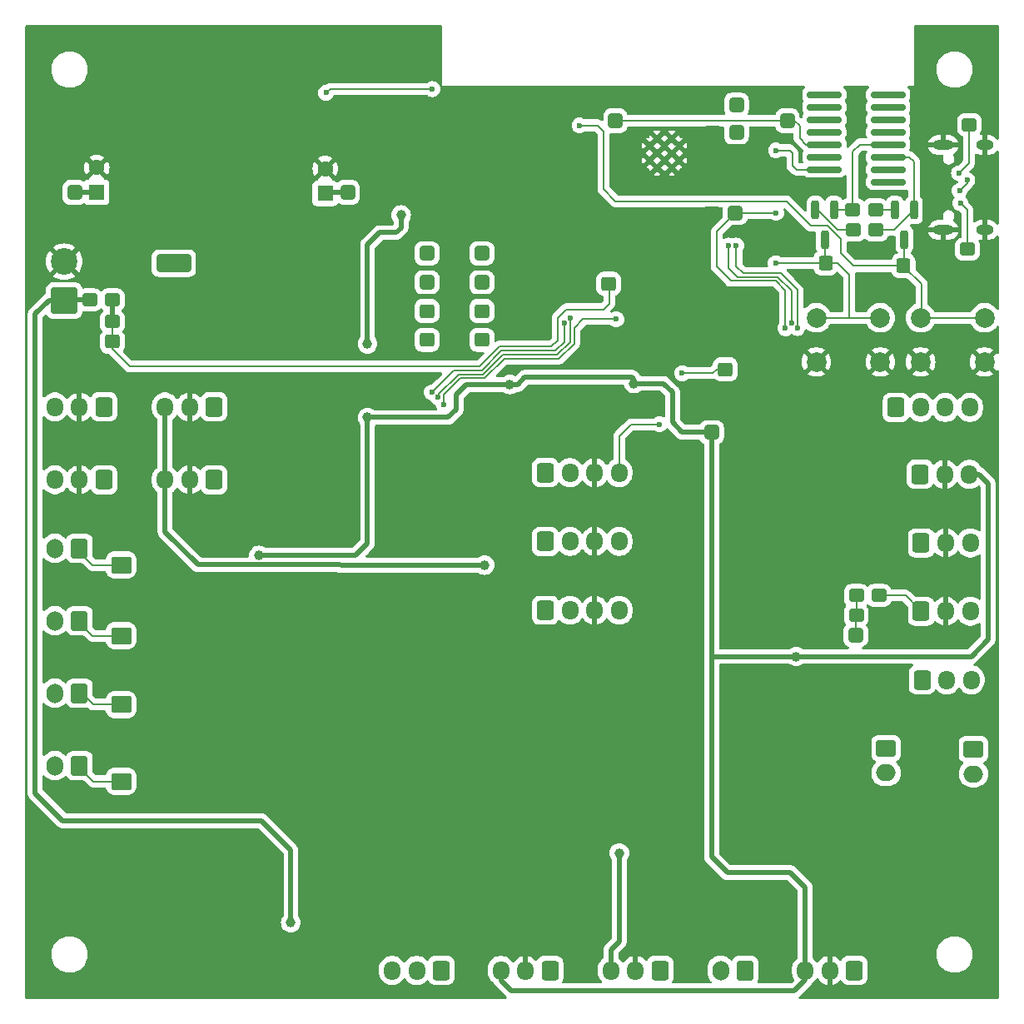
<source format=gbr>
%TF.GenerationSoftware,KiCad,Pcbnew,8.0.2*%
%TF.CreationDate,2025-03-10T15:18:04+08:00*%
%TF.ProjectId,sensorboard_v10,73656e73-6f72-4626-9f61-72645f763130,rev?*%
%TF.SameCoordinates,Original*%
%TF.FileFunction,Copper,L2,Bot*%
%TF.FilePolarity,Positive*%
%FSLAX46Y46*%
G04 Gerber Fmt 4.6, Leading zero omitted, Abs format (unit mm)*
G04 Created by KiCad (PCBNEW 8.0.2) date 2025-03-10 15:18:04*
%MOMM*%
%LPD*%
G01*
G04 APERTURE LIST*
G04 Aperture macros list*
%AMRoundRect*
0 Rectangle with rounded corners*
0 $1 Rounding radius*
0 $2 $3 $4 $5 $6 $7 $8 $9 X,Y pos of 4 corners*
0 Add a 4 corners polygon primitive as box body*
4,1,4,$2,$3,$4,$5,$6,$7,$8,$9,$2,$3,0*
0 Add four circle primitives for the rounded corners*
1,1,$1+$1,$2,$3*
1,1,$1+$1,$4,$5*
1,1,$1+$1,$6,$7*
1,1,$1+$1,$8,$9*
0 Add four rect primitives between the rounded corners*
20,1,$1+$1,$2,$3,$4,$5,0*
20,1,$1+$1,$4,$5,$6,$7,0*
20,1,$1+$1,$6,$7,$8,$9,0*
20,1,$1+$1,$8,$9,$2,$3,0*%
G04 Aperture macros list end*
%TA.AperFunction,ComponentPad*%
%ADD10RoundRect,0.250000X0.600000X0.725000X-0.600000X0.725000X-0.600000X-0.725000X0.600000X-0.725000X0*%
%TD*%
%TA.AperFunction,ComponentPad*%
%ADD11O,1.700000X1.950000*%
%TD*%
%TA.AperFunction,SMDPad,CuDef*%
%ADD12RoundRect,0.305575X-0.460025X-0.412525X0.460025X-0.412525X0.460025X0.412525X-0.460025X0.412525X0*%
%TD*%
%TA.AperFunction,SMDPad,CuDef*%
%ADD13RoundRect,0.308511X-0.457089X-0.416489X0.457089X-0.416489X0.457089X0.416489X-0.457089X0.416489X0*%
%TD*%
%TA.AperFunction,ComponentPad*%
%ADD14RoundRect,0.250000X0.600000X0.750000X-0.600000X0.750000X-0.600000X-0.750000X0.600000X-0.750000X0*%
%TD*%
%TA.AperFunction,ComponentPad*%
%ADD15O,1.700000X2.000000*%
%TD*%
%TA.AperFunction,ComponentPad*%
%ADD16R,1.600000X1.600000*%
%TD*%
%TA.AperFunction,ComponentPad*%
%ADD17C,1.600000*%
%TD*%
%TA.AperFunction,ComponentPad*%
%ADD18C,0.600000*%
%TD*%
%TA.AperFunction,ComponentPad*%
%ADD19RoundRect,0.250000X-0.600000X-0.725000X0.600000X-0.725000X0.600000X0.725000X-0.600000X0.725000X0*%
%TD*%
%TA.AperFunction,ComponentPad*%
%ADD20C,2.000000*%
%TD*%
%TA.AperFunction,SMDPad,CuDef*%
%ADD21RoundRect,0.305575X0.460025X0.412525X-0.460025X0.412525X-0.460025X-0.412525X0.460025X-0.412525X0*%
%TD*%
%TA.AperFunction,SMDPad,CuDef*%
%ADD22RoundRect,0.308511X0.457089X0.416489X-0.457089X0.416489X-0.457089X-0.416489X0.457089X-0.416489X0*%
%TD*%
%TA.AperFunction,ComponentPad*%
%ADD23RoundRect,0.250000X-0.750000X0.600000X-0.750000X-0.600000X0.750000X-0.600000X0.750000X0.600000X0*%
%TD*%
%TA.AperFunction,ComponentPad*%
%ADD24O,2.000000X1.700000*%
%TD*%
%TA.AperFunction,ComponentPad*%
%ADD25RoundRect,0.250001X1.099999X-1.099999X1.099999X1.099999X-1.099999X1.099999X-1.099999X-1.099999X0*%
%TD*%
%TA.AperFunction,ComponentPad*%
%ADD26C,2.700000*%
%TD*%
%TA.AperFunction,ComponentPad*%
%ADD27O,2.100000X1.000000*%
%TD*%
%TA.AperFunction,ComponentPad*%
%ADD28O,1.800000X1.000000*%
%TD*%
%TA.AperFunction,SMDPad,CuDef*%
%ADD29RoundRect,0.278125X0.474375X0.389375X-0.474375X0.389375X-0.474375X-0.389375X0.474375X-0.389375X0*%
%TD*%
%TA.AperFunction,SMDPad,CuDef*%
%ADD30RoundRect,0.336539X0.713461X0.538461X-0.713461X0.538461X-0.713461X-0.538461X0.713461X-0.538461X0*%
%TD*%
%TA.AperFunction,SMDPad,CuDef*%
%ADD31RoundRect,0.278125X-0.474375X-0.389375X0.474375X-0.389375X0.474375X0.389375X-0.474375X0.389375X0*%
%TD*%
%TA.AperFunction,SMDPad,CuDef*%
%ADD32RoundRect,0.305575X-0.412525X0.460025X-0.412525X-0.460025X0.412525X-0.460025X0.412525X0.460025X0*%
%TD*%
%TA.AperFunction,SMDPad,CuDef*%
%ADD33RoundRect,0.308511X-0.416489X0.457089X-0.416489X-0.457089X0.416489X-0.457089X0.416489X0.457089X0*%
%TD*%
%TA.AperFunction,SMDPad,CuDef*%
%ADD34RoundRect,0.150000X-1.600000X-0.150000X1.600000X-0.150000X1.600000X0.150000X-1.600000X0.150000X0*%
%TD*%
%TA.AperFunction,SMDPad,CuDef*%
%ADD35RoundRect,0.200000X-0.200000X0.750000X-0.200000X-0.750000X0.200000X-0.750000X0.200000X0.750000X0*%
%TD*%
%TA.AperFunction,SMDPad,CuDef*%
%ADD36RoundRect,0.250000X-1.500000X-0.650000X1.500000X-0.650000X1.500000X0.650000X-1.500000X0.650000X0*%
%TD*%
%TA.AperFunction,ViaPad*%
%ADD37C,0.600000*%
%TD*%
%TA.AperFunction,ViaPad*%
%ADD38C,1.000000*%
%TD*%
%TA.AperFunction,Conductor*%
%ADD39C,0.500000*%
%TD*%
%TA.AperFunction,Conductor*%
%ADD40C,0.200000*%
%TD*%
G04 APERTURE END LIST*
D10*
%TO.P,J14,1,Pin_1*%
%TO.N,POT4_IN*%
X108500000Y-96725000D03*
D11*
%TO.P,J14,2,Pin_2*%
%TO.N,GND*%
X106000000Y-96725000D03*
%TO.P,J14,3,Pin_3*%
%TO.N,+5V*%
X103500000Y-96725000D03*
%TD*%
D12*
%TO.P,C15,1*%
%TO.N,GND*%
X144500000Y-76647133D03*
D13*
%TO.P,C15,2*%
%TO.N,POT4_OUT*%
X146931200Y-76640233D03*
%TD*%
D10*
%TO.P,J13,1,Pin_1*%
%TO.N,POT2_IN*%
X108500000Y-89325000D03*
D11*
%TO.P,J13,2,Pin_2*%
%TO.N,GND*%
X106000000Y-89325000D03*
%TO.P,J13,3,Pin_3*%
%TO.N,+5V*%
X103500000Y-89325000D03*
%TD*%
D10*
%TO.P,J26,1,Pin_1*%
%TO.N,Temp_sensor*%
X153850000Y-146625000D03*
D11*
%TO.P,J26,2,Pin_2*%
%TO.N,GND*%
X151350000Y-146625000D03*
%TO.P,J26,3,Pin_3*%
%TO.N,+3.3V*%
X148850000Y-146625000D03*
%TD*%
D14*
%TO.P,J4,1,Pin_1*%
%TO.N,BRAKE_TEMP1*%
X106000000Y-103700000D03*
D15*
%TO.P,J4,2,Pin_2*%
%TO.N,+24V*%
X103500000Y-103700000D03*
%TD*%
D16*
%TO.P,C7,1*%
%TO.N,+12V*%
X107750000Y-67500000D03*
D17*
%TO.P,C7,2*%
%TO.N,GND*%
X107750000Y-65000000D03*
%TD*%
D18*
%TO.P,U1,41,GND*%
%TO.N,GND*%
X164000000Y-62750000D03*
X164000000Y-64250000D03*
X164750000Y-62000000D03*
X164750000Y-63500000D03*
X164750000Y-65000000D03*
X165500000Y-62750000D03*
X165500000Y-64250000D03*
X166250000Y-62000000D03*
X166250000Y-63500000D03*
X166250000Y-65000000D03*
X167000000Y-62750000D03*
X167000000Y-64250000D03*
%TD*%
D19*
%TO.P,J19,1,Pin_1*%
%TO.N,APPS_3.3IN*%
X191500000Y-96175000D03*
D11*
%TO.P,J19,2,Pin_2*%
%TO.N,GND*%
X194000000Y-96175000D03*
%TO.P,J19,3,Pin_3*%
%TO.N,+3.3V*%
X196500000Y-96175000D03*
%TD*%
D19*
%TO.P,J6,1,Pin_1*%
%TO.N,SDA*%
X153390600Y-96000000D03*
D11*
%TO.P,J6,2,Pin_2*%
%TO.N,SCL*%
X155890600Y-96000000D03*
%TO.P,J6,3,Pin_3*%
%TO.N,GND*%
X158390600Y-96000000D03*
%TO.P,J6,4,Pin_4*%
%TO.N,+5V*%
X160890600Y-96000000D03*
%TD*%
D12*
%TO.P,C13,1*%
%TO.N,GND*%
X138900000Y-73713800D03*
D13*
%TO.P,C13,2*%
%TO.N,POT1_OUT*%
X141331200Y-73706900D03*
%TD*%
D20*
%TO.P,SW2,1,A*%
%TO.N,GND*%
X198050000Y-84750000D03*
X191550000Y-84750000D03*
%TO.P,SW2,2,B*%
%TO.N,/ESP_EN*%
X198050000Y-80250000D03*
X191550000Y-80250000D03*
%TD*%
D14*
%TO.P,J9,1,Pin_1*%
%TO.N,BRAKE_TEMP4*%
X106000000Y-125800000D03*
D15*
%TO.P,J9,2,Pin_2*%
%TO.N,+24V*%
X103500000Y-125800000D03*
%TD*%
D10*
%TO.P,J15,1,Pin_1*%
%TO.N,POT3_IN*%
X119700000Y-96725000D03*
D11*
%TO.P,J15,2,Pin_2*%
%TO.N,GND*%
X117200000Y-96725000D03*
%TO.P,J15,3,Pin_3*%
%TO.N,+5V*%
X114700000Y-96725000D03*
%TD*%
D21*
%TO.P,C24,1*%
%TO.N,BRAKE_TEMP_OUT4*%
X146931200Y-82500000D03*
D22*
%TO.P,C24,2*%
%TO.N,GND*%
X144500000Y-82506900D03*
%TD*%
D12*
%TO.P,C14,1*%
%TO.N,GND*%
X144500000Y-73713800D03*
D13*
%TO.P,C14,2*%
%TO.N,POT2_OUT*%
X146931200Y-73706900D03*
%TD*%
D19*
%TO.P,J18,1,Pin_1*%
%TO.N,FLOW_IN*%
X191600000Y-110100000D03*
D11*
%TO.P,J18,2,Pin_2*%
%TO.N,GND*%
X194100000Y-110100000D03*
%TO.P,J18,3,Pin_3*%
%TO.N,+5V*%
X196600000Y-110100000D03*
%TD*%
D23*
%TO.P,J21,1,Pin_1*%
%TO.N,CAN+*%
X196925000Y-124150000D03*
D24*
%TO.P,J21,2,Pin_2*%
%TO.N,CAN-*%
X196925000Y-126650000D03*
%TD*%
D25*
%TO.P,J3,1,Pin_1*%
%TO.N,+12V*%
X104450000Y-78507500D03*
D26*
%TO.P,J3,2,Pin_2*%
%TO.N,GND*%
X104450000Y-74547500D03*
%TD*%
D16*
%TO.P,C11,1*%
%TO.N,Net-(U4-FB)*%
X131000000Y-67600000D03*
D17*
%TO.P,C11,2*%
%TO.N,GND*%
X131000000Y-65100000D03*
%TD*%
D10*
%TO.P,J1,1,Pin_1*%
%TO.N,IO46*%
X142800000Y-146625000D03*
D11*
%TO.P,J1,2,Pin_2*%
%TO.N,IO20*%
X140300000Y-146625000D03*
%TO.P,J1,3,Pin_3*%
%TO.N,IO19*%
X137800000Y-146625000D03*
%TD*%
D27*
%TO.P,J2,S1,SHIELD*%
%TO.N,GND*%
X193875000Y-71320000D03*
D28*
X198075000Y-71320000D03*
D27*
X193875000Y-62680000D03*
D28*
X198075000Y-62680000D03*
%TD*%
D19*
%TO.P,J7,1,Pin_1*%
%TO.N,SDA*%
X153390600Y-103000000D03*
D11*
%TO.P,J7,2,Pin_2*%
%TO.N,SCL*%
X155890600Y-103000000D03*
%TO.P,J7,3,Pin_3*%
%TO.N,GND*%
X158390600Y-103000000D03*
%TO.P,J7,4,Pin_4*%
%TO.N,+5V*%
X160890600Y-103000000D03*
%TD*%
D19*
%TO.P,J16,1,Pin_1*%
%TO.N,APPS_5V_IN*%
X191600000Y-103150000D03*
D11*
%TO.P,J16,2,Pin_2*%
%TO.N,GND*%
X194100000Y-103150000D03*
%TO.P,J16,3,Pin_3*%
%TO.N,+5V*%
X196600000Y-103150000D03*
%TD*%
D19*
%TO.P,J25,1,Pin_1*%
%TO.N,IO39*%
X189050000Y-89375000D03*
D11*
%TO.P,J25,2,Pin_2*%
%TO.N,IO40*%
X191550000Y-89375000D03*
%TO.P,J25,3,Pin_3*%
%TO.N,IO41*%
X194050000Y-89375000D03*
%TO.P,J25,4,Pin_4*%
%TO.N,IO42*%
X196550000Y-89375000D03*
%TD*%
D10*
%TO.P,J27,1,Pin_1*%
%TO.N,LVB_TEMP*%
X184800000Y-146625000D03*
D11*
%TO.P,J27,2,Pin_2*%
%TO.N,GND*%
X182300000Y-146625000D03*
%TO.P,J27,3,Pin_3*%
%TO.N,+3.3V*%
X179800000Y-146625000D03*
%TD*%
D21*
%TO.P,C22,1*%
%TO.N,BRAKE_TEMP_OUT1*%
X141331200Y-79566666D03*
D22*
%TO.P,C22,2*%
%TO.N,GND*%
X138900000Y-79573566D03*
%TD*%
D23*
%TO.P,J11,1,Pin_1*%
%TO.N,CAN+*%
X188025000Y-124050000D03*
D24*
%TO.P,J11,2,Pin_2*%
%TO.N,CAN-*%
X188025000Y-126550000D03*
%TD*%
D14*
%TO.P,J5,1,Pin_1*%
%TO.N,BRAKE_TEMP2*%
X106000000Y-111066666D03*
D15*
%TO.P,J5,2,Pin_2*%
%TO.N,+24V*%
X103500000Y-111066666D03*
%TD*%
D10*
%TO.P,J12,1,Pin_1*%
%TO.N,POT1_IN*%
X119700000Y-89325000D03*
D11*
%TO.P,J12,2,Pin_2*%
%TO.N,GND*%
X117200000Y-89325000D03*
%TO.P,J12,3,Pin_3*%
%TO.N,+5V*%
X114700000Y-89325000D03*
%TD*%
D14*
%TO.P,J20,1,Pin_1*%
%TO.N,PUMP_THERM_IN*%
X173700000Y-146625000D03*
D15*
%TO.P,J20,2,Pin_2*%
%TO.N,+5V*%
X171200000Y-146625000D03*
%TD*%
D21*
%TO.P,C23,1*%
%TO.N,BRAKE_TEMP_OUT3*%
X141331200Y-82500000D03*
D22*
%TO.P,C23,2*%
%TO.N,GND*%
X138900000Y-82506900D03*
%TD*%
D20*
%TO.P,SW1,1,A*%
%TO.N,GND*%
X187450000Y-84750000D03*
X180950000Y-84750000D03*
%TO.P,SW1,2,B*%
%TO.N,IO0*%
X187450000Y-80250000D03*
X180950000Y-80250000D03*
%TD*%
D19*
%TO.P,J23,1,Pin_1*%
%TO.N,IO45*%
X191700000Y-117075000D03*
D11*
%TO.P,J23,2,Pin_2*%
%TO.N,IO48*%
X194200000Y-117075000D03*
%TO.P,J23,3,Pin_3*%
%TO.N,IO47*%
X196700000Y-117075000D03*
%TD*%
D14*
%TO.P,J8,1,Pin_1*%
%TO.N,BRAKE_TEMP3*%
X106000000Y-118433332D03*
D15*
%TO.P,J8,2,Pin_2*%
%TO.N,+24V*%
X103500000Y-118433332D03*
%TD*%
D19*
%TO.P,J10,1,Pin_1*%
%TO.N,SDA*%
X153390600Y-110000000D03*
D11*
%TO.P,J10,2,Pin_2*%
%TO.N,SCL*%
X155890600Y-110000000D03*
%TO.P,J10,3,Pin_3*%
%TO.N,GND*%
X158390600Y-110000000D03*
%TO.P,J10,4,Pin_4*%
%TO.N,+5V*%
X160890600Y-110000000D03*
%TD*%
D10*
%TO.P,J17,1,Pin_1*%
%TO.N,BRAKE_IN*%
X165050000Y-146625000D03*
D11*
%TO.P,J17,2,Pin_2*%
%TO.N,GND*%
X162550000Y-146625000D03*
%TO.P,J17,3,Pin_3*%
%TO.N,+5V*%
X160050000Y-146625000D03*
%TD*%
D29*
%TO.P,R19,1*%
%TO.N,FLOW_IN*%
X187305000Y-108500000D03*
%TO.P,R19,2*%
%TO.N,Net-(C31-Pad2)*%
X185000000Y-108500000D03*
%TD*%
D21*
%TO.P,C29,1*%
%TO.N,LVB_S*%
X159815600Y-76800000D03*
D22*
%TO.P,C29,2*%
%TO.N,GND*%
X157384400Y-76806900D03*
%TD*%
D30*
%TO.P,R25,1*%
%TO.N,GND*%
X114150000Y-112600000D03*
%TO.P,R25,2*%
%TO.N,BRAKE_TEMP2*%
X110250000Y-112600000D03*
%TD*%
D12*
%TO.P,C36,1*%
%TO.N,+5V*%
X171684400Y-85506900D03*
D13*
%TO.P,C36,2*%
%TO.N,GND*%
X174115600Y-85500000D03*
%TD*%
D31*
%TO.P,R2,1*%
%TO.N,+12V*%
X107047500Y-78432500D03*
%TO.P,R2,2*%
%TO.N,LVB_S*%
X109352500Y-78432500D03*
%TD*%
D29*
%TO.P,R5,1*%
%TO.N,RTS*%
X187000000Y-71335000D03*
%TO.P,R5,2*%
%TO.N,Net-(Q2-B)*%
X184695000Y-71335000D03*
%TD*%
D30*
%TO.P,R24,1*%
%TO.N,GND*%
X114150000Y-105400000D03*
%TO.P,R24,2*%
%TO.N,BRAKE_TEMP1*%
X110250000Y-105400000D03*
%TD*%
%TO.P,R26,1*%
%TO.N,GND*%
X114150000Y-119600000D03*
%TO.P,R26,2*%
%TO.N,BRAKE_TEMP3*%
X110250000Y-119600000D03*
%TD*%
D31*
%TO.P,R41,1*%
%TO.N,GND*%
X193997500Y-73282500D03*
%TO.P,R41,2*%
%TO.N,Net-(J2-CC1)*%
X196302500Y-73282500D03*
%TD*%
D32*
%TO.P,C12,1*%
%TO.N,GND*%
X133293100Y-65084400D03*
D33*
%TO.P,C12,2*%
%TO.N,Net-(U4-FB)*%
X133300000Y-67515600D03*
%TD*%
D29*
%TO.P,R42,1*%
%TO.N,Net-(J2-CC2)*%
X196502500Y-60617500D03*
%TO.P,R42,2*%
%TO.N,GND*%
X194197500Y-60617500D03*
%TD*%
D31*
%TO.P,R3,1*%
%TO.N,GND*%
X107047500Y-80632500D03*
%TO.P,R3,2*%
%TO.N,LVB_S*%
X109352500Y-80632500D03*
%TD*%
D32*
%TO.P,C3,1*%
%TO.N,GND*%
X177993100Y-57784400D03*
D33*
%TO.P,C3,2*%
%TO.N,+3.3V*%
X178000000Y-60215600D03*
%TD*%
D34*
%TO.P,U2,1,GND*%
%TO.N,GND*%
X181750000Y-66445000D03*
%TO.P,U2,2,TXD*%
%TO.N,USB_TX*%
X181750000Y-65175000D03*
%TO.P,U2,3,RXD*%
%TO.N,Net-(U2-RXD)*%
X181750000Y-63905000D03*
%TO.P,U2,4,V3*%
%TO.N,+3.3V*%
X181750000Y-62635000D03*
%TO.P,U2,5,UD+*%
%TO.N,D+*%
X181750000Y-61365000D03*
%TO.P,U2,6,UD-*%
%TO.N,D-*%
X181750000Y-60095000D03*
%TO.P,U2,7,NC*%
%TO.N,unconnected-(U2-NC-Pad7)*%
X181750000Y-58825000D03*
%TO.P,U2,8,~{OUT}/~{DTR}*%
%TO.N,unconnected-(U2-~{OUT}{slash}~{DTR}-Pad8)*%
X181750000Y-57555000D03*
%TO.P,U2,9,~{CTS}*%
%TO.N,unconnected-(U2-~{CTS}-Pad9)*%
X188250000Y-57555000D03*
%TO.P,U2,10,~{DSR}*%
%TO.N,unconnected-(U2-~{DSR}-Pad10)*%
X188250000Y-58825000D03*
%TO.P,U2,11,~{RI}*%
%TO.N,unconnected-(U2-~{RI}-Pad11)*%
X188250000Y-60095000D03*
%TO.P,U2,12,~{DCD}*%
%TO.N,unconnected-(U2-~{DCD}-Pad12)*%
X188250000Y-61365000D03*
%TO.P,U2,13,~{DTR}*%
%TO.N,DTR*%
X188250000Y-62635000D03*
%TO.P,U2,14,~{RTS}*%
%TO.N,RTS*%
X188250000Y-63905000D03*
%TO.P,U2,15,R232*%
%TO.N,unconnected-(U2-R232-Pad15)*%
X188250000Y-65175000D03*
%TO.P,U2,16,VCC*%
%TO.N,+3.3V*%
X188250000Y-66445000D03*
%TD*%
D21*
%TO.P,C38,1*%
%TO.N,LVB_S*%
X109331200Y-82693100D03*
D22*
%TO.P,C38,2*%
%TO.N,GND*%
X106900000Y-82700000D03*
%TD*%
D32*
%TO.P,C1,1*%
%TO.N,GND*%
X160493100Y-57784400D03*
D33*
%TO.P,C1,2*%
%TO.N,+3.3V*%
X160500000Y-60215600D03*
%TD*%
D35*
%TO.P,Q1,1,B*%
%TO.N,Net-(Q1-B)*%
X188950000Y-69300000D03*
%TO.P,Q1,2,E*%
%TO.N,RTS*%
X190850000Y-69300000D03*
%TO.P,Q1,3,C*%
%TO.N,/ESP_EN*%
X189900000Y-72300000D03*
%TD*%
D29*
%TO.P,R20,1*%
%TO.N,GND*%
X187305000Y-110500000D03*
%TO.P,R20,2*%
%TO.N,Net-(C31-Pad2)*%
X185000000Y-110500000D03*
%TD*%
D32*
%TO.P,C5,1*%
%TO.N,/ESP_EN*%
X189793100Y-74984400D03*
D33*
%TO.P,C5,2*%
%TO.N,GND*%
X189800000Y-77415600D03*
%TD*%
D32*
%TO.P,C6,1*%
%TO.N,GND*%
X105493100Y-65084400D03*
D33*
%TO.P,C6,2*%
%TO.N,+12V*%
X105500000Y-67515600D03*
%TD*%
D29*
%TO.P,R4,1*%
%TO.N,Net-(Q1-B)*%
X186952500Y-69267500D03*
%TO.P,R4,2*%
%TO.N,DTR*%
X184647500Y-69267500D03*
%TD*%
D21*
%TO.P,C31,1*%
%TO.N,GND*%
X187368100Y-112525600D03*
D22*
%TO.P,C31,2*%
%TO.N,Net-(C31-Pad2)*%
X184936900Y-112532500D03*
%TD*%
D35*
%TO.P,Q2,1,B*%
%TO.N,Net-(Q2-B)*%
X180850000Y-69300000D03*
%TO.P,Q2,2,E*%
%TO.N,DTR*%
X182750000Y-69300000D03*
%TO.P,Q2,3,C*%
%TO.N,IO0*%
X181800000Y-72300000D03*
%TD*%
D12*
%TO.P,C19,1*%
%TO.N,GND*%
X170284400Y-69606900D03*
D13*
%TO.P,C19,2*%
%TO.N,FLOW_OUT*%
X172715600Y-69600000D03*
%TD*%
D36*
%TO.P,D2,1,K*%
%TO.N,Net-(D2-K)*%
X115600000Y-74700000D03*
%TO.P,D2,2,A*%
%TO.N,GND*%
X120600000Y-74700000D03*
%TD*%
D21*
%TO.P,C37,1*%
%TO.N,GND*%
X172715600Y-91893100D03*
D22*
%TO.P,C37,2*%
%TO.N,+3.3V*%
X170284400Y-91900000D03*
%TD*%
D12*
%TO.P,C17,1*%
%TO.N,GND*%
X170384400Y-58606900D03*
D13*
%TO.P,C17,2*%
%TO.N,APPS_5V_OUT*%
X172815600Y-58600000D03*
%TD*%
D30*
%TO.P,R27,1*%
%TO.N,GND*%
X114150000Y-127400000D03*
%TO.P,R27,2*%
%TO.N,BRAKE_TEMP4*%
X110250000Y-127400000D03*
%TD*%
D12*
%TO.P,C20,1*%
%TO.N,GND*%
X170384400Y-61406900D03*
D13*
%TO.P,C20,2*%
%TO.N,APPS_3.3V_OUT*%
X172815600Y-61400000D03*
%TD*%
D32*
%TO.P,C4,1*%
%TO.N,IO0*%
X181893100Y-74684400D03*
D33*
%TO.P,C4,2*%
%TO.N,GND*%
X181900000Y-77115600D03*
%TD*%
D12*
%TO.P,C16,1*%
%TO.N,GND*%
X138900000Y-76647133D03*
D13*
%TO.P,C16,2*%
%TO.N,POT3_OUT*%
X141331200Y-76640233D03*
%TD*%
D21*
%TO.P,C25,1*%
%TO.N,BRAKE_TEMP_OUT2*%
X146931200Y-79566666D03*
D22*
%TO.P,C25,2*%
%TO.N,GND*%
X144500000Y-79573566D03*
%TD*%
D37*
%TO.N,GND*%
X128700000Y-130000000D03*
X128800000Y-136200000D03*
X170500000Y-64000000D03*
X174000000Y-63500000D03*
X180000000Y-73000000D03*
X107000000Y-82500000D03*
X107000000Y-80500000D03*
X113500000Y-94000000D03*
X116000000Y-94000000D03*
X116000000Y-100000000D03*
X113500000Y-100000000D03*
X156500000Y-84500000D03*
X157500000Y-82000000D03*
X158000000Y-76000000D03*
X155500000Y-76000000D03*
X155500000Y-78500000D03*
X158000000Y-78500000D03*
X158000000Y-77000000D03*
X155500000Y-77000000D03*
X149500000Y-74500000D03*
X149500000Y-77500000D03*
X181000000Y-121000000D03*
X186000000Y-121000000D03*
X192000000Y-136000000D03*
X163000000Y-120000000D03*
X159000000Y-115000000D03*
X163000000Y-115000000D03*
X163000000Y-126000000D03*
X159000000Y-126000000D03*
X163000000Y-129000000D03*
X159000000Y-129000000D03*
X133000000Y-115000000D03*
X133000000Y-121000000D03*
X138000000Y-121000000D03*
X138000000Y-119000000D03*
X136000000Y-119000000D03*
X136000000Y-121000000D03*
X105000000Y-130000000D03*
X109000000Y-130000000D03*
X123000000Y-133000000D03*
X123000000Y-130000000D03*
X119000000Y-130000000D03*
X119000000Y-133000000D03*
X114000000Y-133000000D03*
X114000000Y-130000000D03*
X127200000Y-76000000D03*
X168600000Y-139000000D03*
X187000000Y-102500000D03*
X187500000Y-95500000D03*
X181000000Y-89000000D03*
X180000000Y-95000000D03*
X157500000Y-112000000D03*
X152000000Y-112000000D03*
X138500000Y-86500000D03*
X157000000Y-135500000D03*
X157000000Y-139000000D03*
X163000000Y-135500000D03*
X176000000Y-134500000D03*
X172000000Y-134500000D03*
X167000000Y-134500000D03*
X172000000Y-130000000D03*
X167000000Y-130000000D03*
X130300832Y-89902500D03*
X144400000Y-63000000D03*
X144400000Y-65800000D03*
X148600000Y-68400000D03*
X148600000Y-65800000D03*
X148600000Y-63000000D03*
X170150000Y-66950000D03*
X165800000Y-67000000D03*
X165800000Y-69800000D03*
X161050000Y-69750000D03*
X161000000Y-66950000D03*
X187000000Y-67800000D03*
X184900000Y-58500000D03*
X173900000Y-71600000D03*
X186200000Y-73500000D03*
X198300000Y-67000000D03*
X192000000Y-140000000D03*
X176000000Y-140000000D03*
X144900000Y-129000000D03*
X144900000Y-123000000D03*
X141900000Y-144400000D03*
X139100000Y-144300000D03*
X106500000Y-121600000D03*
X106700000Y-114300000D03*
X106800000Y-106900000D03*
X149600000Y-80600000D03*
%TO.N,BRAKE_TEMP_OUT4*%
X146931200Y-82500000D03*
%TO.N,BRAKE_TEMP_OUT3*%
X141331200Y-82500000D03*
%TO.N,BRAKE_TEMP_OUT2*%
X146931200Y-79566666D03*
%TO.N,BRAKE_TEMP_OUT1*%
X141331200Y-79566666D03*
%TO.N,POT2_OUT*%
X146931200Y-73706900D03*
%TO.N,POT4_OUT*%
X146931200Y-76640233D03*
%TO.N,POT3_OUT*%
X141331200Y-76640233D03*
%TO.N,POT1_OUT*%
X141331200Y-73668800D03*
%TO.N,GND*%
X145000000Y-134000000D03*
X145000000Y-139000000D03*
X140000000Y-139000000D03*
X140000000Y-134000000D03*
X140000000Y-129000000D03*
X140000000Y-123000000D03*
X192400000Y-125300000D03*
X183300000Y-125300000D03*
X186000000Y-117000000D03*
X181000000Y-117000000D03*
X167000000Y-125000000D03*
X167000000Y-121000000D03*
X172000000Y-125000000D03*
X177000000Y-127000000D03*
X177000000Y-124000000D03*
X174000000Y-121000000D03*
X167000000Y-116000000D03*
X174000000Y-116000000D03*
X167000000Y-113000000D03*
X174000000Y-113000000D03*
X167000000Y-109000000D03*
X167000000Y-104000000D03*
X167000000Y-99000000D03*
X174000000Y-109000000D03*
X174000000Y-104000000D03*
X174000000Y-99000000D03*
X174000000Y-94000000D03*
X165400000Y-92500000D03*
X167600000Y-88700000D03*
X152000000Y-106200000D03*
X157500000Y-106200000D03*
X154700000Y-106200000D03*
X152000000Y-99100000D03*
X157400000Y-99200000D03*
X154600000Y-99200000D03*
X157300000Y-92600000D03*
X154700000Y-92700000D03*
X152100000Y-92700000D03*
X157300000Y-91000000D03*
X152000000Y-91000000D03*
X160300000Y-81900000D03*
X159400000Y-83200000D03*
X161500000Y-85000000D03*
X159700000Y-85000000D03*
X162500000Y-83200000D03*
X154700000Y-85300000D03*
X152300000Y-85300000D03*
X152300000Y-82100000D03*
X140900000Y-117700000D03*
X138500000Y-91800000D03*
X140900000Y-91800000D03*
X144400000Y-91500000D03*
X140900000Y-89100000D03*
X144300000Y-104000000D03*
X140900000Y-106900000D03*
X138000000Y-107000000D03*
X144300000Y-107000000D03*
X140900000Y-104000000D03*
X138000000Y-104000000D03*
X138500000Y-89000000D03*
X180200000Y-78200000D03*
X172835000Y-82400000D03*
%TO.N,+5V*%
X171684400Y-85506900D03*
%TO.N,GND*%
X174115600Y-85500000D03*
X159000000Y-140900000D03*
%TO.N,+3.3V*%
X188250000Y-66445000D03*
D38*
X178884400Y-114700000D03*
X138700000Y-69800000D03*
X162390600Y-86934400D03*
X160500000Y-60215600D03*
X135300000Y-82900000D03*
D37*
X183000000Y-62635000D03*
D38*
X124243100Y-104431200D03*
X149752500Y-87032500D03*
X170300000Y-91884400D03*
X135300000Y-90400000D03*
%TO.N,+12V*%
X127500000Y-141762500D03*
D37*
%TO.N,+5V*%
X167300000Y-85900000D03*
X165000000Y-91100000D03*
X141900000Y-57000000D03*
D38*
X160900000Y-134700000D03*
D37*
X131075000Y-57375000D03*
%TO.N,APPS_3.3V_OUT*%
X172815600Y-61400000D03*
X172800000Y-72900000D03*
X179014579Y-81312149D03*
%TO.N,IO0*%
X176800000Y-74700000D03*
%TO.N,/ESP_EN*%
X156860000Y-60690000D03*
%TO.N,LVB_S*%
X159875000Y-76785000D03*
%TO.N,USB_TX*%
X176860000Y-63230000D03*
%TO.N,D+*%
X183000000Y-61365000D03*
X195500000Y-67350000D03*
X196300000Y-66263592D03*
%TO.N,D-*%
X183000000Y-60095000D03*
%TO.N,GND*%
X114200000Y-112600000D03*
X114200000Y-127400000D03*
X131000000Y-53000000D03*
X192547500Y-63800000D03*
X119200000Y-143200000D03*
X162400000Y-89400000D03*
X115500000Y-56500000D03*
X167400000Y-83800000D03*
X130293100Y-144331200D03*
X129200000Y-102000000D03*
X171347500Y-140932500D03*
X119300000Y-102000000D03*
X125000000Y-55000000D03*
X115500000Y-53500000D03*
X115500000Y-58000000D03*
X125000000Y-56500000D03*
X183100000Y-66500000D03*
X136800000Y-73600000D03*
X170400000Y-61400000D03*
X170400000Y-58600000D03*
X194200000Y-60600000D03*
X144500000Y-79600000D03*
X124400000Y-89800000D03*
X114150000Y-119550000D03*
X138900000Y-73700000D03*
X138900000Y-76600000D03*
X192547500Y-70200000D03*
X127500000Y-145637500D03*
X181800000Y-97600000D03*
X124400000Y-96800000D03*
X115100000Y-140762500D03*
X164900000Y-83700000D03*
X115500000Y-55000000D03*
X125000000Y-58000000D03*
X144500000Y-82500000D03*
X156900000Y-58200000D03*
X140300000Y-71950000D03*
X170400000Y-69550000D03*
X191500000Y-82400000D03*
X194000000Y-73300000D03*
X125000000Y-53500000D03*
X144500000Y-73700000D03*
X181800000Y-104200000D03*
X144500000Y-76700000D03*
X160500000Y-57800000D03*
X147300000Y-89300000D03*
X125000000Y-61000000D03*
X180800000Y-109300000D03*
X114200000Y-105400000D03*
X120500000Y-74700000D03*
X154700000Y-91400000D03*
X138900000Y-79500000D03*
X115500000Y-59500000D03*
X125000000Y-59500000D03*
X119300000Y-119800000D03*
X124200000Y-102000000D03*
X138900000Y-82500000D03*
X132375000Y-80400000D03*
X129200000Y-119800000D03*
X111806900Y-141784400D03*
X115500000Y-61000000D03*
X152000000Y-58200000D03*
X130200000Y-96800000D03*
%TO.N,Net-(D2-K)*%
X115600000Y-74700000D03*
%TO.N,APPS_5V_OUT*%
X172815600Y-58600000D03*
X172000000Y-72900000D03*
X178400000Y-80800000D03*
%TO.N,FLOW_OUT*%
X176860000Y-69580000D03*
X177800000Y-81329151D03*
%TO.N,Net-(C31-Pad2)*%
X184936900Y-112532500D03*
%TO.N,IO19*%
X155285421Y-80812149D03*
X141841216Y-87842511D03*
%TO.N,IO20*%
X142450000Y-88361536D03*
X155900000Y-80300000D03*
%TO.N,IO46*%
X160600000Y-80400000D03*
X143050001Y-89099999D03*
%TO.N,Net-(J2-CC2)*%
X195450000Y-65550000D03*
%TO.N,Net-(J2-CC1)*%
X195600000Y-68615000D03*
%TO.N,Net-(U2-RXD)*%
X180600000Y-63900000D03*
D38*
%TO.N,+5V*%
X147200000Y-105400000D03*
%TD*%
D39*
%TO.N,+12V*%
X127500000Y-134400000D02*
X127500000Y-141762500D01*
X101500000Y-79900000D02*
X101500000Y-128600000D01*
X101500000Y-128600000D02*
X104300000Y-131400000D01*
X102892500Y-78507500D02*
X101500000Y-79900000D01*
X104450000Y-78507500D02*
X102892500Y-78507500D01*
X104300000Y-131400000D02*
X124500000Y-131400000D01*
X124500000Y-131400000D02*
X127500000Y-134400000D01*
D40*
%TO.N,+5V*%
X170793100Y-85506900D02*
X171684400Y-85506900D01*
X167300000Y-85900000D02*
X170400000Y-85900000D01*
X170400000Y-85900000D02*
X170793100Y-85506900D01*
D39*
%TO.N,+3.3V*%
X162200000Y-86300000D02*
X162390600Y-86490600D01*
X138700000Y-71100000D02*
X138200000Y-71600000D01*
X138700000Y-69800000D02*
X138700000Y-71100000D01*
X135300000Y-103200000D02*
X134068800Y-104431200D01*
X143500000Y-90400000D02*
X135300000Y-90400000D01*
X166300000Y-90900000D02*
X167300000Y-91900000D01*
D40*
X179250000Y-60750000D02*
X178715600Y-60215600D01*
D39*
X136500000Y-71600000D02*
X135300000Y-72800000D01*
X197475000Y-96175000D02*
X196500000Y-96175000D01*
X179800000Y-147600000D02*
X179800000Y-138200000D01*
X198400000Y-113000000D02*
X198400000Y-97100000D01*
X144300000Y-89600000D02*
X143500000Y-90400000D01*
X170300000Y-91884400D02*
X170300000Y-113300000D01*
X162390600Y-86934400D02*
X165434400Y-86934400D01*
X196700000Y-114700000D02*
X198400000Y-113000000D01*
X171900000Y-136700000D02*
X170300000Y-135100000D01*
X149752500Y-87032500D02*
X145367500Y-87032500D01*
X144300000Y-88100000D02*
X144300000Y-89600000D01*
X151300000Y-86300000D02*
X162200000Y-86300000D01*
X149900000Y-148700000D02*
X178700000Y-148700000D01*
X170300000Y-114700000D02*
X178884400Y-114700000D01*
X178700000Y-148700000D02*
X179800000Y-147600000D01*
X178300000Y-136700000D02*
X171900000Y-136700000D01*
X150567500Y-87032500D02*
X151300000Y-86300000D01*
X149752500Y-87032500D02*
X150567500Y-87032500D01*
X134068800Y-104431200D02*
X124243100Y-104431200D01*
X170300000Y-113300000D02*
X170300000Y-114700000D01*
X170300000Y-135100000D02*
X170300000Y-113300000D01*
D40*
X179250000Y-62000000D02*
X179250000Y-60750000D01*
D39*
X135300000Y-90400000D02*
X135300000Y-103200000D01*
X170284400Y-91900000D02*
X170300000Y-91884400D01*
X178884400Y-114700000D02*
X196700000Y-114700000D01*
D40*
X178715600Y-60215600D02*
X160500000Y-60215600D01*
D39*
X162390600Y-86490600D02*
X162390600Y-86934400D01*
X135300000Y-72800000D02*
X135300000Y-82900000D01*
X198400000Y-97100000D02*
X197475000Y-96175000D01*
X179800000Y-138200000D02*
X178300000Y-136700000D01*
X138200000Y-71600000D02*
X136500000Y-71600000D01*
X145367500Y-87032500D02*
X144300000Y-88100000D01*
X148850000Y-146625000D02*
X148850000Y-147650000D01*
X165434400Y-86934400D02*
X166300000Y-87800000D01*
X148850000Y-147650000D02*
X149900000Y-148700000D01*
X166300000Y-87800000D02*
X166300000Y-90900000D01*
X167300000Y-91900000D02*
X170284400Y-91900000D01*
D40*
X179885000Y-62635000D02*
X179250000Y-62000000D01*
X183000000Y-62635000D02*
X179885000Y-62635000D01*
D39*
%TO.N,+12V*%
X107750000Y-67500000D02*
X105515600Y-67500000D01*
X105515600Y-67500000D02*
X105500000Y-67515600D01*
X107750000Y-67317621D02*
X107567621Y-67500000D01*
X107047500Y-78432500D02*
X104525000Y-78432500D01*
X104525000Y-78432500D02*
X104450000Y-78507500D01*
D40*
%TO.N,+5V*%
X131500000Y-57000000D02*
X131125000Y-57375000D01*
X161600000Y-91600000D02*
X162100000Y-91100000D01*
D39*
X118081200Y-105381200D02*
X147200000Y-105400000D01*
D40*
X160890600Y-96000000D02*
X160890600Y-92309400D01*
D39*
X114700000Y-102000000D02*
X118081200Y-105381200D01*
X160900000Y-134700000D02*
X160900000Y-143700000D01*
D40*
X160890600Y-92309400D02*
X161600000Y-91600000D01*
D39*
X160900000Y-143700000D02*
X160050000Y-144550000D01*
D40*
X141900000Y-57000000D02*
X131500000Y-57000000D01*
X162100000Y-91100000D02*
X165000000Y-91100000D01*
D39*
X114700000Y-96725000D02*
X114700000Y-102000000D01*
X160050000Y-144550000D02*
X160050000Y-146625000D01*
D40*
X131125000Y-57375000D02*
X131075000Y-57375000D01*
D39*
X114700000Y-96725000D02*
X114700000Y-89325000D01*
X147200000Y-105400000D02*
X147218800Y-105381200D01*
D40*
%TO.N,APPS_3.3V_OUT*%
X179014579Y-77414579D02*
X178350000Y-76750000D01*
X172800000Y-75000000D02*
X173500000Y-75700000D01*
X172800000Y-72900000D02*
X172800000Y-75000000D01*
X177300000Y-75700000D02*
X178350000Y-76750000D01*
X179014579Y-81312149D02*
X179014579Y-77414579D01*
X173500000Y-75700000D02*
X177300000Y-75700000D01*
%TO.N,BRAKE_TEMP1*%
X110250000Y-105400000D02*
X107325000Y-105400000D01*
X107325000Y-105400000D02*
X105650000Y-103725000D01*
%TO.N,BRAKE_TEMP2*%
X110250000Y-112600000D02*
X107325000Y-112600000D01*
X107325000Y-112600000D02*
X105650000Y-110925000D01*
%TO.N,BRAKE_TEMP3*%
X110450000Y-119600000D02*
X107400000Y-119600000D01*
X107400000Y-119600000D02*
X105800000Y-118000000D01*
%TO.N,BRAKE_TEMP4*%
X110450000Y-127400000D02*
X107400000Y-127400000D01*
X107400000Y-127400000D02*
X105800000Y-125800000D01*
%TO.N,Net-(Q1-B)*%
X188950000Y-69300000D02*
X186985000Y-69300000D01*
X186985000Y-69300000D02*
X186952500Y-69267500D01*
%TO.N,DTR*%
X184647500Y-63352500D02*
X185365000Y-62635000D01*
X182782500Y-69267500D02*
X182750000Y-69300000D01*
X185365000Y-62635000D02*
X188250000Y-62635000D01*
X184647500Y-69267500D02*
X184647500Y-63352500D01*
X184647500Y-69267500D02*
X182782500Y-69267500D01*
%TO.N,IO0*%
X184300000Y-80250000D02*
X187450000Y-80250000D01*
X184300000Y-75900000D02*
X184300000Y-80250000D01*
X181893100Y-74684400D02*
X176900000Y-74684400D01*
X176868800Y-74684400D02*
X176884400Y-74684400D01*
X180950000Y-80250000D02*
X187450000Y-80250000D01*
X176900000Y-74684400D02*
X176800000Y-74700000D01*
X176800000Y-74700000D02*
X176868800Y-74684400D01*
X181893100Y-74684400D02*
X183084400Y-74684400D01*
X181800000Y-72300000D02*
X181800000Y-74591300D01*
X181800000Y-74591300D02*
X181893100Y-74684400D01*
X183084400Y-74684400D02*
X184300000Y-75900000D01*
%TO.N,RTS*%
X190850000Y-69300000D02*
X190850000Y-64350000D01*
X190405000Y-63905000D02*
X188250000Y-63905000D01*
X188815000Y-71335000D02*
X190850000Y-69300000D01*
X187000000Y-71335000D02*
X188815000Y-71335000D01*
X190850000Y-64350000D02*
X190405000Y-63905000D01*
%TO.N,/ESP_EN*%
X183400000Y-72237352D02*
X182062648Y-70900000D01*
X189900000Y-74877500D02*
X189793100Y-74984400D01*
X158690000Y-60690000D02*
X156860000Y-60690000D01*
X182062648Y-70900000D02*
X180400000Y-70900000D01*
X177900000Y-68400000D02*
X160500000Y-68400000D01*
X183400000Y-73700000D02*
X183400000Y-72237352D01*
X191650000Y-76841300D02*
X191650000Y-80150000D01*
X180400000Y-70900000D02*
X177900000Y-68400000D01*
X189900000Y-72300000D02*
X189900000Y-74877500D01*
X160500000Y-68400000D02*
X159300000Y-67200000D01*
X184684400Y-74984400D02*
X183400000Y-73700000D01*
X191650000Y-80150000D02*
X191550000Y-80250000D01*
X189900000Y-72300000D02*
X189900000Y-75091300D01*
X189900000Y-75091300D02*
X191650000Y-76841300D01*
X191550000Y-80250000D02*
X198050000Y-80250000D01*
X189793100Y-74984400D02*
X184684400Y-74984400D01*
X159300000Y-61300000D02*
X158690000Y-60690000D01*
X159300000Y-67200000D02*
X159300000Y-61300000D01*
%TO.N,Net-(Q2-B)*%
X183122352Y-71335000D02*
X182050000Y-70262648D01*
X182050000Y-70250000D02*
X181100000Y-69300000D01*
X184695000Y-71335000D02*
X183122352Y-71335000D01*
X182050000Y-70262648D02*
X182050000Y-70250000D01*
X181100000Y-69300000D02*
X180850000Y-69300000D01*
%TO.N,LVB_S*%
X159300000Y-79400000D02*
X155500000Y-79400000D01*
X159875000Y-76785000D02*
X159875000Y-78825000D01*
X154000000Y-83200000D02*
X148700000Y-83200000D01*
X155500000Y-79400000D02*
X154650000Y-80250000D01*
X146700000Y-85200000D02*
X111100000Y-85200000D01*
X109352500Y-83452500D02*
X109352500Y-80632500D01*
X148700000Y-83200000D02*
X146700000Y-85200000D01*
X111100000Y-85200000D02*
X109352500Y-83452500D01*
X154650000Y-82550000D02*
X154000000Y-83200000D01*
X154650000Y-80250000D02*
X154650000Y-82550000D01*
X159875000Y-78825000D02*
X159300000Y-79400000D01*
D39*
X109352500Y-78432500D02*
X109352500Y-80632500D01*
D40*
%TO.N,USB_TX*%
X181750000Y-65175000D02*
X178925000Y-65175000D01*
X178500000Y-63500000D02*
X178230000Y-63230000D01*
X178925000Y-65175000D02*
X178500000Y-64750000D01*
X178500000Y-64750000D02*
X178500000Y-63500000D01*
X178230000Y-63230000D02*
X176860000Y-63230000D01*
%TO.N,D+*%
X196300000Y-66263592D02*
X196300000Y-66575000D01*
X196300000Y-66575000D02*
X195525000Y-67350000D01*
X195525000Y-67350000D02*
X195500000Y-67350000D01*
%TO.N,GND*%
X170393100Y-61406900D02*
X170400000Y-61400000D01*
X114150000Y-119600000D02*
X114150000Y-119550000D01*
X160493100Y-57793100D02*
X160500000Y-57800000D01*
X170384400Y-61406900D02*
X170393100Y-61406900D01*
X170384400Y-58606900D02*
X170393100Y-58606900D01*
X160493100Y-57784400D02*
X160493100Y-57793100D01*
X170393100Y-58606900D02*
X170400000Y-58600000D01*
D39*
%TO.N,Net-(U4-FB)*%
X131084400Y-67515600D02*
X131000000Y-67600000D01*
X133300000Y-67515600D02*
X131084400Y-67515600D01*
D40*
%TO.N,APPS_5V_OUT*%
X178400000Y-77500000D02*
X178400000Y-80800000D01*
X177000000Y-76100000D02*
X178400000Y-77500000D01*
X172000000Y-75200000D02*
X172900000Y-76100000D01*
X172900000Y-76100000D02*
X177000000Y-76100000D01*
X172000000Y-72900000D02*
X172000000Y-75200000D01*
%TO.N,FLOW_OUT*%
X176840000Y-69600000D02*
X176860000Y-69580000D01*
X170800000Y-71515600D02*
X172715600Y-69600000D01*
X172715600Y-69600000D02*
X176840000Y-69600000D01*
X176834314Y-76500000D02*
X172234314Y-76500000D01*
X177800000Y-77465686D02*
X176834314Y-76500000D01*
X177800000Y-81329151D02*
X177800000Y-77465686D01*
X172234314Y-76500000D02*
X170800000Y-75065686D01*
X170800000Y-75065686D02*
X170800000Y-71515600D01*
%TO.N,FLOW_IN*%
X187400000Y-108500000D02*
X187600000Y-108700000D01*
X187305000Y-108500000D02*
X187400000Y-108500000D01*
X190000000Y-108500000D02*
X191600000Y-110100000D01*
X187305000Y-108500000D02*
X190000000Y-108500000D01*
%TO.N,Net-(C31-Pad2)*%
X185000000Y-108500000D02*
X185000000Y-110500000D01*
X184936900Y-112532500D02*
X184936900Y-110563100D01*
X184936900Y-110563100D02*
X185000000Y-110500000D01*
%TO.N,IO19*%
X155300000Y-80826728D02*
X155300000Y-82700000D01*
X148900000Y-83600000D02*
X146900000Y-85600000D01*
X144100000Y-85600000D02*
X141857489Y-87842511D01*
X155285421Y-80812149D02*
X155300000Y-80826728D01*
X141857489Y-87842511D02*
X141841216Y-87842511D01*
X154400000Y-83600000D02*
X148900000Y-83600000D01*
X155300000Y-82700000D02*
X154400000Y-83600000D01*
X146900000Y-85600000D02*
X144100000Y-85600000D01*
%TO.N,IO20*%
X149065686Y-84000000D02*
X147065686Y-86000000D01*
X155900000Y-82700000D02*
X154600000Y-84000000D01*
X142450000Y-88106496D02*
X142450000Y-88361536D01*
X144556496Y-86000000D02*
X142450000Y-88106496D01*
X155900000Y-80300000D02*
X155900000Y-82700000D01*
X147065686Y-86000000D02*
X144556496Y-86000000D01*
X154600000Y-84000000D02*
X149065686Y-84000000D01*
%TO.N,IO46*%
X154750000Y-84415686D02*
X149215686Y-84415686D01*
X156300000Y-81300000D02*
X156300000Y-82865686D01*
X157200000Y-80400000D02*
X156300000Y-81300000D01*
X149215686Y-84415686D02*
X147231372Y-86400000D01*
X144722182Y-86400000D02*
X145300000Y-86400000D01*
X143050001Y-89099999D02*
X143050001Y-88072181D01*
X143050001Y-88072181D02*
X144722182Y-86400000D01*
X160600000Y-80400000D02*
X157200000Y-80400000D01*
X156300000Y-82865686D02*
X154750000Y-84415686D01*
X147231372Y-86400000D02*
X145300000Y-86400000D01*
%TO.N,Net-(J2-CC2)*%
X196447500Y-64552500D02*
X196447500Y-60682500D01*
X195450000Y-65550000D02*
X196447500Y-64552500D01*
%TO.N,Net-(J2-CC1)*%
X196297500Y-69312500D02*
X196297500Y-73317500D01*
X195600000Y-68615000D02*
X196297500Y-69312500D01*
%TO.N,Net-(U2-RXD)*%
X181750000Y-63905000D02*
X182890000Y-63905000D01*
X182890000Y-63905000D02*
X182952500Y-63967500D01*
%TD*%
%TA.AperFunction,Conductor*%
%TO.N,GND*%
G36*
X142803039Y-50520185D02*
G01*
X142848794Y-50572989D01*
X142860000Y-50624500D01*
X142860000Y-56593541D01*
X142840485Y-56660000D01*
X179678566Y-56660000D01*
X179745605Y-56679685D01*
X179791360Y-56732489D01*
X179801304Y-56801647D01*
X179772279Y-56865203D01*
X179753390Y-56880969D01*
X179754298Y-56882139D01*
X179748129Y-56886923D01*
X179631923Y-57003129D01*
X179631917Y-57003137D01*
X179548255Y-57144603D01*
X179548254Y-57144606D01*
X179502402Y-57302426D01*
X179502401Y-57302432D01*
X179499500Y-57339298D01*
X179499500Y-57770701D01*
X179502401Y-57807567D01*
X179502402Y-57807573D01*
X179548254Y-57965393D01*
X179548255Y-57965396D01*
X179548256Y-57965398D01*
X179570112Y-58002355D01*
X179631917Y-58106862D01*
X179636702Y-58113031D01*
X179634256Y-58114927D01*
X179660857Y-58163642D01*
X179655873Y-58233334D01*
X179635069Y-58265703D01*
X179636702Y-58266969D01*
X179631917Y-58273137D01*
X179548255Y-58414603D01*
X179548254Y-58414606D01*
X179502402Y-58572426D01*
X179502401Y-58572432D01*
X179499500Y-58609298D01*
X179499500Y-59040701D01*
X179502401Y-59077567D01*
X179502402Y-59077573D01*
X179548254Y-59235393D01*
X179548255Y-59235396D01*
X179631917Y-59376862D01*
X179636702Y-59383031D01*
X179634256Y-59384927D01*
X179660857Y-59433642D01*
X179655873Y-59503334D01*
X179635069Y-59535703D01*
X179636702Y-59536969D01*
X179631917Y-59543137D01*
X179548255Y-59684603D01*
X179548254Y-59684606D01*
X179502402Y-59842426D01*
X179502401Y-59842431D01*
X179500834Y-59862349D01*
X179475949Y-59927637D01*
X179419717Y-59969107D01*
X179349991Y-59973592D01*
X179289535Y-59940299D01*
X179261818Y-59912582D01*
X179228333Y-59851259D01*
X179225499Y-59824901D01*
X179225499Y-59713077D01*
X179225498Y-59713073D01*
X179222291Y-59684606D01*
X179210207Y-59577350D01*
X179149995Y-59405273D01*
X179136019Y-59383031D01*
X179053001Y-59250909D01*
X178924090Y-59121998D01*
X178769729Y-59025006D01*
X178769728Y-59025005D01*
X178769727Y-59025005D01*
X178715371Y-59005985D01*
X178597649Y-58964792D01*
X178597644Y-58964791D01*
X178461925Y-58949500D01*
X177538077Y-58949500D01*
X177538073Y-58949501D01*
X177402352Y-58964792D01*
X177230271Y-59025005D01*
X177075909Y-59121998D01*
X176946998Y-59250909D01*
X176850005Y-59405271D01*
X176840078Y-59433642D01*
X176809103Y-59522167D01*
X176805643Y-59532054D01*
X176764921Y-59588830D01*
X176699969Y-59614578D01*
X176688601Y-59615100D01*
X174076378Y-59615100D01*
X174009339Y-59595415D01*
X173963584Y-59542611D01*
X173953640Y-59473453D01*
X173971385Y-59425127D01*
X174006193Y-59369730D01*
X174006192Y-59369730D01*
X174006195Y-59369727D01*
X174066407Y-59197650D01*
X174081700Y-59061921D01*
X174081699Y-58138080D01*
X174066407Y-58002350D01*
X174006195Y-57830273D01*
X173909201Y-57675909D01*
X173780291Y-57546999D01*
X173780290Y-57546998D01*
X173625929Y-57450006D01*
X173625928Y-57450005D01*
X173625927Y-57450005D01*
X173571571Y-57430985D01*
X173453849Y-57389792D01*
X173453844Y-57389791D01*
X173318125Y-57374500D01*
X172313077Y-57374500D01*
X172313073Y-57374501D01*
X172177352Y-57389792D01*
X172005271Y-57450005D01*
X171850909Y-57546998D01*
X171721998Y-57675909D01*
X171625006Y-57830270D01*
X171564792Y-58002350D01*
X171564791Y-58002355D01*
X171549500Y-58138072D01*
X171549500Y-59061922D01*
X171549501Y-59061926D01*
X171564792Y-59197647D01*
X171625005Y-59369728D01*
X171625006Y-59369729D01*
X171659815Y-59425127D01*
X171678816Y-59492364D01*
X171658449Y-59559199D01*
X171605181Y-59604414D01*
X171554822Y-59615100D01*
X161811399Y-59615100D01*
X161744360Y-59595415D01*
X161698605Y-59542611D01*
X161694357Y-59532054D01*
X161690897Y-59522167D01*
X161649995Y-59405273D01*
X161636019Y-59383031D01*
X161553001Y-59250909D01*
X161424090Y-59121998D01*
X161269729Y-59025006D01*
X161269728Y-59025005D01*
X161269727Y-59025005D01*
X161215371Y-59005985D01*
X161097649Y-58964792D01*
X161097644Y-58964791D01*
X160961925Y-58949500D01*
X160038077Y-58949500D01*
X160038073Y-58949501D01*
X159902352Y-58964792D01*
X159730271Y-59025005D01*
X159575909Y-59121998D01*
X159446998Y-59250909D01*
X159350006Y-59405270D01*
X159289792Y-59577350D01*
X159289791Y-59577355D01*
X159274500Y-59713072D01*
X159274500Y-60125902D01*
X159254815Y-60192941D01*
X159202011Y-60238696D01*
X159132853Y-60248640D01*
X159069297Y-60219615D01*
X159062819Y-60213583D01*
X159058717Y-60209481D01*
X159058709Y-60209475D01*
X158954828Y-60149500D01*
X158954825Y-60149499D01*
X158921787Y-60130424D01*
X158921786Y-60130423D01*
X158921785Y-60130423D01*
X158769057Y-60089499D01*
X158610943Y-60089499D01*
X158603347Y-60089499D01*
X158603331Y-60089500D01*
X157442412Y-60089500D01*
X157375373Y-60069815D01*
X157365097Y-60062445D01*
X157362263Y-60060185D01*
X157362262Y-60060184D01*
X157305496Y-60024515D01*
X157209523Y-59964211D01*
X157039254Y-59904631D01*
X157039249Y-59904630D01*
X156860004Y-59884435D01*
X156859996Y-59884435D01*
X156680750Y-59904630D01*
X156680745Y-59904631D01*
X156510476Y-59964211D01*
X156357737Y-60060184D01*
X156230184Y-60187737D01*
X156134211Y-60340476D01*
X156074631Y-60510745D01*
X156074630Y-60510750D01*
X156054435Y-60689996D01*
X156054435Y-60690003D01*
X156074630Y-60869249D01*
X156074631Y-60869254D01*
X156134211Y-61039523D01*
X156180023Y-61112432D01*
X156230184Y-61192262D01*
X156357738Y-61319816D01*
X156400759Y-61346848D01*
X156495207Y-61406194D01*
X156510478Y-61415789D01*
X156653284Y-61465759D01*
X156680745Y-61475368D01*
X156680750Y-61475369D01*
X156859996Y-61495565D01*
X156860000Y-61495565D01*
X156860004Y-61495565D01*
X157039249Y-61475369D01*
X157039252Y-61475368D01*
X157039255Y-61475368D01*
X157209522Y-61415789D01*
X157362262Y-61319816D01*
X157362267Y-61319810D01*
X157365097Y-61317555D01*
X157367275Y-61316665D01*
X157368158Y-61316111D01*
X157368255Y-61316265D01*
X157429783Y-61291145D01*
X157442412Y-61290500D01*
X158389903Y-61290500D01*
X158456942Y-61310185D01*
X158477584Y-61326819D01*
X158663181Y-61512416D01*
X158696666Y-61573739D01*
X158699500Y-61600097D01*
X158699500Y-67113330D01*
X158699499Y-67113348D01*
X158699499Y-67279054D01*
X158699498Y-67279054D01*
X158740423Y-67431787D01*
X158746133Y-67441674D01*
X158746135Y-67441685D01*
X158746138Y-67441684D01*
X158819475Y-67568709D01*
X158819481Y-67568717D01*
X158938349Y-67687585D01*
X158938355Y-67687590D01*
X160015139Y-68764374D01*
X160015149Y-68764385D01*
X160019479Y-68768715D01*
X160019480Y-68768716D01*
X160131284Y-68880520D01*
X160198840Y-68919523D01*
X160268215Y-68959577D01*
X160420942Y-69000500D01*
X160420943Y-69000500D01*
X171326245Y-69000500D01*
X171393284Y-69020185D01*
X171439039Y-69072989D01*
X171448857Y-69134555D01*
X171449695Y-69134603D01*
X171449500Y-69138076D01*
X171449500Y-69965501D01*
X171429815Y-70032540D01*
X171413181Y-70053182D01*
X170431286Y-71035078D01*
X170319481Y-71146882D01*
X170319479Y-71146885D01*
X170269361Y-71233694D01*
X170269359Y-71233696D01*
X170240425Y-71283809D01*
X170240424Y-71283810D01*
X170240423Y-71283815D01*
X170199499Y-71436543D01*
X170199499Y-71436545D01*
X170199499Y-71604646D01*
X170199500Y-71604659D01*
X170199500Y-74979016D01*
X170199499Y-74979034D01*
X170199499Y-75144740D01*
X170199498Y-75144740D01*
X170199499Y-75144743D01*
X170237139Y-75285216D01*
X170240424Y-75297473D01*
X170256275Y-75324927D01*
X170256276Y-75324929D01*
X170319477Y-75434398D01*
X170319481Y-75434403D01*
X170438349Y-75553271D01*
X170438355Y-75553276D01*
X171749453Y-76864374D01*
X171749463Y-76864385D01*
X171753793Y-76868715D01*
X171753794Y-76868716D01*
X171865598Y-76980520D01*
X171952409Y-77030639D01*
X171952411Y-77030641D01*
X172002527Y-77059576D01*
X172002529Y-77059577D01*
X172155256Y-77100500D01*
X172155257Y-77100500D01*
X176534217Y-77100500D01*
X176601256Y-77120185D01*
X176621898Y-77136819D01*
X177163181Y-77678102D01*
X177196666Y-77739425D01*
X177199500Y-77765783D01*
X177199500Y-80746738D01*
X177179815Y-80813777D01*
X177172450Y-80824047D01*
X177170186Y-80826885D01*
X177074211Y-80979627D01*
X177014631Y-81149896D01*
X177014630Y-81149901D01*
X176994435Y-81329147D01*
X176994435Y-81329154D01*
X177014630Y-81508400D01*
X177014631Y-81508405D01*
X177074211Y-81678674D01*
X177159501Y-81814411D01*
X177170184Y-81831413D01*
X177297738Y-81958967D01*
X177297740Y-81958968D01*
X177430197Y-82042197D01*
X177450478Y-82054940D01*
X177579469Y-82100076D01*
X177620745Y-82114519D01*
X177620750Y-82114520D01*
X177799996Y-82134716D01*
X177800000Y-82134716D01*
X177800004Y-82134716D01*
X177979249Y-82114520D01*
X177979252Y-82114519D01*
X177979255Y-82114519D01*
X178149522Y-82054940D01*
X178302262Y-81958967D01*
X178328110Y-81933117D01*
X178389430Y-81899634D01*
X178459122Y-81904618D01*
X178503471Y-81933119D01*
X178512317Y-81941965D01*
X178665057Y-82037938D01*
X178835324Y-82097517D01*
X178835329Y-82097518D01*
X179014575Y-82117714D01*
X179014579Y-82117714D01*
X179014583Y-82117714D01*
X179193828Y-82097518D01*
X179193831Y-82097517D01*
X179193834Y-82097517D01*
X179364101Y-82037938D01*
X179516841Y-81941965D01*
X179644395Y-81814411D01*
X179740368Y-81661671D01*
X179799947Y-81491404D01*
X179799947Y-81491402D01*
X179801496Y-81484617D01*
X179803736Y-81485128D01*
X179826580Y-81430743D01*
X179884168Y-81391179D01*
X179954005Y-81389030D01*
X179998908Y-81411172D01*
X180126487Y-81510471D01*
X180126491Y-81510474D01*
X180130079Y-81512416D01*
X180345190Y-81628828D01*
X180580386Y-81709571D01*
X180825665Y-81750500D01*
X181074335Y-81750500D01*
X181319614Y-81709571D01*
X181554810Y-81628828D01*
X181773509Y-81510474D01*
X181969744Y-81357738D01*
X182138164Y-81174785D01*
X182274173Y-80966607D01*
X182292560Y-80924689D01*
X182337517Y-80871204D01*
X182404253Y-80850514D01*
X182406116Y-80850500D01*
X184220943Y-80850500D01*
X184379057Y-80850500D01*
X185993884Y-80850500D01*
X186060923Y-80870185D01*
X186106678Y-80922989D01*
X186107440Y-80924689D01*
X186125827Y-80966608D01*
X186261833Y-81174782D01*
X186261836Y-81174785D01*
X186430256Y-81357738D01*
X186626491Y-81510474D01*
X186845190Y-81628828D01*
X187080386Y-81709571D01*
X187325665Y-81750500D01*
X187574335Y-81750500D01*
X187819614Y-81709571D01*
X188054810Y-81628828D01*
X188273509Y-81510474D01*
X188469744Y-81357738D01*
X188638164Y-81174785D01*
X188774173Y-80966607D01*
X188874063Y-80738881D01*
X188935108Y-80497821D01*
X188935109Y-80497812D01*
X188955643Y-80250005D01*
X188955643Y-80249994D01*
X188935109Y-80002187D01*
X188935107Y-80002175D01*
X188874063Y-79761118D01*
X188774173Y-79533393D01*
X188638166Y-79325217D01*
X188602823Y-79286824D01*
X188469744Y-79142262D01*
X188273509Y-78989526D01*
X188273507Y-78989525D01*
X188273506Y-78989524D01*
X188054811Y-78871172D01*
X188054802Y-78871169D01*
X187819616Y-78790429D01*
X187574335Y-78749500D01*
X187325665Y-78749500D01*
X187080383Y-78790429D01*
X186845197Y-78871169D01*
X186845188Y-78871172D01*
X186626493Y-78989524D01*
X186430257Y-79142261D01*
X186261833Y-79325217D01*
X186125827Y-79533391D01*
X186107440Y-79575311D01*
X186062483Y-79628796D01*
X185995747Y-79649486D01*
X185993884Y-79649500D01*
X185024500Y-79649500D01*
X184957461Y-79629815D01*
X184911706Y-79577011D01*
X184900500Y-79525500D01*
X184900500Y-75989059D01*
X184900501Y-75989046D01*
X184900501Y-75820945D01*
X184900501Y-75820943D01*
X184879078Y-75740992D01*
X184880741Y-75671144D01*
X184919903Y-75613281D01*
X184984132Y-75585777D01*
X184998853Y-75584900D01*
X188487748Y-75584900D01*
X188554787Y-75604585D01*
X188600542Y-75657389D01*
X188604785Y-75667934D01*
X188621654Y-75716142D01*
X188649730Y-75796380D01*
X188736995Y-75935261D01*
X188746372Y-75950185D01*
X188874815Y-76078628D01*
X189028619Y-76175269D01*
X189200071Y-76235263D01*
X189200074Y-76235263D01*
X189200076Y-76235264D01*
X189267687Y-76242881D01*
X189335303Y-76250500D01*
X190158601Y-76250499D01*
X190225640Y-76270183D01*
X190246282Y-76286818D01*
X191013181Y-77053716D01*
X191046666Y-77115039D01*
X191049500Y-77141397D01*
X191049500Y-78746827D01*
X191029815Y-78813866D01*
X190977011Y-78859621D01*
X190965767Y-78864107D01*
X190945195Y-78871170D01*
X190945188Y-78871172D01*
X190726493Y-78989524D01*
X190530257Y-79142261D01*
X190361833Y-79325217D01*
X190225826Y-79533393D01*
X190125936Y-79761118D01*
X190064892Y-80002175D01*
X190064890Y-80002187D01*
X190044357Y-80249994D01*
X190044357Y-80250005D01*
X190064890Y-80497812D01*
X190064892Y-80497824D01*
X190125936Y-80738881D01*
X190225826Y-80966606D01*
X190361833Y-81174782D01*
X190361836Y-81174785D01*
X190530256Y-81357738D01*
X190726491Y-81510474D01*
X190945190Y-81628828D01*
X191180386Y-81709571D01*
X191425665Y-81750500D01*
X191674335Y-81750500D01*
X191919614Y-81709571D01*
X192154810Y-81628828D01*
X192373509Y-81510474D01*
X192569744Y-81357738D01*
X192738164Y-81174785D01*
X192874173Y-80966607D01*
X192892560Y-80924689D01*
X192937517Y-80871204D01*
X193004253Y-80850514D01*
X193006116Y-80850500D01*
X196593884Y-80850500D01*
X196660923Y-80870185D01*
X196706678Y-80922989D01*
X196707440Y-80924689D01*
X196725827Y-80966608D01*
X196861833Y-81174782D01*
X196861836Y-81174785D01*
X197030256Y-81357738D01*
X197226491Y-81510474D01*
X197445190Y-81628828D01*
X197680386Y-81709571D01*
X197925665Y-81750500D01*
X198174335Y-81750500D01*
X198419614Y-81709571D01*
X198654810Y-81628828D01*
X198873509Y-81510474D01*
X199069744Y-81357738D01*
X199238164Y-81174785D01*
X199249621Y-81157249D01*
X199271691Y-81123468D01*
X199324837Y-81078111D01*
X199394068Y-81068687D01*
X199457404Y-81098188D01*
X199494736Y-81157249D01*
X199499500Y-81191289D01*
X199499500Y-83809627D01*
X199479815Y-83876666D01*
X199427011Y-83922421D01*
X199357853Y-83932365D01*
X199294297Y-83903340D01*
X199274079Y-83880183D01*
X199273434Y-83880116D01*
X198573787Y-84579764D01*
X198562518Y-84537708D01*
X198490110Y-84412292D01*
X198387708Y-84309890D01*
X198262292Y-84237482D01*
X198220235Y-84226212D01*
X198920057Y-83526390D01*
X198920056Y-83526389D01*
X198873229Y-83489943D01*
X198654614Y-83371635D01*
X198654603Y-83371630D01*
X198419493Y-83290916D01*
X198174293Y-83250000D01*
X197925707Y-83250000D01*
X197680506Y-83290916D01*
X197445396Y-83371630D01*
X197445390Y-83371632D01*
X197226761Y-83489949D01*
X197179942Y-83526388D01*
X197179942Y-83526390D01*
X197879765Y-84226212D01*
X197837708Y-84237482D01*
X197712292Y-84309890D01*
X197609890Y-84412292D01*
X197537482Y-84537708D01*
X197526212Y-84579764D01*
X196826564Y-83880116D01*
X196726267Y-84033632D01*
X196626412Y-84261282D01*
X196565387Y-84502261D01*
X196565385Y-84502270D01*
X196544859Y-84749994D01*
X196544859Y-84750005D01*
X196565385Y-84997729D01*
X196565387Y-84997738D01*
X196626412Y-85238717D01*
X196726266Y-85466364D01*
X196826564Y-85619882D01*
X197526212Y-84920234D01*
X197537482Y-84962292D01*
X197609890Y-85087708D01*
X197712292Y-85190110D01*
X197837708Y-85262518D01*
X197879765Y-85273787D01*
X197179942Y-85973609D01*
X197226768Y-86010055D01*
X197226770Y-86010056D01*
X197445385Y-86128364D01*
X197445396Y-86128369D01*
X197680506Y-86209083D01*
X197925707Y-86250000D01*
X198174293Y-86250000D01*
X198419493Y-86209083D01*
X198654603Y-86128369D01*
X198654614Y-86128364D01*
X198873228Y-86010057D01*
X198873231Y-86010055D01*
X198920056Y-85973609D01*
X198220234Y-85273787D01*
X198262292Y-85262518D01*
X198387708Y-85190110D01*
X198490110Y-85087708D01*
X198562518Y-84962292D01*
X198573787Y-84920234D01*
X199273434Y-85619882D01*
X199275009Y-85619719D01*
X199324839Y-85577193D01*
X199394070Y-85567770D01*
X199457405Y-85597273D01*
X199494737Y-85656333D01*
X199499500Y-85690372D01*
X199499500Y-149375500D01*
X199479815Y-149442539D01*
X199427011Y-149488294D01*
X199375500Y-149499500D01*
X179261108Y-149499500D01*
X179194069Y-149479815D01*
X179148314Y-149427011D01*
X179138370Y-149357853D01*
X179167395Y-149294297D01*
X179174361Y-149287513D01*
X179174108Y-149287260D01*
X180382948Y-148078420D01*
X180382952Y-148078416D01*
X180449818Y-147978342D01*
X180465084Y-147955495D01*
X180465087Y-147955486D01*
X180467957Y-147950120D01*
X180470128Y-147951280D01*
X180504872Y-147907189D01*
X180507811Y-147905053D01*
X180507816Y-147905051D01*
X180679792Y-147780104D01*
X180830104Y-147629792D01*
X180949991Y-147464779D01*
X181005320Y-147422115D01*
X181074933Y-147416136D01*
X181136729Y-147448741D01*
X181150627Y-147464781D01*
X181270272Y-147629459D01*
X181270276Y-147629464D01*
X181420535Y-147779723D01*
X181420540Y-147779727D01*
X181592442Y-147904620D01*
X181781782Y-148001095D01*
X181983871Y-148066757D01*
X182050000Y-148077231D01*
X182050000Y-147029145D01*
X182116657Y-147067630D01*
X182237465Y-147100000D01*
X182362535Y-147100000D01*
X182483343Y-147067630D01*
X182550000Y-147029145D01*
X182550000Y-148077230D01*
X182616126Y-148066757D01*
X182616129Y-148066757D01*
X182818217Y-148001095D01*
X183007557Y-147904620D01*
X183179458Y-147779728D01*
X183318330Y-147640856D01*
X183379653Y-147607371D01*
X183449345Y-147612355D01*
X183505279Y-147654226D01*
X183511551Y-147663440D01*
X183515185Y-147669331D01*
X183515186Y-147669334D01*
X183607288Y-147818656D01*
X183731344Y-147942712D01*
X183880666Y-148034814D01*
X184047203Y-148089999D01*
X184149991Y-148100500D01*
X185450008Y-148100499D01*
X185552797Y-148089999D01*
X185719334Y-148034814D01*
X185868656Y-147942712D01*
X185992712Y-147818656D01*
X186084814Y-147669334D01*
X186139999Y-147502797D01*
X186150500Y-147400009D01*
X186150499Y-145849992D01*
X186148851Y-145833863D01*
X186139999Y-145747203D01*
X186139998Y-145747200D01*
X186131714Y-145722200D01*
X186084814Y-145580666D01*
X185992712Y-145431344D01*
X185868656Y-145307288D01*
X185773253Y-145248443D01*
X185719336Y-145215187D01*
X185719331Y-145215185D01*
X185717862Y-145214698D01*
X185552797Y-145160001D01*
X185552795Y-145160000D01*
X185450010Y-145149500D01*
X184149998Y-145149500D01*
X184149981Y-145149501D01*
X184047203Y-145160000D01*
X184047200Y-145160001D01*
X183880668Y-145215185D01*
X183880663Y-145215187D01*
X183731342Y-145307289D01*
X183607289Y-145431342D01*
X183511551Y-145586559D01*
X183459603Y-145633283D01*
X183390640Y-145644506D01*
X183326558Y-145616662D01*
X183318331Y-145609143D01*
X183179464Y-145470276D01*
X183179459Y-145470272D01*
X183007557Y-145345379D01*
X182818215Y-145248903D01*
X182616124Y-145183241D01*
X182550000Y-145172768D01*
X182550000Y-146220854D01*
X182483343Y-146182370D01*
X182362535Y-146150000D01*
X182237465Y-146150000D01*
X182116657Y-146182370D01*
X182050000Y-146220854D01*
X182050000Y-145172768D01*
X182049999Y-145172768D01*
X181983875Y-145183241D01*
X181781784Y-145248903D01*
X181592442Y-145345379D01*
X181420540Y-145470272D01*
X181420535Y-145470276D01*
X181270276Y-145620535D01*
X181270272Y-145620540D01*
X181150627Y-145785218D01*
X181095297Y-145827884D01*
X181025684Y-145833863D01*
X180963889Y-145801257D01*
X180949991Y-145785218D01*
X180830109Y-145620214D01*
X180830105Y-145620209D01*
X180679794Y-145469898D01*
X180679788Y-145469893D01*
X180601615Y-145413097D01*
X180558949Y-145357767D01*
X180550500Y-145312779D01*
X180550500Y-144878711D01*
X193149500Y-144878711D01*
X193149500Y-145121288D01*
X193181161Y-145361785D01*
X193243947Y-145596104D01*
X193336773Y-145820205D01*
X193336776Y-145820212D01*
X193458064Y-146030289D01*
X193458066Y-146030292D01*
X193458067Y-146030293D01*
X193605733Y-146222736D01*
X193605739Y-146222743D01*
X193777256Y-146394260D01*
X193777263Y-146394266D01*
X193890321Y-146481018D01*
X193969711Y-146541936D01*
X194179788Y-146663224D01*
X194375269Y-146744195D01*
X194391698Y-146751000D01*
X194403900Y-146756054D01*
X194638211Y-146818838D01*
X194818586Y-146842584D01*
X194878711Y-146850500D01*
X194878712Y-146850500D01*
X195121289Y-146850500D01*
X195169388Y-146844167D01*
X195361789Y-146818838D01*
X195596100Y-146756054D01*
X195820212Y-146663224D01*
X196030289Y-146541936D01*
X196222738Y-146394265D01*
X196394265Y-146222738D01*
X196541936Y-146030289D01*
X196663224Y-145820212D01*
X196756054Y-145596100D01*
X196818838Y-145361789D01*
X196850500Y-145121288D01*
X196850500Y-144878712D01*
X196818838Y-144638211D01*
X196756054Y-144403900D01*
X196663224Y-144179788D01*
X196541936Y-143969711D01*
X196394265Y-143777262D01*
X196394260Y-143777256D01*
X196222743Y-143605739D01*
X196222736Y-143605733D01*
X196030293Y-143458067D01*
X196030292Y-143458066D01*
X196030289Y-143458064D01*
X195820212Y-143336776D01*
X195820205Y-143336773D01*
X195596104Y-143243947D01*
X195361785Y-143181161D01*
X195121289Y-143149500D01*
X195121288Y-143149500D01*
X194878712Y-143149500D01*
X194878711Y-143149500D01*
X194638214Y-143181161D01*
X194403895Y-143243947D01*
X194179794Y-143336773D01*
X194179785Y-143336777D01*
X193969706Y-143458067D01*
X193777263Y-143605733D01*
X193777256Y-143605739D01*
X193605739Y-143777256D01*
X193605733Y-143777263D01*
X193458067Y-143969706D01*
X193336777Y-144179785D01*
X193336773Y-144179794D01*
X193243947Y-144403895D01*
X193181161Y-144638214D01*
X193149500Y-144878711D01*
X180550500Y-144878711D01*
X180550500Y-138126079D01*
X180521659Y-137981092D01*
X180521658Y-137981091D01*
X180521658Y-137981087D01*
X180521656Y-137981082D01*
X180465087Y-137844511D01*
X180465080Y-137844498D01*
X180382952Y-137721585D01*
X180382951Y-137721584D01*
X180278416Y-137617049D01*
X179944319Y-137282952D01*
X178778421Y-136117052D01*
X178778414Y-136117046D01*
X178704729Y-136067812D01*
X178704729Y-136067813D01*
X178655491Y-136034913D01*
X178518917Y-135978343D01*
X178518907Y-135978340D01*
X178373920Y-135949500D01*
X178373918Y-135949500D01*
X172262230Y-135949500D01*
X172195191Y-135929815D01*
X172174549Y-135913181D01*
X171086819Y-134825451D01*
X171053334Y-134764128D01*
X171050500Y-134737770D01*
X171050500Y-123399983D01*
X186524500Y-123399983D01*
X186524500Y-124700001D01*
X186524501Y-124700018D01*
X186535000Y-124802796D01*
X186535001Y-124802799D01*
X186590185Y-124969331D01*
X186590187Y-124969336D01*
X186625069Y-125025888D01*
X186651867Y-125069336D01*
X186682289Y-125118657D01*
X186806344Y-125242712D01*
X186961120Y-125338178D01*
X187007845Y-125390126D01*
X187019068Y-125459088D01*
X186991224Y-125523171D01*
X186983706Y-125531398D01*
X186844889Y-125670215D01*
X186719951Y-125842179D01*
X186623444Y-126031585D01*
X186557753Y-126233760D01*
X186524500Y-126443713D01*
X186524500Y-126656286D01*
X186553912Y-126841990D01*
X186557754Y-126866243D01*
X186607276Y-127018656D01*
X186623444Y-127068414D01*
X186719951Y-127257820D01*
X186844890Y-127429786D01*
X186995213Y-127580109D01*
X187167179Y-127705048D01*
X187167181Y-127705049D01*
X187167184Y-127705051D01*
X187356588Y-127801557D01*
X187558757Y-127867246D01*
X187768713Y-127900500D01*
X187768714Y-127900500D01*
X188281286Y-127900500D01*
X188281287Y-127900500D01*
X188491243Y-127867246D01*
X188693412Y-127801557D01*
X188882816Y-127705051D01*
X188917153Y-127680104D01*
X189054786Y-127580109D01*
X189054788Y-127580106D01*
X189054792Y-127580104D01*
X189205104Y-127429792D01*
X189205106Y-127429788D01*
X189205109Y-127429786D01*
X189330048Y-127257820D01*
X189330047Y-127257820D01*
X189330051Y-127257816D01*
X189426557Y-127068412D01*
X189492246Y-126866243D01*
X189525500Y-126656287D01*
X189525500Y-126443713D01*
X189492246Y-126233757D01*
X189426557Y-126031588D01*
X189330051Y-125842184D01*
X189330049Y-125842181D01*
X189330048Y-125842179D01*
X189205109Y-125670213D01*
X189066294Y-125531398D01*
X189032809Y-125470075D01*
X189037793Y-125400383D01*
X189079665Y-125344450D01*
X189088879Y-125338178D01*
X189094331Y-125334814D01*
X189094334Y-125334814D01*
X189243656Y-125242712D01*
X189367712Y-125118656D01*
X189459814Y-124969334D01*
X189514999Y-124802797D01*
X189525500Y-124700009D01*
X189525499Y-123499983D01*
X195424500Y-123499983D01*
X195424500Y-124800001D01*
X195424501Y-124800018D01*
X195435000Y-124902796D01*
X195435001Y-124902799D01*
X195490185Y-125069331D01*
X195490187Y-125069336D01*
X195582289Y-125218657D01*
X195706344Y-125342712D01*
X195861120Y-125438178D01*
X195907845Y-125490126D01*
X195919068Y-125559088D01*
X195891224Y-125623171D01*
X195883706Y-125631398D01*
X195744889Y-125770215D01*
X195619951Y-125942179D01*
X195523444Y-126131585D01*
X195457753Y-126333760D01*
X195439358Y-126449901D01*
X195424500Y-126543713D01*
X195424500Y-126756287D01*
X195457754Y-126966243D01*
X195474784Y-127018657D01*
X195523444Y-127168414D01*
X195619951Y-127357820D01*
X195744890Y-127529786D01*
X195895213Y-127680109D01*
X196067179Y-127805048D01*
X196067181Y-127805049D01*
X196067184Y-127805051D01*
X196256588Y-127901557D01*
X196458757Y-127967246D01*
X196668713Y-128000500D01*
X196668714Y-128000500D01*
X197181286Y-128000500D01*
X197181287Y-128000500D01*
X197391243Y-127967246D01*
X197593412Y-127901557D01*
X197782816Y-127805051D01*
X197804789Y-127789086D01*
X197954786Y-127680109D01*
X197954788Y-127680106D01*
X197954792Y-127680104D01*
X198105104Y-127529792D01*
X198105106Y-127529788D01*
X198105109Y-127529786D01*
X198230048Y-127357820D01*
X198230047Y-127357820D01*
X198230051Y-127357816D01*
X198326557Y-127168412D01*
X198392246Y-126966243D01*
X198425500Y-126756287D01*
X198425500Y-126543713D01*
X198392246Y-126333757D01*
X198326557Y-126131588D01*
X198230051Y-125942184D01*
X198230049Y-125942181D01*
X198230048Y-125942179D01*
X198105109Y-125770213D01*
X197966294Y-125631398D01*
X197932809Y-125570075D01*
X197937793Y-125500383D01*
X197979665Y-125444450D01*
X197988879Y-125438178D01*
X197994331Y-125434814D01*
X197994334Y-125434814D01*
X198143656Y-125342712D01*
X198267712Y-125218656D01*
X198359814Y-125069334D01*
X198414999Y-124902797D01*
X198425500Y-124800009D01*
X198425499Y-123499992D01*
X198414999Y-123397203D01*
X198359814Y-123230666D01*
X198267712Y-123081344D01*
X198143656Y-122957288D01*
X197994334Y-122865186D01*
X197827797Y-122810001D01*
X197827795Y-122810000D01*
X197725010Y-122799500D01*
X196124998Y-122799500D01*
X196124981Y-122799501D01*
X196022203Y-122810000D01*
X196022200Y-122810001D01*
X195855668Y-122865185D01*
X195855663Y-122865187D01*
X195706342Y-122957289D01*
X195582289Y-123081342D01*
X195490187Y-123230663D01*
X195490186Y-123230666D01*
X195435001Y-123397203D01*
X195435001Y-123397204D01*
X195435000Y-123397204D01*
X195424500Y-123499983D01*
X189525499Y-123499983D01*
X189525499Y-123399992D01*
X189514999Y-123297203D01*
X189459814Y-123130666D01*
X189367712Y-122981344D01*
X189243656Y-122857288D01*
X189094334Y-122765186D01*
X188927797Y-122710001D01*
X188927795Y-122710000D01*
X188825010Y-122699500D01*
X187224998Y-122699500D01*
X187224981Y-122699501D01*
X187122203Y-122710000D01*
X187122200Y-122710001D01*
X186955668Y-122765185D01*
X186955663Y-122765187D01*
X186806342Y-122857289D01*
X186682289Y-122981342D01*
X186590187Y-123130663D01*
X186590186Y-123130666D01*
X186535001Y-123297203D01*
X186535001Y-123297204D01*
X186535000Y-123297204D01*
X186524500Y-123399983D01*
X171050500Y-123399983D01*
X171050500Y-115574500D01*
X171070185Y-115507461D01*
X171122989Y-115461706D01*
X171174500Y-115450500D01*
X178177422Y-115450500D01*
X178244461Y-115470185D01*
X178256087Y-115478647D01*
X178325860Y-115535909D01*
X178325867Y-115535913D01*
X178499666Y-115628811D01*
X178499669Y-115628811D01*
X178499673Y-115628814D01*
X178688268Y-115686024D01*
X178884400Y-115705341D01*
X179080532Y-115686024D01*
X179269127Y-115628814D01*
X179442938Y-115535910D01*
X179512713Y-115478647D01*
X179577023Y-115451334D01*
X179591378Y-115450500D01*
X190691489Y-115450500D01*
X190758528Y-115470185D01*
X190804283Y-115522989D01*
X190814227Y-115592147D01*
X190785202Y-115655703D01*
X190756587Y-115680037D01*
X190726746Y-115698444D01*
X190631342Y-115757289D01*
X190507289Y-115881342D01*
X190415187Y-116030663D01*
X190415185Y-116030668D01*
X190410325Y-116045334D01*
X190360001Y-116197203D01*
X190360001Y-116197204D01*
X190360000Y-116197204D01*
X190349500Y-116299983D01*
X190349500Y-117850001D01*
X190349501Y-117850018D01*
X190360000Y-117952796D01*
X190360001Y-117952799D01*
X190405894Y-118091294D01*
X190415186Y-118119334D01*
X190507288Y-118268656D01*
X190631344Y-118392712D01*
X190780666Y-118484814D01*
X190947203Y-118539999D01*
X191049991Y-118550500D01*
X192350008Y-118550499D01*
X192452797Y-118539999D01*
X192619334Y-118484814D01*
X192768656Y-118392712D01*
X192892712Y-118268656D01*
X192984814Y-118119334D01*
X192984814Y-118119331D01*
X192988178Y-118113879D01*
X193040126Y-118067154D01*
X193109088Y-118055931D01*
X193173170Y-118083774D01*
X193181398Y-118091294D01*
X193320213Y-118230109D01*
X193492179Y-118355048D01*
X193492181Y-118355049D01*
X193492184Y-118355051D01*
X193681588Y-118451557D01*
X193883757Y-118517246D01*
X194093713Y-118550500D01*
X194093714Y-118550500D01*
X194306286Y-118550500D01*
X194306287Y-118550500D01*
X194516243Y-118517246D01*
X194718412Y-118451557D01*
X194907816Y-118355051D01*
X195023213Y-118271211D01*
X195079786Y-118230109D01*
X195079788Y-118230106D01*
X195079792Y-118230104D01*
X195230104Y-118079792D01*
X195349683Y-117915204D01*
X195405011Y-117872540D01*
X195474624Y-117866561D01*
X195536420Y-117899166D01*
X195550313Y-117915199D01*
X195652560Y-118055931D01*
X195669896Y-118079792D01*
X195820213Y-118230109D01*
X195992179Y-118355048D01*
X195992181Y-118355049D01*
X195992184Y-118355051D01*
X196181588Y-118451557D01*
X196383757Y-118517246D01*
X196593713Y-118550500D01*
X196593714Y-118550500D01*
X196806286Y-118550500D01*
X196806287Y-118550500D01*
X197016243Y-118517246D01*
X197218412Y-118451557D01*
X197407816Y-118355051D01*
X197523213Y-118271211D01*
X197579786Y-118230109D01*
X197579788Y-118230106D01*
X197579792Y-118230104D01*
X197730104Y-118079792D01*
X197730106Y-118079788D01*
X197730109Y-118079786D01*
X197855048Y-117907820D01*
X197855047Y-117907820D01*
X197855051Y-117907816D01*
X197951557Y-117718412D01*
X198017246Y-117516243D01*
X198050500Y-117306287D01*
X198050500Y-116843713D01*
X198017246Y-116633757D01*
X197951557Y-116431588D01*
X197855051Y-116242184D01*
X197855049Y-116242181D01*
X197855048Y-116242179D01*
X197730109Y-116070213D01*
X197579786Y-115919890D01*
X197407820Y-115794951D01*
X197218414Y-115698444D01*
X197218413Y-115698443D01*
X197218412Y-115698443D01*
X197016243Y-115632754D01*
X197011423Y-115631990D01*
X196948291Y-115602059D01*
X196911362Y-115542746D01*
X196912362Y-115472883D01*
X196950974Y-115414652D01*
X196983375Y-115394957D01*
X197055490Y-115365086D01*
X197055489Y-115365086D01*
X197055495Y-115365084D01*
X197104729Y-115332186D01*
X197178416Y-115282952D01*
X198982952Y-113478416D01*
X199052774Y-113373918D01*
X199065084Y-113355495D01*
X199121658Y-113218913D01*
X199133462Y-113159573D01*
X199150500Y-113073920D01*
X199150500Y-97026081D01*
X199144763Y-96997242D01*
X199144763Y-96997240D01*
X199121660Y-96881095D01*
X199121659Y-96881088D01*
X199077719Y-96775008D01*
X199065084Y-96744505D01*
X199065082Y-96744502D01*
X199065080Y-96744498D01*
X198997536Y-96643412D01*
X198982952Y-96621585D01*
X198741462Y-96380095D01*
X197953421Y-95592052D01*
X197953414Y-95592046D01*
X197879729Y-95542812D01*
X197879728Y-95542812D01*
X197830501Y-95509919D01*
X197830492Y-95509914D01*
X197758706Y-95480180D01*
X197704303Y-95436339D01*
X197695674Y-95421913D01*
X197655051Y-95342184D01*
X197530104Y-95170208D01*
X197379792Y-95019896D01*
X197379786Y-95019890D01*
X197207820Y-94894951D01*
X197018414Y-94798444D01*
X197018413Y-94798443D01*
X197018412Y-94798443D01*
X196816243Y-94732754D01*
X196816241Y-94732753D01*
X196816240Y-94732753D01*
X196654957Y-94707208D01*
X196606287Y-94699500D01*
X196393713Y-94699500D01*
X196345042Y-94707208D01*
X196183760Y-94732753D01*
X195981585Y-94798444D01*
X195792179Y-94894951D01*
X195620213Y-95019890D01*
X195469894Y-95170209D01*
X195469890Y-95170214D01*
X195350008Y-95335218D01*
X195294678Y-95377884D01*
X195225065Y-95383863D01*
X195163270Y-95351257D01*
X195149372Y-95335218D01*
X195029727Y-95170540D01*
X195029723Y-95170535D01*
X194879464Y-95020276D01*
X194879459Y-95020272D01*
X194707557Y-94895379D01*
X194518215Y-94798903D01*
X194316124Y-94733241D01*
X194250000Y-94722768D01*
X194250000Y-95770854D01*
X194183343Y-95732370D01*
X194062535Y-95700000D01*
X193937465Y-95700000D01*
X193816657Y-95732370D01*
X193750000Y-95770854D01*
X193750000Y-94722768D01*
X193749999Y-94722768D01*
X193683875Y-94733241D01*
X193481784Y-94798903D01*
X193292442Y-94895379D01*
X193120541Y-95020271D01*
X192981668Y-95159144D01*
X192920345Y-95192628D01*
X192850653Y-95187644D01*
X192794720Y-95145772D01*
X192788448Y-95136558D01*
X192779594Y-95122204D01*
X192692712Y-94981344D01*
X192568656Y-94857288D01*
X192419334Y-94765186D01*
X192252797Y-94710001D01*
X192252795Y-94710000D01*
X192150010Y-94699500D01*
X190849998Y-94699500D01*
X190849981Y-94699501D01*
X190747203Y-94710000D01*
X190747200Y-94710001D01*
X190580668Y-94765185D01*
X190580663Y-94765187D01*
X190431342Y-94857289D01*
X190307289Y-94981342D01*
X190215187Y-95130663D01*
X190215185Y-95130668D01*
X190196305Y-95187644D01*
X190160001Y-95297203D01*
X190160001Y-95297204D01*
X190160000Y-95297204D01*
X190149500Y-95399983D01*
X190149500Y-96950001D01*
X190149501Y-96950018D01*
X190160000Y-97052796D01*
X190160001Y-97052799D01*
X190193776Y-97154723D01*
X190215186Y-97219334D01*
X190307288Y-97368656D01*
X190431344Y-97492712D01*
X190580666Y-97584814D01*
X190747203Y-97639999D01*
X190849991Y-97650500D01*
X192150008Y-97650499D01*
X192252797Y-97639999D01*
X192419334Y-97584814D01*
X192568656Y-97492712D01*
X192692712Y-97368656D01*
X192784814Y-97219334D01*
X192784814Y-97219331D01*
X192788448Y-97213441D01*
X192840395Y-97166716D01*
X192909358Y-97155493D01*
X192973440Y-97183336D01*
X192981668Y-97190856D01*
X193120535Y-97329723D01*
X193120540Y-97329727D01*
X193292442Y-97454620D01*
X193481782Y-97551095D01*
X193683871Y-97616757D01*
X193750000Y-97627231D01*
X193750000Y-96579145D01*
X193816657Y-96617630D01*
X193937465Y-96650000D01*
X194062535Y-96650000D01*
X194183343Y-96617630D01*
X194250000Y-96579145D01*
X194250000Y-97627230D01*
X194316126Y-97616757D01*
X194316129Y-97616757D01*
X194518217Y-97551095D01*
X194707557Y-97454620D01*
X194879459Y-97329727D01*
X194879464Y-97329723D01*
X195029721Y-97179466D01*
X195149371Y-97014781D01*
X195204701Y-96972115D01*
X195274314Y-96966136D01*
X195336110Y-96998741D01*
X195350008Y-97014781D01*
X195469890Y-97179785D01*
X195469894Y-97179790D01*
X195620213Y-97330109D01*
X195792179Y-97455048D01*
X195792181Y-97455049D01*
X195792184Y-97455051D01*
X195981588Y-97551557D01*
X196183757Y-97617246D01*
X196393713Y-97650500D01*
X196393714Y-97650500D01*
X196606286Y-97650500D01*
X196606287Y-97650500D01*
X196816243Y-97617246D01*
X197018412Y-97551557D01*
X197207816Y-97455051D01*
X197379792Y-97330104D01*
X197386578Y-97323317D01*
X197447894Y-97289829D01*
X197517586Y-97294807D01*
X197561945Y-97323312D01*
X197613181Y-97374548D01*
X197646666Y-97435871D01*
X197649500Y-97462229D01*
X197649500Y-101874831D01*
X197629815Y-101941870D01*
X197577011Y-101987625D01*
X197507853Y-101997569D01*
X197452615Y-101975150D01*
X197307815Y-101869948D01*
X197118414Y-101773444D01*
X197118413Y-101773443D01*
X197118412Y-101773443D01*
X196916243Y-101707754D01*
X196916241Y-101707753D01*
X196916240Y-101707753D01*
X196754957Y-101682208D01*
X196706287Y-101674500D01*
X196493713Y-101674500D01*
X196445042Y-101682208D01*
X196283760Y-101707753D01*
X196081585Y-101773444D01*
X195892179Y-101869951D01*
X195720213Y-101994890D01*
X195569894Y-102145209D01*
X195569890Y-102145214D01*
X195450008Y-102310218D01*
X195394678Y-102352884D01*
X195325065Y-102358863D01*
X195263270Y-102326257D01*
X195249372Y-102310218D01*
X195129727Y-102145540D01*
X195129723Y-102145535D01*
X194979464Y-101995276D01*
X194979459Y-101995272D01*
X194807557Y-101870379D01*
X194618215Y-101773903D01*
X194416124Y-101708241D01*
X194350000Y-101697768D01*
X194350000Y-102745854D01*
X194283343Y-102707370D01*
X194162535Y-102675000D01*
X194037465Y-102675000D01*
X193916657Y-102707370D01*
X193850000Y-102745854D01*
X193850000Y-101697768D01*
X193849999Y-101697768D01*
X193783875Y-101708241D01*
X193581784Y-101773903D01*
X193392442Y-101870379D01*
X193220541Y-101995271D01*
X193081668Y-102134144D01*
X193020345Y-102167628D01*
X192950653Y-102162644D01*
X192894720Y-102120772D01*
X192888448Y-102111558D01*
X192792712Y-101956344D01*
X192668657Y-101832289D01*
X192668656Y-101832288D01*
X192519334Y-101740186D01*
X192352797Y-101685001D01*
X192352795Y-101685000D01*
X192250010Y-101674500D01*
X190949998Y-101674500D01*
X190949981Y-101674501D01*
X190847203Y-101685000D01*
X190847200Y-101685001D01*
X190680668Y-101740185D01*
X190680663Y-101740187D01*
X190531342Y-101832289D01*
X190407289Y-101956342D01*
X190315187Y-102105663D01*
X190315185Y-102105668D01*
X190294801Y-102167184D01*
X190260001Y-102272203D01*
X190260001Y-102272204D01*
X190260000Y-102272204D01*
X190249500Y-102374983D01*
X190249500Y-103925001D01*
X190249501Y-103925018D01*
X190260000Y-104027796D01*
X190260001Y-104027799D01*
X190302081Y-104154785D01*
X190315186Y-104194334D01*
X190407288Y-104343656D01*
X190531344Y-104467712D01*
X190680666Y-104559814D01*
X190847203Y-104614999D01*
X190949991Y-104625500D01*
X192250008Y-104625499D01*
X192352797Y-104614999D01*
X192519334Y-104559814D01*
X192668656Y-104467712D01*
X192792712Y-104343656D01*
X192884814Y-104194334D01*
X192884814Y-104194331D01*
X192888448Y-104188441D01*
X192940395Y-104141716D01*
X193009358Y-104130493D01*
X193073440Y-104158336D01*
X193081668Y-104165856D01*
X193220535Y-104304723D01*
X193220540Y-104304727D01*
X193392442Y-104429620D01*
X193581782Y-104526095D01*
X193783871Y-104591757D01*
X193850000Y-104602231D01*
X193850000Y-103554145D01*
X193916657Y-103592630D01*
X194037465Y-103625000D01*
X194162535Y-103625000D01*
X194283343Y-103592630D01*
X194350000Y-103554145D01*
X194350000Y-104602230D01*
X194416126Y-104591757D01*
X194416129Y-104591757D01*
X194618217Y-104526095D01*
X194807557Y-104429620D01*
X194979459Y-104304727D01*
X194979464Y-104304723D01*
X195129721Y-104154466D01*
X195249371Y-103989781D01*
X195304701Y-103947115D01*
X195374314Y-103941136D01*
X195436110Y-103973741D01*
X195450008Y-103989781D01*
X195569890Y-104154785D01*
X195569894Y-104154790D01*
X195720213Y-104305109D01*
X195892179Y-104430048D01*
X195892181Y-104430049D01*
X195892184Y-104430051D01*
X196081588Y-104526557D01*
X196283757Y-104592246D01*
X196493713Y-104625500D01*
X196493714Y-104625500D01*
X196706286Y-104625500D01*
X196706287Y-104625500D01*
X196916243Y-104592246D01*
X197118412Y-104526557D01*
X197307816Y-104430051D01*
X197381445Y-104376557D01*
X197452615Y-104324850D01*
X197518421Y-104301370D01*
X197586475Y-104317196D01*
X197635170Y-104367302D01*
X197649500Y-104425168D01*
X197649500Y-108824831D01*
X197629815Y-108891870D01*
X197577011Y-108937625D01*
X197507853Y-108947569D01*
X197452615Y-108925150D01*
X197307815Y-108819948D01*
X197118414Y-108723444D01*
X197118413Y-108723443D01*
X197118412Y-108723443D01*
X196916243Y-108657754D01*
X196916241Y-108657753D01*
X196916240Y-108657753D01*
X196754957Y-108632208D01*
X196706287Y-108624500D01*
X196493713Y-108624500D01*
X196445042Y-108632208D01*
X196283760Y-108657753D01*
X196081585Y-108723444D01*
X195892179Y-108819951D01*
X195720213Y-108944890D01*
X195569894Y-109095209D01*
X195569890Y-109095214D01*
X195450008Y-109260218D01*
X195394678Y-109302884D01*
X195325065Y-109308863D01*
X195263270Y-109276257D01*
X195249372Y-109260218D01*
X195129727Y-109095540D01*
X195129723Y-109095535D01*
X194979464Y-108945276D01*
X194979459Y-108945272D01*
X194807557Y-108820379D01*
X194618215Y-108723903D01*
X194416124Y-108658241D01*
X194350000Y-108647768D01*
X194350000Y-109695854D01*
X194283343Y-109657370D01*
X194162535Y-109625000D01*
X194037465Y-109625000D01*
X193916657Y-109657370D01*
X193850000Y-109695854D01*
X193850000Y-108647768D01*
X193849999Y-108647768D01*
X193783875Y-108658241D01*
X193581784Y-108723903D01*
X193392442Y-108820379D01*
X193220541Y-108945271D01*
X193081668Y-109084144D01*
X193020345Y-109117628D01*
X192950653Y-109112644D01*
X192894720Y-109070772D01*
X192888448Y-109061558D01*
X192847526Y-108995213D01*
X192792712Y-108906344D01*
X192668656Y-108782288D01*
X192519334Y-108690186D01*
X192352797Y-108635001D01*
X192352795Y-108635000D01*
X192250016Y-108624500D01*
X192250009Y-108624500D01*
X191025098Y-108624500D01*
X190958059Y-108604815D01*
X190937417Y-108588181D01*
X190487590Y-108138355D01*
X190487588Y-108138352D01*
X190368717Y-108019481D01*
X190368716Y-108019480D01*
X190281904Y-107969360D01*
X190281904Y-107969359D01*
X190281900Y-107969358D01*
X190231785Y-107940423D01*
X190079057Y-107899499D01*
X189920943Y-107899499D01*
X189913347Y-107899499D01*
X189913331Y-107899500D01*
X188618399Y-107899500D01*
X188551360Y-107879815D01*
X188505605Y-107827011D01*
X188501357Y-107816454D01*
X188485332Y-107770658D01*
X188485331Y-107770656D01*
X188485331Y-107770655D01*
X188391981Y-107622088D01*
X188267912Y-107498019D01*
X188119345Y-107404669D01*
X188119344Y-107404668D01*
X188119343Y-107404668D01*
X188119341Y-107404667D01*
X188019919Y-107369878D01*
X187953732Y-107346718D01*
X187953730Y-107346717D01*
X187953728Y-107346717D01*
X187953723Y-107346716D01*
X187823110Y-107332000D01*
X187823104Y-107332000D01*
X186786896Y-107332000D01*
X186786889Y-107332000D01*
X186656276Y-107346716D01*
X186656271Y-107346717D01*
X186490658Y-107404667D01*
X186490656Y-107404668D01*
X186342087Y-107498019D01*
X186240181Y-107599926D01*
X186178858Y-107633411D01*
X186109166Y-107628427D01*
X186064819Y-107599926D01*
X185962912Y-107498019D01*
X185814343Y-107404668D01*
X185814341Y-107404667D01*
X185714919Y-107369878D01*
X185648732Y-107346718D01*
X185648730Y-107346717D01*
X185648728Y-107346717D01*
X185648723Y-107346716D01*
X185518110Y-107332000D01*
X185518104Y-107332000D01*
X184481896Y-107332000D01*
X184481889Y-107332000D01*
X184351276Y-107346716D01*
X184351271Y-107346717D01*
X184185658Y-107404667D01*
X184185656Y-107404668D01*
X184037087Y-107498019D01*
X183913019Y-107622087D01*
X183819668Y-107770656D01*
X183819667Y-107770658D01*
X183761717Y-107936271D01*
X183761716Y-107936276D01*
X183747000Y-108066889D01*
X183747000Y-108933110D01*
X183761716Y-109063723D01*
X183761717Y-109063728D01*
X183761717Y-109063730D01*
X183761718Y-109063732D01*
X183778833Y-109112644D01*
X183819667Y-109229341D01*
X183819668Y-109229343D01*
X183819669Y-109229345D01*
X183899620Y-109356588D01*
X183913019Y-109377912D01*
X183947426Y-109412319D01*
X183980911Y-109473642D01*
X183975927Y-109543334D01*
X183947426Y-109587681D01*
X183913019Y-109622087D01*
X183819668Y-109770656D01*
X183819667Y-109770658D01*
X183761717Y-109936271D01*
X183761716Y-109936276D01*
X183747000Y-110066889D01*
X183747000Y-110933110D01*
X183761716Y-111063723D01*
X183761717Y-111063728D01*
X183819667Y-111229341D01*
X183819668Y-111229343D01*
X183819669Y-111229345D01*
X183913019Y-111377912D01*
X183913024Y-111377917D01*
X183915257Y-111380717D01*
X183916138Y-111382876D01*
X183916724Y-111383808D01*
X183916560Y-111383910D01*
X183941667Y-111445403D01*
X183928913Y-111514099D01*
X183905994Y-111545714D01*
X183843296Y-111608412D01*
X183746306Y-111762770D01*
X183686092Y-111934850D01*
X183686091Y-111934855D01*
X183670800Y-112070572D01*
X183670800Y-112994422D01*
X183670801Y-112994426D01*
X183686092Y-113130147D01*
X183746305Y-113302228D01*
X183825845Y-113428814D01*
X183843299Y-113456591D01*
X183972209Y-113585501D01*
X184126573Y-113682495D01*
X184200772Y-113708458D01*
X184257548Y-113749180D01*
X184283295Y-113814133D01*
X184269839Y-113882694D01*
X184221452Y-113933097D01*
X184159817Y-113949500D01*
X179591378Y-113949500D01*
X179524339Y-113929815D01*
X179512713Y-113921353D01*
X179442939Y-113864090D01*
X179442932Y-113864086D01*
X179269133Y-113771188D01*
X179269127Y-113771186D01*
X179080532Y-113713976D01*
X179080529Y-113713975D01*
X178884400Y-113694659D01*
X178688270Y-113713975D01*
X178499666Y-113771188D01*
X178325867Y-113864086D01*
X178325860Y-113864090D01*
X178256087Y-113921353D01*
X178191777Y-113948666D01*
X178177422Y-113949500D01*
X171174500Y-113949500D01*
X171107461Y-113929815D01*
X171061706Y-113877011D01*
X171050500Y-113825500D01*
X171050500Y-93146317D01*
X171070185Y-93079278D01*
X171108528Y-93041323D01*
X171249091Y-92953001D01*
X171378001Y-92824091D01*
X171474995Y-92669727D01*
X171535207Y-92497650D01*
X171550500Y-92361921D01*
X171550499Y-91438080D01*
X171535207Y-91302350D01*
X171474995Y-91130273D01*
X171469582Y-91121659D01*
X171378001Y-90975909D01*
X171249090Y-90846998D01*
X171094729Y-90750006D01*
X171094728Y-90750005D01*
X171094727Y-90750005D01*
X171040371Y-90730985D01*
X170922649Y-90689792D01*
X170922644Y-90689791D01*
X170786925Y-90674500D01*
X169781877Y-90674500D01*
X169781873Y-90674501D01*
X169646152Y-90689792D01*
X169474071Y-90750005D01*
X169319709Y-90846998D01*
X169190798Y-90975909D01*
X169162502Y-91020943D01*
X169118184Y-91091473D01*
X169065852Y-91137763D01*
X169013192Y-91149500D01*
X167662229Y-91149500D01*
X167595190Y-91129815D01*
X167574548Y-91113181D01*
X167086819Y-90625451D01*
X167053334Y-90564128D01*
X167050500Y-90537770D01*
X167050500Y-88599983D01*
X187699500Y-88599983D01*
X187699500Y-90150001D01*
X187699501Y-90150018D01*
X187710000Y-90252796D01*
X187710001Y-90252799D01*
X187754901Y-90388297D01*
X187765186Y-90419334D01*
X187857288Y-90568656D01*
X187981344Y-90692712D01*
X188130666Y-90784814D01*
X188297203Y-90839999D01*
X188399991Y-90850500D01*
X189700008Y-90850499D01*
X189802797Y-90839999D01*
X189969334Y-90784814D01*
X190118656Y-90692712D01*
X190242712Y-90568656D01*
X190334814Y-90419334D01*
X190334814Y-90419331D01*
X190338178Y-90413879D01*
X190390126Y-90367154D01*
X190459088Y-90355931D01*
X190523170Y-90383774D01*
X190531398Y-90391294D01*
X190670213Y-90530109D01*
X190842179Y-90655048D01*
X190842181Y-90655049D01*
X190842184Y-90655051D01*
X191031588Y-90751557D01*
X191233757Y-90817246D01*
X191443713Y-90850500D01*
X191443714Y-90850500D01*
X191656286Y-90850500D01*
X191656287Y-90850500D01*
X191866243Y-90817246D01*
X192068412Y-90751557D01*
X192257816Y-90655051D01*
X192344281Y-90592231D01*
X192429786Y-90530109D01*
X192429788Y-90530106D01*
X192429792Y-90530104D01*
X192580104Y-90379792D01*
X192699683Y-90215204D01*
X192755011Y-90172540D01*
X192824624Y-90166561D01*
X192886420Y-90199166D01*
X192900313Y-90215199D01*
X193001321Y-90354226D01*
X193019896Y-90379792D01*
X193170213Y-90530109D01*
X193342179Y-90655048D01*
X193342181Y-90655049D01*
X193342184Y-90655051D01*
X193531588Y-90751557D01*
X193733757Y-90817246D01*
X193943713Y-90850500D01*
X193943714Y-90850500D01*
X194156286Y-90850500D01*
X194156287Y-90850500D01*
X194366243Y-90817246D01*
X194568412Y-90751557D01*
X194757816Y-90655051D01*
X194844281Y-90592231D01*
X194929786Y-90530109D01*
X194929788Y-90530106D01*
X194929792Y-90530104D01*
X195080104Y-90379792D01*
X195199683Y-90215204D01*
X195255011Y-90172540D01*
X195324624Y-90166561D01*
X195386420Y-90199166D01*
X195400313Y-90215199D01*
X195501321Y-90354226D01*
X195519896Y-90379792D01*
X195670213Y-90530109D01*
X195842179Y-90655048D01*
X195842181Y-90655049D01*
X195842184Y-90655051D01*
X196031588Y-90751557D01*
X196233757Y-90817246D01*
X196443713Y-90850500D01*
X196443714Y-90850500D01*
X196656286Y-90850500D01*
X196656287Y-90850500D01*
X196866243Y-90817246D01*
X197068412Y-90751557D01*
X197257816Y-90655051D01*
X197344281Y-90592231D01*
X197429786Y-90530109D01*
X197429788Y-90530106D01*
X197429792Y-90530104D01*
X197580104Y-90379792D01*
X197580106Y-90379788D01*
X197580109Y-90379786D01*
X197705048Y-90207820D01*
X197705047Y-90207820D01*
X197705051Y-90207816D01*
X197801557Y-90018412D01*
X197867246Y-89816243D01*
X197900500Y-89606287D01*
X197900500Y-89143713D01*
X197867246Y-88933757D01*
X197801557Y-88731588D01*
X197705051Y-88542184D01*
X197705049Y-88542181D01*
X197705048Y-88542179D01*
X197580109Y-88370213D01*
X197429786Y-88219890D01*
X197257820Y-88094951D01*
X197068414Y-87998444D01*
X197068413Y-87998443D01*
X197068412Y-87998443D01*
X196866243Y-87932754D01*
X196866241Y-87932753D01*
X196866240Y-87932753D01*
X196704957Y-87907208D01*
X196656287Y-87899500D01*
X196443713Y-87899500D01*
X196395042Y-87907208D01*
X196233760Y-87932753D01*
X196031585Y-87998444D01*
X195842179Y-88094951D01*
X195670213Y-88219890D01*
X195519894Y-88370209D01*
X195519890Y-88370214D01*
X195400318Y-88534793D01*
X195344989Y-88577459D01*
X195275375Y-88583438D01*
X195213580Y-88550833D01*
X195199682Y-88534793D01*
X195080109Y-88370214D01*
X195080105Y-88370209D01*
X194929786Y-88219890D01*
X194757820Y-88094951D01*
X194568414Y-87998444D01*
X194568413Y-87998443D01*
X194568412Y-87998443D01*
X194366243Y-87932754D01*
X194366241Y-87932753D01*
X194366240Y-87932753D01*
X194204957Y-87907208D01*
X194156287Y-87899500D01*
X193943713Y-87899500D01*
X193895042Y-87907208D01*
X193733760Y-87932753D01*
X193531585Y-87998444D01*
X193342179Y-88094951D01*
X193170213Y-88219890D01*
X193019894Y-88370209D01*
X193019890Y-88370214D01*
X192900318Y-88534793D01*
X192844989Y-88577459D01*
X192775375Y-88583438D01*
X192713580Y-88550833D01*
X192699682Y-88534793D01*
X192580109Y-88370214D01*
X192580105Y-88370209D01*
X192429786Y-88219890D01*
X192257820Y-88094951D01*
X192068414Y-87998444D01*
X192068413Y-87998443D01*
X192068412Y-87998443D01*
X191866243Y-87932754D01*
X191866241Y-87932753D01*
X191866240Y-87932753D01*
X191704957Y-87907208D01*
X191656287Y-87899500D01*
X191443713Y-87899500D01*
X191395042Y-87907208D01*
X191233760Y-87932753D01*
X191031585Y-87998444D01*
X190842179Y-88094951D01*
X190670215Y-88219889D01*
X190531398Y-88358706D01*
X190470075Y-88392190D01*
X190400383Y-88387206D01*
X190344450Y-88345334D01*
X190338178Y-88336120D01*
X190242712Y-88181344D01*
X190118657Y-88057289D01*
X190118656Y-88057288D01*
X189969334Y-87965186D01*
X189802797Y-87910001D01*
X189802795Y-87910000D01*
X189700010Y-87899500D01*
X188399998Y-87899500D01*
X188399981Y-87899501D01*
X188297203Y-87910000D01*
X188297200Y-87910001D01*
X188130668Y-87965185D01*
X188130663Y-87965187D01*
X187981342Y-88057289D01*
X187857289Y-88181342D01*
X187765187Y-88330663D01*
X187765185Y-88330668D01*
X187746450Y-88387206D01*
X187710001Y-88497203D01*
X187710001Y-88497204D01*
X187710000Y-88497204D01*
X187699500Y-88599983D01*
X167050500Y-88599983D01*
X167050500Y-87726079D01*
X167021659Y-87581092D01*
X167021658Y-87581091D01*
X167021658Y-87581087D01*
X166985143Y-87492932D01*
X166965087Y-87444511D01*
X166965080Y-87444498D01*
X166882952Y-87321585D01*
X166880494Y-87319127D01*
X166778416Y-87217049D01*
X166187156Y-86625788D01*
X165912821Y-86351452D01*
X165912820Y-86351451D01*
X165824245Y-86292268D01*
X165824244Y-86292267D01*
X165789900Y-86269319D01*
X165789888Y-86269312D01*
X165653317Y-86212743D01*
X165653307Y-86212740D01*
X165508320Y-86183900D01*
X165508318Y-86183900D01*
X163154568Y-86183900D01*
X163087529Y-86164215D01*
X163051466Y-86128791D01*
X162973549Y-86012181D01*
X162973548Y-86012180D01*
X162927604Y-85966237D01*
X162927601Y-85966232D01*
X162861365Y-85899996D01*
X166494435Y-85899996D01*
X166494435Y-85900003D01*
X166514630Y-86079249D01*
X166514631Y-86079254D01*
X166574211Y-86249523D01*
X166594094Y-86281166D01*
X166670184Y-86402262D01*
X166797738Y-86529816D01*
X166950478Y-86625789D01*
X167020438Y-86650269D01*
X167120745Y-86685368D01*
X167120750Y-86685369D01*
X167299996Y-86705565D01*
X167300000Y-86705565D01*
X167300004Y-86705565D01*
X167479249Y-86685369D01*
X167479252Y-86685368D01*
X167479255Y-86685368D01*
X167649522Y-86625789D01*
X167802262Y-86529816D01*
X167802267Y-86529810D01*
X167805097Y-86527555D01*
X167807275Y-86526665D01*
X167808158Y-86526111D01*
X167808255Y-86526265D01*
X167869783Y-86501145D01*
X167882412Y-86500500D01*
X170313331Y-86500500D01*
X170313347Y-86500501D01*
X170320943Y-86500501D01*
X170479056Y-86500501D01*
X170479057Y-86500501D01*
X170556937Y-86479632D01*
X170626785Y-86481293D01*
X170676712Y-86511725D01*
X170718615Y-86553628D01*
X170872419Y-86650269D01*
X171043871Y-86710263D01*
X171043874Y-86710263D01*
X171043876Y-86710264D01*
X171111487Y-86717881D01*
X171179103Y-86725500D01*
X172189696Y-86725499D01*
X172189698Y-86725499D01*
X172189699Y-86725498D01*
X172247299Y-86719009D01*
X172324924Y-86710264D01*
X172324927Y-86710263D01*
X172324929Y-86710263D01*
X172324931Y-86710262D01*
X172324936Y-86710261D01*
X172496378Y-86650270D01*
X172496377Y-86650270D01*
X172496381Y-86650269D01*
X172650185Y-86553628D01*
X172778628Y-86425185D01*
X172875269Y-86271381D01*
X172935263Y-86099929D01*
X172937593Y-86079255D01*
X172950499Y-85964703D01*
X172950500Y-85964697D01*
X172950499Y-85049104D01*
X172942180Y-84975262D01*
X172935264Y-84913875D01*
X172935261Y-84913863D01*
X172877920Y-84749994D01*
X179444859Y-84749994D01*
X179444859Y-84750005D01*
X179465385Y-84997729D01*
X179465387Y-84997738D01*
X179526412Y-85238717D01*
X179626266Y-85466364D01*
X179726564Y-85619882D01*
X180426212Y-84920234D01*
X180437482Y-84962292D01*
X180509890Y-85087708D01*
X180612292Y-85190110D01*
X180737708Y-85262518D01*
X180779765Y-85273787D01*
X180079942Y-85973609D01*
X180126768Y-86010055D01*
X180126770Y-86010056D01*
X180345385Y-86128364D01*
X180345396Y-86128369D01*
X180580506Y-86209083D01*
X180825707Y-86250000D01*
X181074293Y-86250000D01*
X181319493Y-86209083D01*
X181554603Y-86128369D01*
X181554614Y-86128364D01*
X181773228Y-86010057D01*
X181773231Y-86010055D01*
X181820056Y-85973609D01*
X181120234Y-85273787D01*
X181162292Y-85262518D01*
X181287708Y-85190110D01*
X181390110Y-85087708D01*
X181462518Y-84962292D01*
X181473787Y-84920234D01*
X182173434Y-85619882D01*
X182273731Y-85466369D01*
X182373587Y-85238717D01*
X182434612Y-84997738D01*
X182434614Y-84997729D01*
X182455141Y-84750005D01*
X182455141Y-84749994D01*
X185944859Y-84749994D01*
X185944859Y-84750005D01*
X185965385Y-84997729D01*
X185965387Y-84997738D01*
X186026412Y-85238717D01*
X186126266Y-85466364D01*
X186226564Y-85619882D01*
X186926212Y-84920234D01*
X186937482Y-84962292D01*
X187009890Y-85087708D01*
X187112292Y-85190110D01*
X187237708Y-85262518D01*
X187279765Y-85273787D01*
X186579942Y-85973609D01*
X186626768Y-86010055D01*
X186626770Y-86010056D01*
X186845385Y-86128364D01*
X186845396Y-86128369D01*
X187080506Y-86209083D01*
X187325707Y-86250000D01*
X187574293Y-86250000D01*
X187819493Y-86209083D01*
X188054603Y-86128369D01*
X188054614Y-86128364D01*
X188273228Y-86010057D01*
X188273231Y-86010055D01*
X188320056Y-85973609D01*
X187620234Y-85273787D01*
X187662292Y-85262518D01*
X187787708Y-85190110D01*
X187890110Y-85087708D01*
X187962518Y-84962292D01*
X187973787Y-84920234D01*
X188673434Y-85619882D01*
X188773731Y-85466369D01*
X188873587Y-85238717D01*
X188934612Y-84997738D01*
X188934614Y-84997729D01*
X188955141Y-84750005D01*
X188955141Y-84749994D01*
X190044859Y-84749994D01*
X190044859Y-84750005D01*
X190065385Y-84997729D01*
X190065387Y-84997738D01*
X190126412Y-85238717D01*
X190226266Y-85466364D01*
X190326564Y-85619882D01*
X191026212Y-84920234D01*
X191037482Y-84962292D01*
X191109890Y-85087708D01*
X191212292Y-85190110D01*
X191337708Y-85262518D01*
X191379765Y-85273787D01*
X190679942Y-85973609D01*
X190726768Y-86010055D01*
X190726770Y-86010056D01*
X190945385Y-86128364D01*
X190945396Y-86128369D01*
X191180506Y-86209083D01*
X191425707Y-86250000D01*
X191674293Y-86250000D01*
X191919493Y-86209083D01*
X192154603Y-86128369D01*
X192154614Y-86128364D01*
X192373228Y-86010057D01*
X192373231Y-86010055D01*
X192420056Y-85973609D01*
X191720234Y-85273787D01*
X191762292Y-85262518D01*
X191887708Y-85190110D01*
X191990110Y-85087708D01*
X192062518Y-84962292D01*
X192073787Y-84920235D01*
X192773434Y-85619882D01*
X192873731Y-85466369D01*
X192973587Y-85238717D01*
X193034612Y-84997738D01*
X193034614Y-84997729D01*
X193055141Y-84750005D01*
X193055141Y-84749994D01*
X193034614Y-84502270D01*
X193034612Y-84502261D01*
X192973587Y-84261282D01*
X192873731Y-84033630D01*
X192773434Y-83880116D01*
X192073787Y-84579764D01*
X192062518Y-84537708D01*
X191990110Y-84412292D01*
X191887708Y-84309890D01*
X191762292Y-84237482D01*
X191720235Y-84226212D01*
X192420057Y-83526390D01*
X192420056Y-83526389D01*
X192373229Y-83489943D01*
X192154614Y-83371635D01*
X192154603Y-83371630D01*
X191919493Y-83290916D01*
X191674293Y-83250000D01*
X191425707Y-83250000D01*
X191180506Y-83290916D01*
X190945396Y-83371630D01*
X190945390Y-83371632D01*
X190726761Y-83489949D01*
X190679942Y-83526388D01*
X190679942Y-83526390D01*
X191379765Y-84226212D01*
X191337708Y-84237482D01*
X191212292Y-84309890D01*
X191109890Y-84412292D01*
X191037482Y-84537708D01*
X191026212Y-84579764D01*
X190326564Y-83880116D01*
X190226267Y-84033632D01*
X190126412Y-84261282D01*
X190065387Y-84502261D01*
X190065385Y-84502270D01*
X190044859Y-84749994D01*
X188955141Y-84749994D01*
X188934614Y-84502270D01*
X188934612Y-84502261D01*
X188873587Y-84261282D01*
X188773731Y-84033630D01*
X188673434Y-83880116D01*
X187973787Y-84579764D01*
X187962518Y-84537708D01*
X187890110Y-84412292D01*
X187787708Y-84309890D01*
X187662292Y-84237482D01*
X187620235Y-84226212D01*
X188320057Y-83526390D01*
X188320056Y-83526389D01*
X188273229Y-83489943D01*
X188054614Y-83371635D01*
X188054603Y-83371630D01*
X187819493Y-83290916D01*
X187574293Y-83250000D01*
X187325707Y-83250000D01*
X187080506Y-83290916D01*
X186845396Y-83371630D01*
X186845390Y-83371632D01*
X186626761Y-83489949D01*
X186579942Y-83526388D01*
X186579942Y-83526390D01*
X187279765Y-84226212D01*
X187237708Y-84237482D01*
X187112292Y-84309890D01*
X187009890Y-84412292D01*
X186937482Y-84537708D01*
X186926212Y-84579764D01*
X186226564Y-83880116D01*
X186126267Y-84033632D01*
X186026412Y-84261282D01*
X185965387Y-84502261D01*
X185965385Y-84502270D01*
X185944859Y-84749994D01*
X182455141Y-84749994D01*
X182434614Y-84502270D01*
X182434612Y-84502261D01*
X182373587Y-84261282D01*
X182273731Y-84033630D01*
X182173434Y-83880116D01*
X181473787Y-84579764D01*
X181462518Y-84537708D01*
X181390110Y-84412292D01*
X181287708Y-84309890D01*
X181162292Y-84237482D01*
X181120235Y-84226212D01*
X181820057Y-83526390D01*
X181820056Y-83526389D01*
X181773229Y-83489943D01*
X181554614Y-83371635D01*
X181554603Y-83371630D01*
X181319493Y-83290916D01*
X181074293Y-83250000D01*
X180825707Y-83250000D01*
X180580506Y-83290916D01*
X180345396Y-83371630D01*
X180345390Y-83371632D01*
X180126761Y-83489949D01*
X180079942Y-83526388D01*
X180079942Y-83526390D01*
X180779765Y-84226212D01*
X180737708Y-84237482D01*
X180612292Y-84309890D01*
X180509890Y-84412292D01*
X180437482Y-84537708D01*
X180426212Y-84579764D01*
X179726564Y-83880116D01*
X179626267Y-84033632D01*
X179526412Y-84261282D01*
X179465387Y-84502261D01*
X179465385Y-84502270D01*
X179444859Y-84749994D01*
X172877920Y-84749994D01*
X172875270Y-84742421D01*
X172785467Y-84599500D01*
X172778628Y-84588615D01*
X172650185Y-84460172D01*
X172548767Y-84396447D01*
X172496380Y-84363530D01*
X172324923Y-84303535D01*
X172189701Y-84288300D01*
X171179101Y-84288300D01*
X171179097Y-84288301D01*
X171043875Y-84303535D01*
X171043863Y-84303538D01*
X170872421Y-84363529D01*
X170718614Y-84460172D01*
X170590172Y-84588614D01*
X170493530Y-84742419D01*
X170433537Y-84913871D01*
X170425270Y-84987235D01*
X170398202Y-85051648D01*
X170389732Y-85061029D01*
X170312580Y-85138183D01*
X170312578Y-85138186D01*
X170187583Y-85263181D01*
X170126260Y-85296666D01*
X170099902Y-85299500D01*
X167882412Y-85299500D01*
X167815373Y-85279815D01*
X167805097Y-85272445D01*
X167802263Y-85270185D01*
X167802262Y-85270184D01*
X167745496Y-85234515D01*
X167649523Y-85174211D01*
X167479254Y-85114631D01*
X167479249Y-85114630D01*
X167300004Y-85094435D01*
X167299996Y-85094435D01*
X167120750Y-85114630D01*
X167120745Y-85114631D01*
X166950476Y-85174211D01*
X166797737Y-85270184D01*
X166670184Y-85397737D01*
X166574211Y-85550476D01*
X166514631Y-85720745D01*
X166514630Y-85720750D01*
X166494435Y-85899996D01*
X162861365Y-85899996D01*
X162678415Y-85717047D01*
X162678410Y-85717043D01*
X162598601Y-85663718D01*
X162598599Y-85663717D01*
X162555500Y-85634919D01*
X162555488Y-85634912D01*
X162418917Y-85578343D01*
X162418907Y-85578340D01*
X162273920Y-85549500D01*
X162273918Y-85549500D01*
X151226082Y-85549500D01*
X151226080Y-85549500D01*
X151081092Y-85578340D01*
X151081082Y-85578343D01*
X150944511Y-85634912D01*
X150944498Y-85634919D01*
X150821584Y-85717048D01*
X150821580Y-85717051D01*
X150396270Y-86142360D01*
X150334947Y-86175845D01*
X150265255Y-86170861D01*
X150250139Y-86164038D01*
X150183406Y-86128369D01*
X150137230Y-86103687D01*
X149948629Y-86046475D01*
X149752500Y-86027159D01*
X149556370Y-86046475D01*
X149367766Y-86103688D01*
X149193967Y-86196586D01*
X149193960Y-86196590D01*
X149124187Y-86253853D01*
X149059877Y-86281166D01*
X149045522Y-86282000D01*
X148497969Y-86282000D01*
X148430930Y-86262315D01*
X148385175Y-86209511D01*
X148375231Y-86140353D01*
X148404256Y-86076797D01*
X148410288Y-86070319D01*
X148845689Y-85634919D01*
X149428103Y-85052505D01*
X149489426Y-85019020D01*
X149515784Y-85016186D01*
X154663331Y-85016186D01*
X154663347Y-85016187D01*
X154670943Y-85016187D01*
X154829054Y-85016187D01*
X154829057Y-85016187D01*
X154981785Y-84975263D01*
X155031904Y-84946325D01*
X155118716Y-84896206D01*
X155230520Y-84784402D01*
X155230520Y-84784400D01*
X155240728Y-84774193D01*
X155240730Y-84774190D01*
X156658506Y-83356414D01*
X156658511Y-83356410D01*
X156668714Y-83346206D01*
X156668716Y-83346206D01*
X156780520Y-83234402D01*
X156828728Y-83150903D01*
X156847196Y-83118916D01*
X156847197Y-83118914D01*
X156852220Y-83110212D01*
X156859577Y-83097471D01*
X156900501Y-82944743D01*
X156900501Y-82786629D01*
X156900501Y-82779034D01*
X156900500Y-82779016D01*
X156900500Y-81600097D01*
X156920185Y-81533058D01*
X156936819Y-81512416D01*
X157412416Y-81036819D01*
X157473739Y-81003334D01*
X157500097Y-81000500D01*
X160017588Y-81000500D01*
X160084627Y-81020185D01*
X160094903Y-81027555D01*
X160097736Y-81029814D01*
X160097738Y-81029816D01*
X160250478Y-81125789D01*
X160340386Y-81157249D01*
X160420745Y-81185368D01*
X160420750Y-81185369D01*
X160599996Y-81205565D01*
X160600000Y-81205565D01*
X160600004Y-81205565D01*
X160779249Y-81185369D01*
X160779252Y-81185368D01*
X160779255Y-81185368D01*
X160949522Y-81125789D01*
X161102262Y-81029816D01*
X161229816Y-80902262D01*
X161325789Y-80749522D01*
X161385368Y-80579255D01*
X161394543Y-80497824D01*
X161405565Y-80400003D01*
X161405565Y-80399996D01*
X161385369Y-80220750D01*
X161385368Y-80220745D01*
X161367942Y-80170945D01*
X161325789Y-80050478D01*
X161309446Y-80024469D01*
X161248098Y-79926834D01*
X161229816Y-79897738D01*
X161102262Y-79770184D01*
X161027889Y-79723452D01*
X160949523Y-79674211D01*
X160779254Y-79614631D01*
X160779249Y-79614630D01*
X160600004Y-79594435D01*
X160599996Y-79594435D01*
X160420750Y-79614630D01*
X160420745Y-79614631D01*
X160250476Y-79674211D01*
X160172111Y-79723452D01*
X160104874Y-79742452D01*
X160038039Y-79722084D01*
X159992825Y-79668816D01*
X159983588Y-79599560D01*
X160013259Y-79536304D01*
X160018458Y-79530777D01*
X160056486Y-79492749D01*
X160355520Y-79193716D01*
X160434577Y-79056785D01*
X160475501Y-78904057D01*
X160475501Y-78745942D01*
X160475501Y-78738347D01*
X160475500Y-78738329D01*
X160475500Y-78084567D01*
X160495185Y-78017528D01*
X160547989Y-77971773D01*
X160558542Y-77967526D01*
X160627581Y-77943369D01*
X160781385Y-77846728D01*
X160909828Y-77718285D01*
X161006469Y-77564481D01*
X161066463Y-77393029D01*
X161072943Y-77335522D01*
X161079286Y-77279218D01*
X161081700Y-77257797D01*
X161081699Y-76342204D01*
X161066464Y-76206976D01*
X161066464Y-76206975D01*
X161066461Y-76206963D01*
X161006470Y-76035521D01*
X160977268Y-75989046D01*
X160909828Y-75881715D01*
X160781385Y-75753272D01*
X160722293Y-75716142D01*
X160627580Y-75656630D01*
X160456123Y-75596635D01*
X160320901Y-75581400D01*
X159310301Y-75581400D01*
X159310297Y-75581401D01*
X159175075Y-75596635D01*
X159175063Y-75596638D01*
X159003621Y-75656629D01*
X158849814Y-75753272D01*
X158721372Y-75881714D01*
X158624730Y-76035519D01*
X158564735Y-76206976D01*
X158549500Y-76342196D01*
X158549500Y-77257798D01*
X158549501Y-77257802D01*
X158564735Y-77393024D01*
X158564738Y-77393036D01*
X158624729Y-77564478D01*
X158684034Y-77658861D01*
X158721372Y-77718285D01*
X158849815Y-77846728D01*
X158973667Y-77924549D01*
X159003621Y-77943370D01*
X159175064Y-78003361D01*
X159175067Y-78003361D01*
X159175071Y-78003363D01*
X159175074Y-78003363D01*
X159178089Y-78004052D01*
X159179846Y-78005035D01*
X159181644Y-78005664D01*
X159181533Y-78005978D01*
X159239069Y-78038159D01*
X159271928Y-78099820D01*
X159274500Y-78124944D01*
X159274500Y-78524902D01*
X159254815Y-78591941D01*
X159238185Y-78612578D01*
X159087582Y-78763182D01*
X159026261Y-78796666D01*
X158999903Y-78799500D01*
X155586670Y-78799500D01*
X155586654Y-78799499D01*
X155579058Y-78799499D01*
X155420943Y-78799499D01*
X155367326Y-78813866D01*
X155268214Y-78840423D01*
X155268209Y-78840426D01*
X155131290Y-78919475D01*
X155131282Y-78919481D01*
X154169479Y-79881284D01*
X154159980Y-79897738D01*
X154143182Y-79926834D01*
X154090423Y-80018215D01*
X154049499Y-80170943D01*
X154049499Y-80170945D01*
X154049499Y-80339046D01*
X154049500Y-80339059D01*
X154049500Y-82249903D01*
X154029815Y-82316942D01*
X154013181Y-82337584D01*
X153787584Y-82563181D01*
X153726261Y-82596666D01*
X153699903Y-82599500D01*
X148779057Y-82599500D01*
X148620943Y-82599500D01*
X148468215Y-82640423D01*
X148468214Y-82640423D01*
X148468212Y-82640424D01*
X148468209Y-82640425D01*
X148418096Y-82669359D01*
X148418095Y-82669360D01*
X148394350Y-82683069D01*
X148383298Y-82689450D01*
X148315398Y-82705921D01*
X148249371Y-82683069D01*
X148206181Y-82628147D01*
X148197299Y-82582062D01*
X148197299Y-82042201D01*
X148197298Y-82042197D01*
X148182064Y-81906975D01*
X148182061Y-81906963D01*
X148122070Y-81735521D01*
X148025427Y-81581714D01*
X147896985Y-81453272D01*
X147743180Y-81356630D01*
X147571723Y-81296635D01*
X147436501Y-81281400D01*
X146425901Y-81281400D01*
X146425897Y-81281401D01*
X146290675Y-81296635D01*
X146290663Y-81296638D01*
X146119221Y-81356629D01*
X145965414Y-81453272D01*
X145836972Y-81581714D01*
X145740330Y-81735519D01*
X145680335Y-81906976D01*
X145665100Y-82042196D01*
X145665100Y-82957798D01*
X145665101Y-82957802D01*
X145680335Y-83093024D01*
X145680338Y-83093036D01*
X145740329Y-83264478D01*
X145798099Y-83356418D01*
X145836972Y-83418285D01*
X145965415Y-83546728D01*
X146119219Y-83643369D01*
X146290671Y-83703363D01*
X146290674Y-83703363D01*
X146290676Y-83703364D01*
X146358287Y-83710981D01*
X146425903Y-83718600D01*
X147032803Y-83718599D01*
X147099841Y-83738283D01*
X147145596Y-83791087D01*
X147155540Y-83860246D01*
X147126515Y-83923802D01*
X147120483Y-83930280D01*
X146487584Y-84563181D01*
X146426261Y-84596666D01*
X146399903Y-84599500D01*
X111400097Y-84599500D01*
X111333058Y-84579815D01*
X111312416Y-84563181D01*
X110470343Y-83721108D01*
X110436858Y-83659785D01*
X110441842Y-83590093D01*
X110453028Y-83567458D01*
X110522069Y-83457581D01*
X110582063Y-83286129D01*
X110582221Y-83284733D01*
X110597299Y-83150903D01*
X110597299Y-83150902D01*
X110597300Y-83150897D01*
X110597300Y-82900000D01*
X134294659Y-82900000D01*
X134313975Y-83096129D01*
X134313976Y-83096132D01*
X134365044Y-83264481D01*
X134371188Y-83284733D01*
X134464086Y-83458532D01*
X134464090Y-83458539D01*
X134589116Y-83610883D01*
X134741460Y-83735909D01*
X134741467Y-83735913D01*
X134915266Y-83828811D01*
X134915269Y-83828811D01*
X134915273Y-83828814D01*
X135103868Y-83886024D01*
X135300000Y-83905341D01*
X135496132Y-83886024D01*
X135684727Y-83828814D01*
X135720624Y-83809627D01*
X135851208Y-83739828D01*
X135858538Y-83735910D01*
X136010883Y-83610883D01*
X136135910Y-83458538D01*
X136228814Y-83284727D01*
X136286024Y-83096132D01*
X136305341Y-82900000D01*
X136286024Y-82703868D01*
X136228814Y-82515273D01*
X136228811Y-82515269D01*
X136228811Y-82515266D01*
X136135913Y-82341467D01*
X136135911Y-82341465D01*
X136135910Y-82341462D01*
X136102921Y-82301265D01*
X136078647Y-82271686D01*
X136051334Y-82207376D01*
X136050500Y-82193021D01*
X136050500Y-82042196D01*
X140065100Y-82042196D01*
X140065100Y-82957798D01*
X140065101Y-82957802D01*
X140080335Y-83093024D01*
X140080338Y-83093036D01*
X140140329Y-83264478D01*
X140198099Y-83356418D01*
X140236972Y-83418285D01*
X140365415Y-83546728D01*
X140519219Y-83643369D01*
X140690671Y-83703363D01*
X140690674Y-83703363D01*
X140690676Y-83703364D01*
X140758287Y-83710981D01*
X140825903Y-83718600D01*
X141836496Y-83718599D01*
X141836498Y-83718599D01*
X141836499Y-83718598D01*
X141894099Y-83712109D01*
X141971724Y-83703364D01*
X141971727Y-83703363D01*
X141971729Y-83703363D01*
X141971731Y-83703362D01*
X141971736Y-83703361D01*
X142143178Y-83643370D01*
X142143177Y-83643370D01*
X142143181Y-83643369D01*
X142296985Y-83546728D01*
X142425428Y-83418285D01*
X142522069Y-83264481D01*
X142582063Y-83093029D01*
X142597300Y-82957797D01*
X142597299Y-82042204D01*
X142586006Y-81941965D01*
X142582064Y-81906975D01*
X142582061Y-81906963D01*
X142522070Y-81735521D01*
X142425427Y-81581714D01*
X142296985Y-81453272D01*
X142143180Y-81356630D01*
X141971723Y-81296635D01*
X141836501Y-81281400D01*
X140825901Y-81281400D01*
X140825897Y-81281401D01*
X140690675Y-81296635D01*
X140690663Y-81296638D01*
X140519221Y-81356629D01*
X140365414Y-81453272D01*
X140236972Y-81581714D01*
X140140330Y-81735519D01*
X140080335Y-81906976D01*
X140065100Y-82042196D01*
X136050500Y-82042196D01*
X136050500Y-79108862D01*
X140065100Y-79108862D01*
X140065100Y-80024464D01*
X140065101Y-80024468D01*
X140080335Y-80159690D01*
X140080338Y-80159702D01*
X140140329Y-80331144D01*
X140157203Y-80357999D01*
X140236972Y-80484951D01*
X140365415Y-80613394D01*
X140519219Y-80710035D01*
X140690671Y-80770029D01*
X140690674Y-80770029D01*
X140690676Y-80770030D01*
X140758287Y-80777647D01*
X140825903Y-80785266D01*
X141836496Y-80785265D01*
X141836498Y-80785265D01*
X141836499Y-80785264D01*
X141894099Y-80778775D01*
X141971724Y-80770030D01*
X141971727Y-80770029D01*
X141971729Y-80770029D01*
X141971731Y-80770028D01*
X141971736Y-80770027D01*
X142143178Y-80710036D01*
X142143177Y-80710036D01*
X142143181Y-80710035D01*
X142296985Y-80613394D01*
X142425428Y-80484951D01*
X142522069Y-80331147D01*
X142582063Y-80159695D01*
X142597300Y-80024463D01*
X142597299Y-79108870D01*
X142597298Y-79108862D01*
X145665100Y-79108862D01*
X145665100Y-80024464D01*
X145665101Y-80024468D01*
X145680335Y-80159690D01*
X145680338Y-80159702D01*
X145740329Y-80331144D01*
X145757203Y-80357999D01*
X145836972Y-80484951D01*
X145965415Y-80613394D01*
X146119219Y-80710035D01*
X146290671Y-80770029D01*
X146290674Y-80770029D01*
X146290676Y-80770030D01*
X146358287Y-80777647D01*
X146425903Y-80785266D01*
X147436496Y-80785265D01*
X147436498Y-80785265D01*
X147436499Y-80785264D01*
X147494099Y-80778775D01*
X147571724Y-80770030D01*
X147571727Y-80770029D01*
X147571729Y-80770029D01*
X147571731Y-80770028D01*
X147571736Y-80770027D01*
X147743178Y-80710036D01*
X147743177Y-80710036D01*
X147743181Y-80710035D01*
X147896985Y-80613394D01*
X148025428Y-80484951D01*
X148122069Y-80331147D01*
X148182063Y-80159695D01*
X148197300Y-80024463D01*
X148197299Y-79108870D01*
X148184609Y-78996232D01*
X148182064Y-78973641D01*
X148182061Y-78973629D01*
X148122070Y-78802187D01*
X148025427Y-78648380D01*
X147896985Y-78519938D01*
X147743180Y-78423296D01*
X147571723Y-78363301D01*
X147436501Y-78348066D01*
X146425901Y-78348066D01*
X146425897Y-78348067D01*
X146290675Y-78363301D01*
X146290663Y-78363304D01*
X146119221Y-78423295D01*
X145965414Y-78519938D01*
X145836972Y-78648380D01*
X145740330Y-78802185D01*
X145680335Y-78973642D01*
X145665100Y-79108862D01*
X142597298Y-79108862D01*
X142584609Y-78996232D01*
X142582064Y-78973641D01*
X142582061Y-78973629D01*
X142522070Y-78802187D01*
X142425427Y-78648380D01*
X142296985Y-78519938D01*
X142143180Y-78423296D01*
X141971723Y-78363301D01*
X141836501Y-78348066D01*
X140825901Y-78348066D01*
X140825897Y-78348067D01*
X140690675Y-78363301D01*
X140690663Y-78363304D01*
X140519221Y-78423295D01*
X140365414Y-78519938D01*
X140236972Y-78648380D01*
X140140330Y-78802185D01*
X140080335Y-78973642D01*
X140065100Y-79108862D01*
X136050500Y-79108862D01*
X136050500Y-76178305D01*
X140065100Y-76178305D01*
X140065100Y-77102155D01*
X140065101Y-77102159D01*
X140080392Y-77237880D01*
X140140605Y-77409961D01*
X140237598Y-77564323D01*
X140237599Y-77564324D01*
X140366509Y-77693234D01*
X140520873Y-77790228D01*
X140670019Y-77842416D01*
X140692950Y-77850440D01*
X140692955Y-77850441D01*
X140760814Y-77858086D01*
X140828679Y-77865733D01*
X141833720Y-77865732D01*
X141833722Y-77865732D01*
X141833723Y-77865731D01*
X141969450Y-77850440D01*
X142141527Y-77790228D01*
X142295891Y-77693234D01*
X142424801Y-77564324D01*
X142521795Y-77409960D01*
X142582007Y-77237883D01*
X142597300Y-77102154D01*
X142597299Y-76178313D01*
X142597298Y-76178305D01*
X145665100Y-76178305D01*
X145665100Y-77102155D01*
X145665101Y-77102159D01*
X145680392Y-77237880D01*
X145740605Y-77409961D01*
X145837598Y-77564323D01*
X145837599Y-77564324D01*
X145966509Y-77693234D01*
X146120873Y-77790228D01*
X146270019Y-77842416D01*
X146292950Y-77850440D01*
X146292955Y-77850441D01*
X146360814Y-77858086D01*
X146428679Y-77865733D01*
X147433720Y-77865732D01*
X147433722Y-77865732D01*
X147433723Y-77865731D01*
X147569450Y-77850440D01*
X147741527Y-77790228D01*
X147895891Y-77693234D01*
X148024801Y-77564324D01*
X148121795Y-77409960D01*
X148182007Y-77237883D01*
X148197300Y-77102154D01*
X148197299Y-76178313D01*
X148182007Y-76042583D01*
X148121795Y-75870506D01*
X148048131Y-75753272D01*
X148024801Y-75716142D01*
X147895890Y-75587231D01*
X147741529Y-75490239D01*
X147741528Y-75490238D01*
X147741527Y-75490238D01*
X147687171Y-75471218D01*
X147569449Y-75430025D01*
X147569444Y-75430024D01*
X147433725Y-75414733D01*
X146428677Y-75414733D01*
X146428673Y-75414734D01*
X146292952Y-75430025D01*
X146120871Y-75490238D01*
X145966509Y-75587231D01*
X145837598Y-75716142D01*
X145740606Y-75870503D01*
X145680392Y-76042583D01*
X145680391Y-76042588D01*
X145665100Y-76178305D01*
X142597298Y-76178305D01*
X142582007Y-76042583D01*
X142521795Y-75870506D01*
X142448131Y-75753272D01*
X142424801Y-75716142D01*
X142295890Y-75587231D01*
X142141529Y-75490239D01*
X142141528Y-75490238D01*
X142141527Y-75490238D01*
X142087171Y-75471218D01*
X141969449Y-75430025D01*
X141969444Y-75430024D01*
X141833725Y-75414733D01*
X140828677Y-75414733D01*
X140828673Y-75414734D01*
X140692952Y-75430025D01*
X140520871Y-75490238D01*
X140366509Y-75587231D01*
X140237598Y-75716142D01*
X140140606Y-75870503D01*
X140080392Y-76042583D01*
X140080391Y-76042588D01*
X140065100Y-76178305D01*
X136050500Y-76178305D01*
X136050500Y-73244972D01*
X140065100Y-73244972D01*
X140065100Y-74168822D01*
X140065101Y-74168826D01*
X140080392Y-74304547D01*
X140140605Y-74476628D01*
X140185138Y-74547501D01*
X140237599Y-74630991D01*
X140366509Y-74759901D01*
X140520873Y-74856895D01*
X140692950Y-74917107D01*
X140692955Y-74917108D01*
X140760814Y-74924753D01*
X140828679Y-74932400D01*
X141833720Y-74932399D01*
X141833722Y-74932399D01*
X141833723Y-74932398D01*
X141969450Y-74917107D01*
X142141527Y-74856895D01*
X142295891Y-74759901D01*
X142424801Y-74630991D01*
X142521795Y-74476627D01*
X142582007Y-74304550D01*
X142582424Y-74300854D01*
X142596894Y-74172421D01*
X142597300Y-74168821D01*
X142597299Y-73244980D01*
X142597298Y-73244972D01*
X145665100Y-73244972D01*
X145665100Y-74168822D01*
X145665101Y-74168826D01*
X145680392Y-74304547D01*
X145740605Y-74476628D01*
X145785138Y-74547501D01*
X145837599Y-74630991D01*
X145966509Y-74759901D01*
X146120873Y-74856895D01*
X146292950Y-74917107D01*
X146292955Y-74917108D01*
X146360814Y-74924753D01*
X146428679Y-74932400D01*
X147433720Y-74932399D01*
X147433722Y-74932399D01*
X147433723Y-74932398D01*
X147569450Y-74917107D01*
X147741527Y-74856895D01*
X147895891Y-74759901D01*
X148024801Y-74630991D01*
X148121795Y-74476627D01*
X148182007Y-74304550D01*
X148182424Y-74300854D01*
X148196894Y-74172421D01*
X148197300Y-74168821D01*
X148197299Y-73244980D01*
X148182007Y-73109250D01*
X148121795Y-72937173D01*
X148098439Y-72900003D01*
X148024801Y-72782809D01*
X147895890Y-72653898D01*
X147741529Y-72556906D01*
X147741528Y-72556905D01*
X147741527Y-72556905D01*
X147687171Y-72537885D01*
X147569449Y-72496692D01*
X147569444Y-72496691D01*
X147433725Y-72481400D01*
X146428677Y-72481400D01*
X146428673Y-72481401D01*
X146292952Y-72496692D01*
X146120871Y-72556905D01*
X145966509Y-72653898D01*
X145837598Y-72782809D01*
X145740606Y-72937170D01*
X145680392Y-73109250D01*
X145680391Y-73109255D01*
X145665100Y-73244972D01*
X142597298Y-73244972D01*
X142582007Y-73109250D01*
X142521795Y-72937173D01*
X142498439Y-72900003D01*
X142424801Y-72782809D01*
X142295890Y-72653898D01*
X142141529Y-72556906D01*
X142141528Y-72556905D01*
X142141527Y-72556905D01*
X142087171Y-72537885D01*
X141969449Y-72496692D01*
X141969444Y-72496691D01*
X141833725Y-72481400D01*
X140828677Y-72481400D01*
X140828673Y-72481401D01*
X140692952Y-72496692D01*
X140520871Y-72556905D01*
X140366509Y-72653898D01*
X140237598Y-72782809D01*
X140140606Y-72937170D01*
X140080392Y-73109250D01*
X140080391Y-73109255D01*
X140065100Y-73244972D01*
X136050500Y-73244972D01*
X136050500Y-73162229D01*
X136070185Y-73095190D01*
X136086819Y-73074548D01*
X136774548Y-72386819D01*
X136835871Y-72353334D01*
X136862229Y-72350500D01*
X138273920Y-72350500D01*
X138378660Y-72329665D01*
X138418913Y-72321658D01*
X138555495Y-72265084D01*
X138627385Y-72217049D01*
X138678416Y-72182952D01*
X139282952Y-71578416D01*
X139335012Y-71500501D01*
X139339766Y-71493386D01*
X139339767Y-71493384D01*
X139362356Y-71459577D01*
X139365084Y-71455495D01*
X139421658Y-71318913D01*
X139450500Y-71173918D01*
X139450500Y-70506976D01*
X139470185Y-70439937D01*
X139478632Y-70428329D01*
X139535910Y-70358538D01*
X139535968Y-70358430D01*
X139628811Y-70184733D01*
X139628811Y-70184732D01*
X139628814Y-70184727D01*
X139686024Y-69996132D01*
X139705341Y-69800000D01*
X139686024Y-69603868D01*
X139628814Y-69415273D01*
X139628811Y-69415269D01*
X139628811Y-69415266D01*
X139535913Y-69241467D01*
X139535909Y-69241460D01*
X139410883Y-69089116D01*
X139258539Y-68964090D01*
X139258532Y-68964086D01*
X139084733Y-68871188D01*
X139084727Y-68871186D01*
X138896132Y-68813976D01*
X138896129Y-68813975D01*
X138700000Y-68794659D01*
X138503870Y-68813975D01*
X138315266Y-68871188D01*
X138141467Y-68964086D01*
X138141460Y-68964090D01*
X137989116Y-69089116D01*
X137864090Y-69241460D01*
X137864086Y-69241467D01*
X137771188Y-69415266D01*
X137713975Y-69603870D01*
X137694659Y-69800000D01*
X137713975Y-69996129D01*
X137731282Y-70053182D01*
X137768901Y-70177196D01*
X137771188Y-70184733D01*
X137864084Y-70358529D01*
X137864087Y-70358533D01*
X137864090Y-70358538D01*
X137921354Y-70428314D01*
X137948666Y-70492620D01*
X137949500Y-70506976D01*
X137949500Y-70725500D01*
X137929815Y-70792539D01*
X137877011Y-70838294D01*
X137825500Y-70849500D01*
X136426080Y-70849500D01*
X136281092Y-70878340D01*
X136281082Y-70878343D01*
X136144511Y-70934912D01*
X136144498Y-70934919D01*
X136021584Y-71017048D01*
X136021580Y-71017051D01*
X134717047Y-72321584D01*
X134706761Y-72336980D01*
X134690901Y-72360717D01*
X134673281Y-72387087D01*
X134634914Y-72444507D01*
X134578343Y-72581082D01*
X134578340Y-72581092D01*
X134549500Y-72726079D01*
X134549500Y-82193021D01*
X134529815Y-82260060D01*
X134521353Y-82271686D01*
X134464091Y-82341460D01*
X134464086Y-82341467D01*
X134371188Y-82515266D01*
X134313975Y-82703870D01*
X134294659Y-82900000D01*
X110597300Y-82900000D01*
X110597299Y-82235304D01*
X110592535Y-82193021D01*
X110582064Y-82100075D01*
X110582061Y-82100063D01*
X110522070Y-81928621D01*
X110508469Y-81906975D01*
X110425428Y-81774815D01*
X110425426Y-81774813D01*
X110387933Y-81737319D01*
X110354448Y-81675996D01*
X110359434Y-81606304D01*
X110387933Y-81561959D01*
X110439481Y-81510412D01*
X110532831Y-81361845D01*
X110590782Y-81196232D01*
X110605500Y-81065604D01*
X110605500Y-80199396D01*
X110590782Y-80068768D01*
X110532831Y-79903155D01*
X110439481Y-79754588D01*
X110315412Y-79630519D01*
X110315410Y-79630517D01*
X110314068Y-79629447D01*
X110313427Y-79628534D01*
X110310488Y-79625595D01*
X110311002Y-79625080D01*
X110273927Y-79572259D01*
X110271077Y-79502448D01*
X110306422Y-79442178D01*
X110314068Y-79435553D01*
X110315410Y-79434482D01*
X110315409Y-79434482D01*
X110315412Y-79434481D01*
X110439481Y-79310412D01*
X110532831Y-79161845D01*
X110590782Y-78996232D01*
X110605500Y-78865604D01*
X110605500Y-77999396D01*
X110590782Y-77868768D01*
X110532831Y-77703155D01*
X110439481Y-77554588D01*
X110315412Y-77430519D01*
X110166845Y-77337169D01*
X110166844Y-77337168D01*
X110166843Y-77337168D01*
X110166841Y-77337167D01*
X110067419Y-77302378D01*
X110001232Y-77279218D01*
X110001230Y-77279217D01*
X110001228Y-77279217D01*
X110001223Y-77279216D01*
X109870610Y-77264500D01*
X109870604Y-77264500D01*
X108834396Y-77264500D01*
X108834389Y-77264500D01*
X108703776Y-77279216D01*
X108703771Y-77279217D01*
X108538158Y-77337167D01*
X108538156Y-77337168D01*
X108389587Y-77430519D01*
X108287681Y-77532426D01*
X108226358Y-77565911D01*
X108156666Y-77560927D01*
X108112319Y-77532426D01*
X108010412Y-77430519D01*
X107977692Y-77409960D01*
X107861845Y-77337169D01*
X107861844Y-77337168D01*
X107861843Y-77337168D01*
X107861841Y-77337167D01*
X107762419Y-77302378D01*
X107696232Y-77279218D01*
X107696230Y-77279217D01*
X107696228Y-77279217D01*
X107696223Y-77279216D01*
X107565610Y-77264500D01*
X107565604Y-77264500D01*
X106529396Y-77264500D01*
X106529389Y-77264500D01*
X106401695Y-77278887D01*
X106332873Y-77266832D01*
X106281494Y-77219483D01*
X106270106Y-77194671D01*
X106266170Y-77182793D01*
X106234814Y-77088166D01*
X106217179Y-77059576D01*
X106142713Y-76938848D01*
X106142710Y-76938844D01*
X106018655Y-76814789D01*
X106018651Y-76814786D01*
X105869337Y-76722687D01*
X105869335Y-76722686D01*
X105786065Y-76695093D01*
X105702797Y-76667501D01*
X105702795Y-76667500D01*
X105600015Y-76657000D01*
X105600008Y-76657000D01*
X103299992Y-76657000D01*
X103299984Y-76657000D01*
X103197204Y-76667500D01*
X103197203Y-76667501D01*
X103030664Y-76722686D01*
X103030662Y-76722687D01*
X102881348Y-76814786D01*
X102881344Y-76814789D01*
X102757289Y-76938844D01*
X102757286Y-76938848D01*
X102665187Y-77088162D01*
X102665186Y-77088164D01*
X102610001Y-77254703D01*
X102610000Y-77254704D01*
X102599500Y-77357484D01*
X102599500Y-77734689D01*
X102579815Y-77801728D01*
X102541048Y-77837505D01*
X102542069Y-77839033D01*
X102537007Y-77842415D01*
X102537005Y-77842416D01*
X102524995Y-77850441D01*
X102414081Y-77924550D01*
X100917048Y-79421583D01*
X100905141Y-79439405D01*
X100878647Y-79479057D01*
X100834919Y-79544499D01*
X100834912Y-79544511D01*
X100778343Y-79681082D01*
X100778340Y-79681092D01*
X100749500Y-79826079D01*
X100749500Y-79826082D01*
X100749500Y-128673918D01*
X100749500Y-128673920D01*
X100749499Y-128673920D01*
X100778340Y-128818907D01*
X100778343Y-128818917D01*
X100834914Y-128955492D01*
X100867812Y-129004727D01*
X100867813Y-129004730D01*
X100917046Y-129078414D01*
X100917052Y-129078421D01*
X103821584Y-131982952D01*
X103821586Y-131982954D01*
X103851058Y-132002645D01*
X103895270Y-132032186D01*
X103944505Y-132065084D01*
X103944506Y-132065084D01*
X103944507Y-132065085D01*
X103944509Y-132065086D01*
X104081082Y-132121656D01*
X104081087Y-132121658D01*
X104081091Y-132121658D01*
X104081092Y-132121659D01*
X104226079Y-132150500D01*
X104226082Y-132150500D01*
X104226083Y-132150500D01*
X104373917Y-132150500D01*
X124137770Y-132150500D01*
X124204809Y-132170185D01*
X124225451Y-132186819D01*
X126713181Y-134674548D01*
X126746666Y-134735871D01*
X126749500Y-134762229D01*
X126749500Y-141055521D01*
X126729815Y-141122560D01*
X126721353Y-141134186D01*
X126664091Y-141203960D01*
X126664086Y-141203967D01*
X126571188Y-141377766D01*
X126513975Y-141566370D01*
X126494659Y-141762500D01*
X126513975Y-141958629D01*
X126571188Y-142147233D01*
X126664086Y-142321032D01*
X126664090Y-142321039D01*
X126789116Y-142473383D01*
X126941460Y-142598409D01*
X126941467Y-142598413D01*
X127115266Y-142691311D01*
X127115269Y-142691311D01*
X127115273Y-142691314D01*
X127303868Y-142748524D01*
X127500000Y-142767841D01*
X127696132Y-142748524D01*
X127884727Y-142691314D01*
X128058538Y-142598410D01*
X128210883Y-142473383D01*
X128335910Y-142321038D01*
X128428814Y-142147227D01*
X128486024Y-141958632D01*
X128505341Y-141762500D01*
X128486024Y-141566368D01*
X128428814Y-141377773D01*
X128428811Y-141377769D01*
X128428811Y-141377766D01*
X128335913Y-141203967D01*
X128335911Y-141203965D01*
X128335910Y-141203962D01*
X128319536Y-141184011D01*
X128278647Y-141134186D01*
X128251334Y-141069876D01*
X128250500Y-141055521D01*
X128250500Y-134326079D01*
X128229714Y-134221585D01*
X128229714Y-134221584D01*
X128221659Y-134181088D01*
X128167408Y-134050117D01*
X128165764Y-134045522D01*
X128082954Y-133921588D01*
X128082953Y-133921587D01*
X128082951Y-133921584D01*
X127978416Y-133817049D01*
X126144320Y-131982952D01*
X124978421Y-130817052D01*
X124978414Y-130817046D01*
X124904729Y-130767812D01*
X124904729Y-130767813D01*
X124855491Y-130734913D01*
X124718917Y-130678343D01*
X124718907Y-130678340D01*
X124573920Y-130649500D01*
X124573918Y-130649500D01*
X104662230Y-130649500D01*
X104595191Y-130629815D01*
X104574549Y-130613181D01*
X102286819Y-128325451D01*
X102253334Y-128264128D01*
X102250500Y-128237770D01*
X102250500Y-126909029D01*
X102270185Y-126841990D01*
X102322989Y-126796235D01*
X102392147Y-126786291D01*
X102455703Y-126815316D01*
X102468786Y-126828493D01*
X102469893Y-126829789D01*
X102620213Y-126980109D01*
X102792179Y-127105048D01*
X102792181Y-127105049D01*
X102792184Y-127105051D01*
X102981588Y-127201557D01*
X103183757Y-127267246D01*
X103393713Y-127300500D01*
X103393714Y-127300500D01*
X103606286Y-127300500D01*
X103606287Y-127300500D01*
X103816243Y-127267246D01*
X104018412Y-127201557D01*
X104207816Y-127105051D01*
X104379792Y-126980104D01*
X104518604Y-126841291D01*
X104579923Y-126807809D01*
X104649615Y-126812793D01*
X104705549Y-126854664D01*
X104711821Y-126863878D01*
X104715185Y-126869333D01*
X104715186Y-126869334D01*
X104807288Y-127018656D01*
X104931344Y-127142712D01*
X105080666Y-127234814D01*
X105247203Y-127289999D01*
X105349991Y-127300500D01*
X106399901Y-127300499D01*
X106466940Y-127320183D01*
X106487582Y-127336818D01*
X107031284Y-127880520D01*
X107031286Y-127880521D01*
X107031290Y-127880524D01*
X107067721Y-127901557D01*
X107168216Y-127959577D01*
X107320943Y-128000501D01*
X107320945Y-128000501D01*
X107486654Y-128000501D01*
X107486670Y-128000500D01*
X108592493Y-128000500D01*
X108659532Y-128020185D01*
X108705287Y-128072989D01*
X108712828Y-128094574D01*
X108746211Y-128228814D01*
X108827105Y-128391921D01*
X108827106Y-128391922D01*
X108941173Y-128533827D01*
X109083078Y-128647894D01*
X109246187Y-128728789D01*
X109422868Y-128772727D01*
X109422872Y-128772728D01*
X109463750Y-128775500D01*
X109463752Y-128775500D01*
X111036248Y-128775500D01*
X111036250Y-128775500D01*
X111077128Y-128772728D01*
X111253813Y-128728789D01*
X111416922Y-128647894D01*
X111558827Y-128533827D01*
X111672894Y-128391922D01*
X111753789Y-128228813D01*
X111797728Y-128052128D01*
X111800500Y-128011250D01*
X111800500Y-126788750D01*
X111797728Y-126747872D01*
X111753789Y-126571187D01*
X111672894Y-126408078D01*
X111558827Y-126266173D01*
X111416922Y-126152106D01*
X111416920Y-126152105D01*
X111416921Y-126152105D01*
X111253814Y-126071211D01*
X111077129Y-126027272D01*
X111077133Y-126027272D01*
X111047929Y-126025292D01*
X111036250Y-126024500D01*
X109463750Y-126024500D01*
X109450124Y-126025424D01*
X109422868Y-126027272D01*
X109246185Y-126071211D01*
X109083078Y-126152105D01*
X108941173Y-126266172D01*
X108941172Y-126266173D01*
X108827105Y-126408078D01*
X108746211Y-126571185D01*
X108746211Y-126571187D01*
X108713482Y-126702797D01*
X108712828Y-126705426D01*
X108677546Y-126765733D01*
X108615260Y-126797392D01*
X108592493Y-126799500D01*
X107700098Y-126799500D01*
X107633059Y-126779815D01*
X107612417Y-126763181D01*
X107386818Y-126537582D01*
X107353333Y-126476259D01*
X107350499Y-126449901D01*
X107350499Y-124999998D01*
X107350498Y-124999981D01*
X107339999Y-124897203D01*
X107339998Y-124897200D01*
X107311003Y-124809700D01*
X107284814Y-124730666D01*
X107192712Y-124581344D01*
X107068656Y-124457288D01*
X106919334Y-124365186D01*
X106752797Y-124310001D01*
X106752795Y-124310000D01*
X106650010Y-124299500D01*
X105349998Y-124299500D01*
X105349981Y-124299501D01*
X105247203Y-124310000D01*
X105247200Y-124310001D01*
X105080668Y-124365185D01*
X105080663Y-124365187D01*
X104931342Y-124457289D01*
X104807289Y-124581342D01*
X104711821Y-124736121D01*
X104659873Y-124782845D01*
X104590910Y-124794068D01*
X104526828Y-124766224D01*
X104518601Y-124758705D01*
X104379786Y-124619890D01*
X104207820Y-124494951D01*
X104018414Y-124398444D01*
X104018413Y-124398443D01*
X104018412Y-124398443D01*
X103816243Y-124332754D01*
X103816241Y-124332753D01*
X103816240Y-124332753D01*
X103654957Y-124307208D01*
X103606287Y-124299500D01*
X103393713Y-124299500D01*
X103345042Y-124307208D01*
X103183760Y-124332753D01*
X102981585Y-124398444D01*
X102792179Y-124494951D01*
X102620213Y-124619890D01*
X102469892Y-124770211D01*
X102468778Y-124771516D01*
X102468231Y-124771872D01*
X102466451Y-124773653D01*
X102466076Y-124773278D01*
X102410266Y-124809700D01*
X102340398Y-124810188D01*
X102281357Y-124772826D01*
X102251888Y-124709474D01*
X102250500Y-124690970D01*
X102250500Y-119542361D01*
X102270185Y-119475322D01*
X102322989Y-119429567D01*
X102392147Y-119419623D01*
X102455703Y-119448648D01*
X102468786Y-119461825D01*
X102469893Y-119463121D01*
X102620213Y-119613441D01*
X102792179Y-119738380D01*
X102792181Y-119738381D01*
X102792184Y-119738383D01*
X102981588Y-119834889D01*
X103183757Y-119900578D01*
X103393713Y-119933832D01*
X103393714Y-119933832D01*
X103606286Y-119933832D01*
X103606287Y-119933832D01*
X103816243Y-119900578D01*
X104018412Y-119834889D01*
X104207816Y-119738383D01*
X104379792Y-119613436D01*
X104518604Y-119474623D01*
X104579923Y-119441141D01*
X104649615Y-119446125D01*
X104705549Y-119487996D01*
X104711821Y-119497210D01*
X104715185Y-119502665D01*
X104715186Y-119502666D01*
X104807288Y-119651988D01*
X104931344Y-119776044D01*
X105080666Y-119868146D01*
X105247203Y-119923331D01*
X105349991Y-119933832D01*
X106650008Y-119933831D01*
X106752797Y-119923331D01*
X106771301Y-119917198D01*
X106841128Y-119914796D01*
X106897987Y-119947223D01*
X107031284Y-120080520D01*
X107031286Y-120080521D01*
X107031290Y-120080524D01*
X107168209Y-120159573D01*
X107168216Y-120159577D01*
X107320943Y-120200501D01*
X107320945Y-120200501D01*
X107486654Y-120200501D01*
X107486670Y-120200500D01*
X108592493Y-120200500D01*
X108659532Y-120220185D01*
X108705287Y-120272989D01*
X108712828Y-120294574D01*
X108746211Y-120428814D01*
X108827105Y-120591921D01*
X108827106Y-120591922D01*
X108941173Y-120733827D01*
X109083078Y-120847894D01*
X109246187Y-120928789D01*
X109422868Y-120972727D01*
X109422872Y-120972728D01*
X109463750Y-120975500D01*
X109463752Y-120975500D01*
X111036248Y-120975500D01*
X111036250Y-120975500D01*
X111077128Y-120972728D01*
X111253813Y-120928789D01*
X111416922Y-120847894D01*
X111558827Y-120733827D01*
X111672894Y-120591922D01*
X111753789Y-120428813D01*
X111797728Y-120252128D01*
X111800500Y-120211250D01*
X111800500Y-118988750D01*
X111797728Y-118947872D01*
X111753789Y-118771187D01*
X111672894Y-118608078D01*
X111558827Y-118466173D01*
X111540641Y-118451555D01*
X111524193Y-118438334D01*
X111416922Y-118352106D01*
X111416920Y-118352105D01*
X111416921Y-118352105D01*
X111253814Y-118271211D01*
X111077129Y-118227272D01*
X111077133Y-118227272D01*
X111047929Y-118225292D01*
X111036250Y-118224500D01*
X109463750Y-118224500D01*
X109450124Y-118225424D01*
X109422868Y-118227272D01*
X109246185Y-118271211D01*
X109083078Y-118352105D01*
X108941173Y-118466172D01*
X108941172Y-118466173D01*
X108827105Y-118608078D01*
X108746211Y-118771185D01*
X108712828Y-118905426D01*
X108677546Y-118965733D01*
X108615260Y-118997392D01*
X108592493Y-118999500D01*
X107700098Y-118999500D01*
X107633059Y-118979815D01*
X107612417Y-118963181D01*
X107386818Y-118737582D01*
X107353333Y-118676259D01*
X107350499Y-118649901D01*
X107350499Y-117633330D01*
X107350498Y-117633313D01*
X107339999Y-117530535D01*
X107339998Y-117530532D01*
X107302104Y-117416177D01*
X107284814Y-117363998D01*
X107192712Y-117214676D01*
X107068656Y-117090620D01*
X106919334Y-116998518D01*
X106752797Y-116943333D01*
X106752795Y-116943332D01*
X106650010Y-116932832D01*
X105349998Y-116932832D01*
X105349981Y-116932833D01*
X105247203Y-116943332D01*
X105247200Y-116943333D01*
X105080668Y-116998517D01*
X105080663Y-116998519D01*
X104931342Y-117090621D01*
X104807289Y-117214674D01*
X104711821Y-117369453D01*
X104659873Y-117416177D01*
X104590910Y-117427400D01*
X104526828Y-117399556D01*
X104518601Y-117392037D01*
X104379786Y-117253222D01*
X104207820Y-117128283D01*
X104018414Y-117031776D01*
X104018413Y-117031775D01*
X104018412Y-117031775D01*
X103816243Y-116966086D01*
X103816241Y-116966085D01*
X103816240Y-116966085D01*
X103654957Y-116940540D01*
X103606287Y-116932832D01*
X103393713Y-116932832D01*
X103345042Y-116940540D01*
X103183760Y-116966085D01*
X102981585Y-117031776D01*
X102792179Y-117128283D01*
X102620213Y-117253222D01*
X102469892Y-117403543D01*
X102468778Y-117404848D01*
X102468231Y-117405204D01*
X102466451Y-117406985D01*
X102466076Y-117406610D01*
X102410266Y-117443032D01*
X102340398Y-117443520D01*
X102281357Y-117406158D01*
X102251888Y-117342806D01*
X102250500Y-117324302D01*
X102250500Y-112175695D01*
X102270185Y-112108656D01*
X102322989Y-112062901D01*
X102392147Y-112052957D01*
X102455703Y-112081982D01*
X102468786Y-112095159D01*
X102469893Y-112096455D01*
X102620213Y-112246775D01*
X102792179Y-112371714D01*
X102792181Y-112371715D01*
X102792184Y-112371717D01*
X102981588Y-112468223D01*
X103183757Y-112533912D01*
X103393713Y-112567166D01*
X103393714Y-112567166D01*
X103606286Y-112567166D01*
X103606287Y-112567166D01*
X103816243Y-112533912D01*
X104018412Y-112468223D01*
X104207816Y-112371717D01*
X104379792Y-112246770D01*
X104518604Y-112107957D01*
X104579923Y-112074475D01*
X104649615Y-112079459D01*
X104705549Y-112121330D01*
X104711821Y-112130544D01*
X104715185Y-112135999D01*
X104715186Y-112136000D01*
X104807288Y-112285322D01*
X104931344Y-112409378D01*
X105080666Y-112501480D01*
X105247203Y-112556665D01*
X105349991Y-112567166D01*
X106391567Y-112567165D01*
X106458606Y-112586849D01*
X106479248Y-112603484D01*
X106956284Y-113080520D01*
X106956286Y-113080521D01*
X106956290Y-113080524D01*
X107042246Y-113130150D01*
X107093216Y-113159577D01*
X107245943Y-113200501D01*
X107245945Y-113200501D01*
X107411654Y-113200501D01*
X107411670Y-113200500D01*
X108592493Y-113200500D01*
X108659532Y-113220185D01*
X108705287Y-113272989D01*
X108712826Y-113294571D01*
X108727977Y-113355490D01*
X108746211Y-113428814D01*
X108827105Y-113591921D01*
X108827106Y-113591922D01*
X108941173Y-113733827D01*
X109083078Y-113847894D01*
X109246187Y-113928789D01*
X109422868Y-113972727D01*
X109422872Y-113972728D01*
X109463750Y-113975500D01*
X109463752Y-113975500D01*
X111036248Y-113975500D01*
X111036250Y-113975500D01*
X111077128Y-113972728D01*
X111253813Y-113928789D01*
X111416922Y-113847894D01*
X111558827Y-113733827D01*
X111672894Y-113591922D01*
X111753789Y-113428813D01*
X111797728Y-113252128D01*
X111800500Y-113211250D01*
X111800500Y-111988750D01*
X111797728Y-111947872D01*
X111753789Y-111771187D01*
X111672894Y-111608078D01*
X111558827Y-111466173D01*
X111557366Y-111464999D01*
X111498539Y-111417712D01*
X111416922Y-111352106D01*
X111416920Y-111352105D01*
X111416921Y-111352105D01*
X111253814Y-111271211D01*
X111077129Y-111227272D01*
X111077133Y-111227272D01*
X111047929Y-111225292D01*
X111036250Y-111224500D01*
X109463750Y-111224500D01*
X109450124Y-111225424D01*
X109422868Y-111227272D01*
X109246185Y-111271211D01*
X109083078Y-111352105D01*
X108941173Y-111466172D01*
X108941172Y-111466173D01*
X108827105Y-111608078D01*
X108746211Y-111771185D01*
X108712828Y-111905426D01*
X108677546Y-111965733D01*
X108615260Y-111997392D01*
X108592493Y-111999500D01*
X107625098Y-111999500D01*
X107558059Y-111979815D01*
X107537417Y-111963181D01*
X107386818Y-111812582D01*
X107353333Y-111751259D01*
X107350499Y-111724901D01*
X107350499Y-110266664D01*
X107350498Y-110266647D01*
X107339999Y-110163869D01*
X107339998Y-110163866D01*
X107302104Y-110049511D01*
X107284814Y-109997332D01*
X107192712Y-109848010D01*
X107068656Y-109723954D01*
X106960706Y-109657370D01*
X106919336Y-109631853D01*
X106919331Y-109631851D01*
X106898656Y-109625000D01*
X106752797Y-109576667D01*
X106752795Y-109576666D01*
X106650010Y-109566166D01*
X105349998Y-109566166D01*
X105349981Y-109566167D01*
X105247203Y-109576666D01*
X105247200Y-109576667D01*
X105080668Y-109631851D01*
X105080663Y-109631853D01*
X104931342Y-109723955D01*
X104807289Y-109848008D01*
X104711821Y-110002787D01*
X104659873Y-110049511D01*
X104590910Y-110060734D01*
X104526828Y-110032890D01*
X104518601Y-110025371D01*
X104379786Y-109886556D01*
X104207820Y-109761617D01*
X104018414Y-109665110D01*
X104018413Y-109665109D01*
X104018412Y-109665109D01*
X103816243Y-109599420D01*
X103816241Y-109599419D01*
X103816240Y-109599419D01*
X103654957Y-109573874D01*
X103606287Y-109566166D01*
X103393713Y-109566166D01*
X103345042Y-109573874D01*
X103183760Y-109599419D01*
X102981585Y-109665110D01*
X102792179Y-109761617D01*
X102620213Y-109886556D01*
X102469892Y-110036877D01*
X102468778Y-110038182D01*
X102468231Y-110038538D01*
X102466451Y-110040319D01*
X102466076Y-110039944D01*
X102410266Y-110076366D01*
X102340398Y-110076854D01*
X102281357Y-110039492D01*
X102251888Y-109976140D01*
X102250500Y-109957636D01*
X102250500Y-109224983D01*
X152040100Y-109224983D01*
X152040100Y-110775001D01*
X152040101Y-110775018D01*
X152050600Y-110877796D01*
X152050601Y-110877799D01*
X152096494Y-111016294D01*
X152105786Y-111044334D01*
X152197888Y-111193656D01*
X152321944Y-111317712D01*
X152471266Y-111409814D01*
X152637803Y-111464999D01*
X152740591Y-111475500D01*
X154040608Y-111475499D01*
X154143397Y-111464999D01*
X154309934Y-111409814D01*
X154459256Y-111317712D01*
X154583312Y-111193656D01*
X154675414Y-111044334D01*
X154675414Y-111044331D01*
X154678778Y-111038879D01*
X154730726Y-110992154D01*
X154799688Y-110980931D01*
X154863770Y-111008774D01*
X154871998Y-111016294D01*
X155010813Y-111155109D01*
X155182779Y-111280048D01*
X155182781Y-111280049D01*
X155182784Y-111280051D01*
X155372188Y-111376557D01*
X155574357Y-111442246D01*
X155784313Y-111475500D01*
X155784314Y-111475500D01*
X155996886Y-111475500D01*
X155996887Y-111475500D01*
X156206843Y-111442246D01*
X156409012Y-111376557D01*
X156598416Y-111280051D01*
X156637892Y-111251370D01*
X156770386Y-111155109D01*
X156770388Y-111155106D01*
X156770392Y-111155104D01*
X156920704Y-111004792D01*
X157040591Y-110839779D01*
X157095920Y-110797115D01*
X157165533Y-110791136D01*
X157227329Y-110823741D01*
X157241227Y-110839781D01*
X157360872Y-111004459D01*
X157360876Y-111004464D01*
X157511135Y-111154723D01*
X157511140Y-111154727D01*
X157683042Y-111279620D01*
X157872382Y-111376095D01*
X158074471Y-111441757D01*
X158140600Y-111452231D01*
X158140600Y-110404145D01*
X158207257Y-110442630D01*
X158328065Y-110475000D01*
X158453135Y-110475000D01*
X158573943Y-110442630D01*
X158640600Y-110404145D01*
X158640600Y-111452230D01*
X158706726Y-111441757D01*
X158706729Y-111441757D01*
X158908817Y-111376095D01*
X159098157Y-111279620D01*
X159270059Y-111154727D01*
X159270064Y-111154723D01*
X159420321Y-111004466D01*
X159539971Y-110839781D01*
X159595301Y-110797115D01*
X159664914Y-110791136D01*
X159726710Y-110823741D01*
X159740608Y-110839781D01*
X159860490Y-111004785D01*
X159860494Y-111004790D01*
X160010813Y-111155109D01*
X160182779Y-111280048D01*
X160182781Y-111280049D01*
X160182784Y-111280051D01*
X160372188Y-111376557D01*
X160574357Y-111442246D01*
X160784313Y-111475500D01*
X160784314Y-111475500D01*
X160996886Y-111475500D01*
X160996887Y-111475500D01*
X161206843Y-111442246D01*
X161409012Y-111376557D01*
X161598416Y-111280051D01*
X161637892Y-111251370D01*
X161770386Y-111155109D01*
X161770388Y-111155106D01*
X161770392Y-111155104D01*
X161920704Y-111004792D01*
X161920706Y-111004788D01*
X161920709Y-111004786D01*
X162045648Y-110832820D01*
X162045647Y-110832820D01*
X162045651Y-110832816D01*
X162142157Y-110643412D01*
X162207846Y-110441243D01*
X162241100Y-110231287D01*
X162241100Y-109768713D01*
X162207846Y-109558757D01*
X162142157Y-109356588D01*
X162045651Y-109167184D01*
X162045649Y-109167181D01*
X162045648Y-109167179D01*
X161920709Y-108995213D01*
X161770386Y-108844890D01*
X161598420Y-108719951D01*
X161409014Y-108623444D01*
X161409013Y-108623443D01*
X161409012Y-108623443D01*
X161206843Y-108557754D01*
X161206841Y-108557753D01*
X161206840Y-108557753D01*
X161045557Y-108532208D01*
X160996887Y-108524500D01*
X160784313Y-108524500D01*
X160735642Y-108532208D01*
X160574360Y-108557753D01*
X160372185Y-108623444D01*
X160182779Y-108719951D01*
X160010813Y-108844890D01*
X159860494Y-108995209D01*
X159860490Y-108995214D01*
X159740608Y-109160218D01*
X159685278Y-109202884D01*
X159615665Y-109208863D01*
X159553870Y-109176257D01*
X159539972Y-109160218D01*
X159420327Y-108995540D01*
X159420323Y-108995535D01*
X159270064Y-108845276D01*
X159270059Y-108845272D01*
X159098157Y-108720379D01*
X158908815Y-108623903D01*
X158706724Y-108558241D01*
X158640600Y-108547768D01*
X158640600Y-109595854D01*
X158573943Y-109557370D01*
X158453135Y-109525000D01*
X158328065Y-109525000D01*
X158207257Y-109557370D01*
X158140600Y-109595854D01*
X158140600Y-108547768D01*
X158140599Y-108547768D01*
X158074475Y-108558241D01*
X157872384Y-108623903D01*
X157683042Y-108720379D01*
X157511140Y-108845272D01*
X157511135Y-108845276D01*
X157360876Y-108995535D01*
X157360872Y-108995540D01*
X157241227Y-109160218D01*
X157185897Y-109202884D01*
X157116284Y-109208863D01*
X157054489Y-109176257D01*
X157040591Y-109160218D01*
X156920709Y-108995214D01*
X156920705Y-108995209D01*
X156770386Y-108844890D01*
X156598420Y-108719951D01*
X156409014Y-108623444D01*
X156409013Y-108623443D01*
X156409012Y-108623443D01*
X156206843Y-108557754D01*
X156206841Y-108557753D01*
X156206840Y-108557753D01*
X156045557Y-108532208D01*
X155996887Y-108524500D01*
X155784313Y-108524500D01*
X155735642Y-108532208D01*
X155574360Y-108557753D01*
X155372185Y-108623444D01*
X155182779Y-108719951D01*
X155010815Y-108844889D01*
X154871998Y-108983706D01*
X154810675Y-109017190D01*
X154740983Y-109012206D01*
X154685050Y-108970334D01*
X154678778Y-108961120D01*
X154583312Y-108806344D01*
X154459257Y-108682289D01*
X154459256Y-108682288D01*
X154309934Y-108590186D01*
X154143397Y-108535001D01*
X154143395Y-108535000D01*
X154040610Y-108524500D01*
X152740598Y-108524500D01*
X152740581Y-108524501D01*
X152637803Y-108535000D01*
X152637800Y-108535001D01*
X152471268Y-108590185D01*
X152471263Y-108590187D01*
X152321942Y-108682289D01*
X152197889Y-108806342D01*
X152105787Y-108955663D01*
X152105785Y-108955668D01*
X152100925Y-108970334D01*
X152050601Y-109122203D01*
X152050601Y-109122204D01*
X152050600Y-109122204D01*
X152040100Y-109224983D01*
X102250500Y-109224983D01*
X102250500Y-104809029D01*
X102270185Y-104741990D01*
X102322989Y-104696235D01*
X102392147Y-104686291D01*
X102455703Y-104715316D01*
X102468786Y-104728493D01*
X102469893Y-104729789D01*
X102620213Y-104880109D01*
X102792179Y-105005048D01*
X102792181Y-105005049D01*
X102792184Y-105005051D01*
X102981588Y-105101557D01*
X103183757Y-105167246D01*
X103393713Y-105200500D01*
X103393714Y-105200500D01*
X103606286Y-105200500D01*
X103606287Y-105200500D01*
X103816243Y-105167246D01*
X104018412Y-105101557D01*
X104207816Y-105005051D01*
X104379792Y-104880104D01*
X104518604Y-104741291D01*
X104579923Y-104707809D01*
X104649615Y-104712793D01*
X104705549Y-104754664D01*
X104711821Y-104763878D01*
X104715185Y-104769333D01*
X104715186Y-104769334D01*
X104807288Y-104918656D01*
X104931344Y-105042712D01*
X105080666Y-105134814D01*
X105247203Y-105189999D01*
X105349991Y-105200500D01*
X106224901Y-105200499D01*
X106291940Y-105220183D01*
X106312582Y-105236818D01*
X106956284Y-105880520D01*
X106956286Y-105880521D01*
X106956290Y-105880524D01*
X107011365Y-105912321D01*
X107093216Y-105959577D01*
X107245943Y-106000501D01*
X107245945Y-106000501D01*
X107411654Y-106000501D01*
X107411670Y-106000500D01*
X108592493Y-106000500D01*
X108659532Y-106020185D01*
X108705287Y-106072989D01*
X108712826Y-106094571D01*
X108726622Y-106150043D01*
X108746211Y-106228814D01*
X108827105Y-106391921D01*
X108837893Y-106405341D01*
X108941173Y-106533827D01*
X109083078Y-106647894D01*
X109246187Y-106728789D01*
X109422868Y-106772727D01*
X109422872Y-106772728D01*
X109463750Y-106775500D01*
X109463752Y-106775500D01*
X111036248Y-106775500D01*
X111036250Y-106775500D01*
X111077128Y-106772728D01*
X111253813Y-106728789D01*
X111416922Y-106647894D01*
X111558827Y-106533827D01*
X111672894Y-106391922D01*
X111753789Y-106228813D01*
X111797728Y-106052128D01*
X111800500Y-106011250D01*
X111800500Y-104788750D01*
X111797728Y-104747872D01*
X111753789Y-104571187D01*
X111672894Y-104408078D01*
X111558827Y-104266173D01*
X111416922Y-104152106D01*
X111416920Y-104152105D01*
X111416921Y-104152105D01*
X111253814Y-104071211D01*
X111077129Y-104027272D01*
X111077133Y-104027272D01*
X111047929Y-104025292D01*
X111036250Y-104024500D01*
X109463750Y-104024500D01*
X109450124Y-104025424D01*
X109422868Y-104027272D01*
X109246185Y-104071211D01*
X109083078Y-104152105D01*
X108941173Y-104266172D01*
X108941172Y-104266173D01*
X108827105Y-104408078D01*
X108746211Y-104571185D01*
X108727057Y-104648209D01*
X108715114Y-104696235D01*
X108712828Y-104705426D01*
X108677546Y-104765733D01*
X108615260Y-104797392D01*
X108592493Y-104799500D01*
X107625098Y-104799500D01*
X107558059Y-104779815D01*
X107537417Y-104763181D01*
X107385097Y-104610861D01*
X107351612Y-104549538D01*
X107349421Y-104510572D01*
X107350499Y-104500023D01*
X107350499Y-104500018D01*
X107350500Y-104500009D01*
X107350499Y-102899992D01*
X107339999Y-102797203D01*
X107284814Y-102630666D01*
X107192712Y-102481344D01*
X107068656Y-102357288D01*
X106930712Y-102272204D01*
X106919336Y-102265187D01*
X106919331Y-102265185D01*
X106917862Y-102264698D01*
X106752797Y-102210001D01*
X106752795Y-102210000D01*
X106650010Y-102199500D01*
X105349998Y-102199500D01*
X105349981Y-102199501D01*
X105247203Y-102210000D01*
X105247200Y-102210001D01*
X105080668Y-102265185D01*
X105080663Y-102265187D01*
X104931342Y-102357289D01*
X104807289Y-102481342D01*
X104711821Y-102636121D01*
X104659873Y-102682845D01*
X104590910Y-102694068D01*
X104526828Y-102666224D01*
X104518601Y-102658705D01*
X104379786Y-102519890D01*
X104207820Y-102394951D01*
X104018414Y-102298444D01*
X104018413Y-102298443D01*
X104018412Y-102298443D01*
X103816243Y-102232754D01*
X103816241Y-102232753D01*
X103816240Y-102232753D01*
X103654957Y-102207208D01*
X103606287Y-102199500D01*
X103393713Y-102199500D01*
X103345042Y-102207208D01*
X103183760Y-102232753D01*
X102981585Y-102298444D01*
X102792179Y-102394951D01*
X102620213Y-102519890D01*
X102469892Y-102670211D01*
X102468778Y-102671516D01*
X102468231Y-102671872D01*
X102466451Y-102673653D01*
X102466076Y-102673278D01*
X102410266Y-102709700D01*
X102340398Y-102710188D01*
X102281357Y-102672826D01*
X102251888Y-102609474D01*
X102250500Y-102590970D01*
X102250500Y-97809029D01*
X102270185Y-97741990D01*
X102322989Y-97696235D01*
X102392147Y-97686291D01*
X102455703Y-97715316D01*
X102468786Y-97728493D01*
X102469893Y-97729789D01*
X102620213Y-97880109D01*
X102792179Y-98005048D01*
X102792181Y-98005049D01*
X102792184Y-98005051D01*
X102981588Y-98101557D01*
X103183757Y-98167246D01*
X103393713Y-98200500D01*
X103393714Y-98200500D01*
X103606286Y-98200500D01*
X103606287Y-98200500D01*
X103816243Y-98167246D01*
X104018412Y-98101557D01*
X104207816Y-98005051D01*
X104255811Y-97970181D01*
X104379786Y-97880109D01*
X104379788Y-97880106D01*
X104379792Y-97880104D01*
X104530104Y-97729792D01*
X104649991Y-97564779D01*
X104705320Y-97522115D01*
X104774933Y-97516136D01*
X104836729Y-97548741D01*
X104850627Y-97564781D01*
X104970272Y-97729459D01*
X104970276Y-97729464D01*
X105120535Y-97879723D01*
X105120540Y-97879727D01*
X105292442Y-98004620D01*
X105481782Y-98101095D01*
X105683871Y-98166757D01*
X105750000Y-98177231D01*
X105750000Y-97129145D01*
X105816657Y-97167630D01*
X105937465Y-97200000D01*
X106062535Y-97200000D01*
X106183343Y-97167630D01*
X106250000Y-97129145D01*
X106250000Y-98177230D01*
X106316126Y-98166757D01*
X106316129Y-98166757D01*
X106518217Y-98101095D01*
X106707557Y-98004620D01*
X106879458Y-97879728D01*
X107018330Y-97740856D01*
X107079653Y-97707371D01*
X107149345Y-97712355D01*
X107205279Y-97754226D01*
X107211551Y-97763440D01*
X107215185Y-97769331D01*
X107215186Y-97769334D01*
X107307288Y-97918656D01*
X107431344Y-98042712D01*
X107580666Y-98134814D01*
X107747203Y-98189999D01*
X107849991Y-98200500D01*
X109150008Y-98200499D01*
X109252797Y-98189999D01*
X109419334Y-98134814D01*
X109568656Y-98042712D01*
X109692712Y-97918656D01*
X109784814Y-97769334D01*
X109839999Y-97602797D01*
X109850500Y-97500009D01*
X109850499Y-95949992D01*
X109848851Y-95933863D01*
X109839999Y-95847203D01*
X109839998Y-95847200D01*
X109811003Y-95759700D01*
X109784814Y-95680666D01*
X109692712Y-95531344D01*
X109568656Y-95407288D01*
X109419334Y-95315186D01*
X109252797Y-95260001D01*
X109252795Y-95260000D01*
X109150010Y-95249500D01*
X107849998Y-95249500D01*
X107849981Y-95249501D01*
X107747203Y-95260000D01*
X107747200Y-95260001D01*
X107580668Y-95315185D01*
X107580663Y-95315187D01*
X107431342Y-95407289D01*
X107307289Y-95531342D01*
X107211551Y-95686559D01*
X107159603Y-95733283D01*
X107090640Y-95744506D01*
X107026558Y-95716662D01*
X107018331Y-95709143D01*
X106879464Y-95570276D01*
X106879459Y-95570272D01*
X106707557Y-95445379D01*
X106518215Y-95348903D01*
X106316124Y-95283241D01*
X106250000Y-95272768D01*
X106250000Y-96320854D01*
X106183343Y-96282370D01*
X106062535Y-96250000D01*
X105937465Y-96250000D01*
X105816657Y-96282370D01*
X105750000Y-96320854D01*
X105750000Y-95272768D01*
X105749999Y-95272768D01*
X105683875Y-95283241D01*
X105481784Y-95348903D01*
X105292442Y-95445379D01*
X105120540Y-95570272D01*
X105120535Y-95570276D01*
X104970276Y-95720535D01*
X104970272Y-95720540D01*
X104850627Y-95885218D01*
X104795297Y-95927884D01*
X104725684Y-95933863D01*
X104663889Y-95901257D01*
X104649991Y-95885218D01*
X104530109Y-95720214D01*
X104530105Y-95720209D01*
X104379786Y-95569890D01*
X104207820Y-95444951D01*
X104018414Y-95348444D01*
X104018413Y-95348443D01*
X104018412Y-95348443D01*
X103816243Y-95282754D01*
X103816241Y-95282753D01*
X103816240Y-95282753D01*
X103654957Y-95257208D01*
X103606287Y-95249500D01*
X103393713Y-95249500D01*
X103345042Y-95257208D01*
X103183760Y-95282753D01*
X102981585Y-95348444D01*
X102792179Y-95444951D01*
X102620213Y-95569890D01*
X102469892Y-95720211D01*
X102468778Y-95721516D01*
X102468231Y-95721872D01*
X102466451Y-95723653D01*
X102466076Y-95723278D01*
X102410266Y-95759700D01*
X102340398Y-95760188D01*
X102281357Y-95722826D01*
X102251888Y-95659474D01*
X102250500Y-95640970D01*
X102250500Y-90409029D01*
X102270185Y-90341990D01*
X102322989Y-90296235D01*
X102392147Y-90286291D01*
X102455703Y-90315316D01*
X102468786Y-90328493D01*
X102469893Y-90329789D01*
X102620213Y-90480109D01*
X102792179Y-90605048D01*
X102792181Y-90605049D01*
X102792184Y-90605051D01*
X102981588Y-90701557D01*
X103183757Y-90767246D01*
X103393713Y-90800500D01*
X103393714Y-90800500D01*
X103606286Y-90800500D01*
X103606287Y-90800500D01*
X103816243Y-90767246D01*
X104018412Y-90701557D01*
X104207816Y-90605051D01*
X104255811Y-90570181D01*
X104379786Y-90480109D01*
X104379788Y-90480106D01*
X104379792Y-90480104D01*
X104530104Y-90329792D01*
X104649991Y-90164779D01*
X104705320Y-90122115D01*
X104774933Y-90116136D01*
X104836729Y-90148741D01*
X104850627Y-90164781D01*
X104970272Y-90329459D01*
X104970276Y-90329464D01*
X105120535Y-90479723D01*
X105120540Y-90479727D01*
X105292442Y-90604620D01*
X105481782Y-90701095D01*
X105683871Y-90766757D01*
X105750000Y-90777231D01*
X105750000Y-89729145D01*
X105816657Y-89767630D01*
X105937465Y-89800000D01*
X106062535Y-89800000D01*
X106183343Y-89767630D01*
X106250000Y-89729145D01*
X106250000Y-90777230D01*
X106316126Y-90766757D01*
X106316129Y-90766757D01*
X106518217Y-90701095D01*
X106707557Y-90604620D01*
X106879458Y-90479728D01*
X107018330Y-90340856D01*
X107079653Y-90307371D01*
X107149345Y-90312355D01*
X107205279Y-90354226D01*
X107211551Y-90363440D01*
X107215185Y-90369331D01*
X107215186Y-90369334D01*
X107307288Y-90518656D01*
X107431344Y-90642712D01*
X107580666Y-90734814D01*
X107747203Y-90789999D01*
X107849991Y-90800500D01*
X109150008Y-90800499D01*
X109252797Y-90789999D01*
X109419334Y-90734814D01*
X109568656Y-90642712D01*
X109692712Y-90518656D01*
X109784814Y-90369334D01*
X109839999Y-90202797D01*
X109850500Y-90100009D01*
X109850499Y-88549992D01*
X109849701Y-88542184D01*
X109839999Y-88447203D01*
X109839998Y-88447200D01*
X109814487Y-88370213D01*
X109784814Y-88280666D01*
X109692712Y-88131344D01*
X109568656Y-88007288D01*
X109459143Y-87939740D01*
X109419336Y-87915187D01*
X109419331Y-87915185D01*
X109403684Y-87910000D01*
X109252797Y-87860001D01*
X109252795Y-87860000D01*
X109150010Y-87849500D01*
X107849998Y-87849500D01*
X107849981Y-87849501D01*
X107747203Y-87860000D01*
X107747200Y-87860001D01*
X107580668Y-87915185D01*
X107580663Y-87915187D01*
X107431342Y-88007289D01*
X107307289Y-88131342D01*
X107211551Y-88286559D01*
X107159603Y-88333283D01*
X107090640Y-88344506D01*
X107026558Y-88316662D01*
X107018331Y-88309143D01*
X106879464Y-88170276D01*
X106879459Y-88170272D01*
X106707557Y-88045379D01*
X106518215Y-87948903D01*
X106316124Y-87883241D01*
X106250000Y-87872768D01*
X106250000Y-88920854D01*
X106183343Y-88882370D01*
X106062535Y-88850000D01*
X105937465Y-88850000D01*
X105816657Y-88882370D01*
X105750000Y-88920854D01*
X105750000Y-87872768D01*
X105749999Y-87872768D01*
X105683875Y-87883241D01*
X105481784Y-87948903D01*
X105292442Y-88045379D01*
X105120540Y-88170272D01*
X105120535Y-88170276D01*
X104970276Y-88320535D01*
X104970272Y-88320540D01*
X104850627Y-88485218D01*
X104795297Y-88527884D01*
X104725684Y-88533863D01*
X104663889Y-88501257D01*
X104649991Y-88485218D01*
X104530109Y-88320214D01*
X104530105Y-88320209D01*
X104379786Y-88169890D01*
X104207820Y-88044951D01*
X104018414Y-87948444D01*
X104018413Y-87948443D01*
X104018412Y-87948443D01*
X103816243Y-87882754D01*
X103816241Y-87882753D01*
X103816240Y-87882753D01*
X103654957Y-87857208D01*
X103606287Y-87849500D01*
X103393713Y-87849500D01*
X103345042Y-87857208D01*
X103183760Y-87882753D01*
X102981585Y-87948444D01*
X102792179Y-88044951D01*
X102620213Y-88169890D01*
X102469892Y-88320211D01*
X102468778Y-88321516D01*
X102468231Y-88321872D01*
X102466451Y-88323653D01*
X102466076Y-88323278D01*
X102410266Y-88359700D01*
X102340398Y-88360188D01*
X102281357Y-88322826D01*
X102251888Y-88259474D01*
X102250500Y-88240970D01*
X102250500Y-80262229D01*
X102270185Y-80195190D01*
X102286819Y-80174548D01*
X102392599Y-80068768D01*
X102504453Y-79956913D01*
X102565774Y-79923430D01*
X102635465Y-79928414D01*
X102691399Y-79970285D01*
X102697670Y-79979499D01*
X102757286Y-80076151D01*
X102757289Y-80076155D01*
X102881344Y-80200210D01*
X102881348Y-80200213D01*
X103030662Y-80292312D01*
X103030664Y-80292313D01*
X103030666Y-80292314D01*
X103197203Y-80347499D01*
X103299992Y-80358000D01*
X103299997Y-80358000D01*
X105600003Y-80358000D01*
X105600008Y-80358000D01*
X105702797Y-80347499D01*
X105869334Y-80292314D01*
X106018655Y-80200211D01*
X106142711Y-80076155D01*
X106216260Y-79956915D01*
X106234814Y-79926835D01*
X106234814Y-79926833D01*
X106244455Y-79897738D01*
X106289999Y-79760297D01*
X106296128Y-79700298D01*
X106322523Y-79635608D01*
X106379704Y-79595456D01*
X106433369Y-79589681D01*
X106499494Y-79597130D01*
X106529390Y-79600499D01*
X106529393Y-79600500D01*
X106529396Y-79600500D01*
X107565607Y-79600500D01*
X107565608Y-79600499D01*
X107696232Y-79585782D01*
X107861845Y-79527831D01*
X108010412Y-79434481D01*
X108112319Y-79332574D01*
X108173642Y-79299089D01*
X108243334Y-79304073D01*
X108287681Y-79332574D01*
X108389589Y-79434482D01*
X108390938Y-79435558D01*
X108391580Y-79436473D01*
X108394512Y-79439405D01*
X108393998Y-79439918D01*
X108431075Y-79492749D01*
X108433920Y-79562561D01*
X108398570Y-79622829D01*
X108390938Y-79629442D01*
X108389589Y-79630517D01*
X108265519Y-79754587D01*
X108172168Y-79903156D01*
X108172167Y-79903158D01*
X108114217Y-80068771D01*
X108114216Y-80068776D01*
X108099500Y-80199389D01*
X108099500Y-81065610D01*
X108114216Y-81196223D01*
X108114217Y-81196228D01*
X108172167Y-81361841D01*
X108172168Y-81361843D01*
X108172169Y-81361845D01*
X108190601Y-81391179D01*
X108265519Y-81510412D01*
X108295765Y-81540658D01*
X108329250Y-81601981D01*
X108324266Y-81671673D01*
X108295767Y-81716019D01*
X108236971Y-81774816D01*
X108140330Y-81928619D01*
X108080335Y-82100076D01*
X108065100Y-82235296D01*
X108065100Y-83150898D01*
X108065101Y-83150902D01*
X108080335Y-83286124D01*
X108080338Y-83286136D01*
X108140329Y-83457578D01*
X108209368Y-83567454D01*
X108236972Y-83611385D01*
X108365415Y-83739828D01*
X108519219Y-83836469D01*
X108690671Y-83896463D01*
X108690674Y-83896463D01*
X108690676Y-83896464D01*
X108751706Y-83903340D01*
X108825903Y-83911700D01*
X108911102Y-83911699D01*
X108978140Y-83931383D01*
X108998783Y-83948018D01*
X110615139Y-85564374D01*
X110615149Y-85564385D01*
X110619479Y-85568715D01*
X110619480Y-85568716D01*
X110731284Y-85680520D01*
X110800958Y-85720745D01*
X110818095Y-85730639D01*
X110818097Y-85730641D01*
X110868213Y-85759576D01*
X110868215Y-85759577D01*
X111020942Y-85800500D01*
X111020943Y-85800500D01*
X142750903Y-85800500D01*
X142817942Y-85820185D01*
X142863697Y-85872989D01*
X142873641Y-85942147D01*
X142844616Y-86005703D01*
X142838586Y-86012178D01*
X142339039Y-86511725D01*
X141841021Y-87009743D01*
X141779698Y-87043228D01*
X141767224Y-87045282D01*
X141661966Y-87057141D01*
X141491694Y-87116721D01*
X141338953Y-87212695D01*
X141211400Y-87340248D01*
X141115427Y-87492987D01*
X141055847Y-87663256D01*
X141055846Y-87663261D01*
X141035651Y-87842507D01*
X141035651Y-87842514D01*
X141055846Y-88021760D01*
X141055847Y-88021765D01*
X141115427Y-88192034D01*
X141196170Y-88320535D01*
X141211400Y-88344773D01*
X141338954Y-88472327D01*
X141491694Y-88568300D01*
X141643365Y-88621372D01*
X141700141Y-88662094D01*
X141719452Y-88697457D01*
X141724212Y-88711060D01*
X141737109Y-88731585D01*
X141820184Y-88863798D01*
X141947738Y-88991352D01*
X142100478Y-89087325D01*
X142175314Y-89113511D01*
X142232090Y-89154233D01*
X142257580Y-89216668D01*
X142264631Y-89279248D01*
X142324212Y-89449522D01*
X142330498Y-89459526D01*
X142349500Y-89526762D01*
X142329134Y-89593598D01*
X142275867Y-89638813D01*
X142225506Y-89649500D01*
X136006978Y-89649500D01*
X135939939Y-89629815D01*
X135928313Y-89621353D01*
X135858539Y-89564090D01*
X135858532Y-89564086D01*
X135684733Y-89471188D01*
X135684727Y-89471186D01*
X135496132Y-89413976D01*
X135496129Y-89413975D01*
X135300000Y-89394659D01*
X135103870Y-89413975D01*
X134915266Y-89471188D01*
X134741467Y-89564086D01*
X134741460Y-89564090D01*
X134589116Y-89689116D01*
X134464090Y-89841460D01*
X134464086Y-89841467D01*
X134371188Y-90015266D01*
X134313975Y-90203870D01*
X134294659Y-90400000D01*
X134313975Y-90596129D01*
X134321057Y-90619475D01*
X134360653Y-90750006D01*
X134371188Y-90784733D01*
X134464084Y-90958529D01*
X134464087Y-90958533D01*
X134464090Y-90958538D01*
X134521354Y-91028314D01*
X134548666Y-91092620D01*
X134549500Y-91106976D01*
X134549500Y-102837770D01*
X134529815Y-102904809D01*
X134513181Y-102925451D01*
X133794251Y-103644381D01*
X133732928Y-103677866D01*
X133706570Y-103680700D01*
X124950078Y-103680700D01*
X124883039Y-103661015D01*
X124871413Y-103652553D01*
X124801639Y-103595290D01*
X124801632Y-103595286D01*
X124627833Y-103502388D01*
X124627827Y-103502386D01*
X124439232Y-103445176D01*
X124439229Y-103445175D01*
X124243100Y-103425859D01*
X124046970Y-103445175D01*
X123858366Y-103502388D01*
X123684567Y-103595286D01*
X123684560Y-103595290D01*
X123532216Y-103720316D01*
X123407190Y-103872660D01*
X123407186Y-103872667D01*
X123314288Y-104046466D01*
X123257075Y-104235070D01*
X123237759Y-104431200D01*
X123244318Y-104497799D01*
X123231299Y-104566445D01*
X123183234Y-104617155D01*
X123120835Y-104633952D01*
X118443583Y-104630933D01*
X118376556Y-104611205D01*
X118355982Y-104594614D01*
X115486819Y-101725451D01*
X115453334Y-101664128D01*
X115450500Y-101637770D01*
X115450500Y-98037220D01*
X115470185Y-97970181D01*
X115501614Y-97936902D01*
X115579792Y-97880104D01*
X115730104Y-97729792D01*
X115849991Y-97564779D01*
X115905320Y-97522115D01*
X115974933Y-97516136D01*
X116036729Y-97548741D01*
X116050627Y-97564781D01*
X116170272Y-97729459D01*
X116170276Y-97729464D01*
X116320535Y-97879723D01*
X116320540Y-97879727D01*
X116492442Y-98004620D01*
X116681782Y-98101095D01*
X116883871Y-98166757D01*
X116950000Y-98177231D01*
X116950000Y-97129145D01*
X117016657Y-97167630D01*
X117137465Y-97200000D01*
X117262535Y-97200000D01*
X117383343Y-97167630D01*
X117450000Y-97129145D01*
X117450000Y-98177230D01*
X117516126Y-98166757D01*
X117516129Y-98166757D01*
X117718217Y-98101095D01*
X117907557Y-98004620D01*
X118079458Y-97879728D01*
X118218330Y-97740856D01*
X118279653Y-97707371D01*
X118349345Y-97712355D01*
X118405279Y-97754226D01*
X118411551Y-97763440D01*
X118415185Y-97769331D01*
X118415186Y-97769334D01*
X118507288Y-97918656D01*
X118631344Y-98042712D01*
X118780666Y-98134814D01*
X118947203Y-98189999D01*
X119049991Y-98200500D01*
X120350008Y-98200499D01*
X120452797Y-98189999D01*
X120619334Y-98134814D01*
X120768656Y-98042712D01*
X120892712Y-97918656D01*
X120984814Y-97769334D01*
X121039999Y-97602797D01*
X121050500Y-97500009D01*
X121050499Y-95949992D01*
X121048851Y-95933863D01*
X121039999Y-95847203D01*
X121039998Y-95847200D01*
X121011003Y-95759700D01*
X120984814Y-95680666D01*
X120892712Y-95531344D01*
X120768656Y-95407288D01*
X120619334Y-95315186D01*
X120452797Y-95260001D01*
X120452795Y-95260000D01*
X120350010Y-95249500D01*
X119049998Y-95249500D01*
X119049981Y-95249501D01*
X118947203Y-95260000D01*
X118947200Y-95260001D01*
X118780668Y-95315185D01*
X118780663Y-95315187D01*
X118631342Y-95407289D01*
X118507289Y-95531342D01*
X118411551Y-95686559D01*
X118359603Y-95733283D01*
X118290640Y-95744506D01*
X118226558Y-95716662D01*
X118218331Y-95709143D01*
X118079464Y-95570276D01*
X118079459Y-95570272D01*
X117907557Y-95445379D01*
X117718215Y-95348903D01*
X117516124Y-95283241D01*
X117450000Y-95272768D01*
X117450000Y-96320854D01*
X117383343Y-96282370D01*
X117262535Y-96250000D01*
X117137465Y-96250000D01*
X117016657Y-96282370D01*
X116950000Y-96320854D01*
X116950000Y-95272768D01*
X116949999Y-95272768D01*
X116883875Y-95283241D01*
X116681784Y-95348903D01*
X116492442Y-95445379D01*
X116320540Y-95570272D01*
X116320535Y-95570276D01*
X116170276Y-95720535D01*
X116170272Y-95720540D01*
X116050627Y-95885218D01*
X115995297Y-95927884D01*
X115925684Y-95933863D01*
X115863889Y-95901257D01*
X115849991Y-95885218D01*
X115730109Y-95720214D01*
X115730105Y-95720209D01*
X115579794Y-95569898D01*
X115579788Y-95569893D01*
X115501615Y-95513097D01*
X115458949Y-95457767D01*
X115450500Y-95412779D01*
X115450500Y-90637220D01*
X115470185Y-90570181D01*
X115501614Y-90536902D01*
X115579792Y-90480104D01*
X115730104Y-90329792D01*
X115849991Y-90164779D01*
X115905320Y-90122115D01*
X115974933Y-90116136D01*
X116036729Y-90148741D01*
X116050627Y-90164781D01*
X116170272Y-90329459D01*
X116170276Y-90329464D01*
X116320535Y-90479723D01*
X116320540Y-90479727D01*
X116492442Y-90604620D01*
X116681782Y-90701095D01*
X116883871Y-90766757D01*
X116950000Y-90777231D01*
X116950000Y-89729145D01*
X117016657Y-89767630D01*
X117137465Y-89800000D01*
X117262535Y-89800000D01*
X117383343Y-89767630D01*
X117450000Y-89729145D01*
X117450000Y-90777230D01*
X117516126Y-90766757D01*
X117516129Y-90766757D01*
X117718217Y-90701095D01*
X117907557Y-90604620D01*
X118079458Y-90479728D01*
X118218330Y-90340856D01*
X118279653Y-90307371D01*
X118349345Y-90312355D01*
X118405279Y-90354226D01*
X118411551Y-90363440D01*
X118415185Y-90369331D01*
X118415186Y-90369334D01*
X118507288Y-90518656D01*
X118631344Y-90642712D01*
X118780666Y-90734814D01*
X118947203Y-90789999D01*
X119049991Y-90800500D01*
X120350008Y-90800499D01*
X120452797Y-90789999D01*
X120619334Y-90734814D01*
X120768656Y-90642712D01*
X120892712Y-90518656D01*
X120984814Y-90369334D01*
X121039999Y-90202797D01*
X121050500Y-90100009D01*
X121050499Y-88549992D01*
X121049701Y-88542184D01*
X121039999Y-88447203D01*
X121039998Y-88447200D01*
X121014487Y-88370213D01*
X120984814Y-88280666D01*
X120892712Y-88131344D01*
X120768656Y-88007288D01*
X120659143Y-87939740D01*
X120619336Y-87915187D01*
X120619331Y-87915185D01*
X120603684Y-87910000D01*
X120452797Y-87860001D01*
X120452795Y-87860000D01*
X120350010Y-87849500D01*
X119049998Y-87849500D01*
X119049981Y-87849501D01*
X118947203Y-87860000D01*
X118947200Y-87860001D01*
X118780668Y-87915185D01*
X118780663Y-87915187D01*
X118631342Y-88007289D01*
X118507289Y-88131342D01*
X118411551Y-88286559D01*
X118359603Y-88333283D01*
X118290640Y-88344506D01*
X118226558Y-88316662D01*
X118218331Y-88309143D01*
X118079464Y-88170276D01*
X118079459Y-88170272D01*
X117907557Y-88045379D01*
X117718215Y-87948903D01*
X117516124Y-87883241D01*
X117450000Y-87872768D01*
X117450000Y-88920854D01*
X117383343Y-88882370D01*
X117262535Y-88850000D01*
X117137465Y-88850000D01*
X117016657Y-88882370D01*
X116950000Y-88920854D01*
X116950000Y-87872768D01*
X116949999Y-87872768D01*
X116883875Y-87883241D01*
X116681784Y-87948903D01*
X116492442Y-88045379D01*
X116320540Y-88170272D01*
X116320535Y-88170276D01*
X116170276Y-88320535D01*
X116170272Y-88320540D01*
X116050627Y-88485218D01*
X115995297Y-88527884D01*
X115925684Y-88533863D01*
X115863889Y-88501257D01*
X115849991Y-88485218D01*
X115730109Y-88320214D01*
X115730105Y-88320209D01*
X115579786Y-88169890D01*
X115407820Y-88044951D01*
X115218414Y-87948444D01*
X115218413Y-87948443D01*
X115218412Y-87948443D01*
X115016243Y-87882754D01*
X115016241Y-87882753D01*
X115016240Y-87882753D01*
X114854957Y-87857208D01*
X114806287Y-87849500D01*
X114593713Y-87849500D01*
X114545042Y-87857208D01*
X114383760Y-87882753D01*
X114181585Y-87948444D01*
X113992179Y-88044951D01*
X113820213Y-88169890D01*
X113669890Y-88320213D01*
X113544951Y-88492179D01*
X113448444Y-88681585D01*
X113382753Y-88883760D01*
X113359062Y-89033343D01*
X113349500Y-89093713D01*
X113349500Y-89556287D01*
X113382754Y-89766243D01*
X113398999Y-89816239D01*
X113448443Y-89968412D01*
X113544951Y-90157820D01*
X113669890Y-90329786D01*
X113669896Y-90329792D01*
X113820208Y-90480104D01*
X113898384Y-90536902D01*
X113941051Y-90592231D01*
X113949500Y-90637220D01*
X113949500Y-95412779D01*
X113929815Y-95479818D01*
X113898385Y-95513097D01*
X113820211Y-95569893D01*
X113820205Y-95569898D01*
X113669890Y-95720213D01*
X113544951Y-95892179D01*
X113448444Y-96081585D01*
X113382753Y-96283760D01*
X113367495Y-96380095D01*
X113349500Y-96493713D01*
X113349500Y-96956287D01*
X113357661Y-97007816D01*
X113380990Y-97155109D01*
X113382754Y-97166243D01*
X113435873Y-97329727D01*
X113448444Y-97368414D01*
X113544951Y-97557820D01*
X113669890Y-97729786D01*
X113669896Y-97729792D01*
X113820208Y-97880104D01*
X113898384Y-97936902D01*
X113941051Y-97992231D01*
X113949500Y-98037220D01*
X113949500Y-102073918D01*
X113949500Y-102073920D01*
X113949499Y-102073920D01*
X113978340Y-102218907D01*
X113978343Y-102218917D01*
X114034912Y-102355488D01*
X114034921Y-102355504D01*
X114050054Y-102378151D01*
X114050055Y-102378155D01*
X114050056Y-102378155D01*
X114117046Y-102478414D01*
X114117052Y-102478421D01*
X115873700Y-104235068D01*
X117550953Y-105912321D01*
X117602408Y-105963842D01*
X117602423Y-105963857D01*
X117602776Y-105964146D01*
X117602782Y-105964150D01*
X117602784Y-105964152D01*
X117643813Y-105991566D01*
X117664615Y-106005466D01*
X117664605Y-106005480D01*
X117664678Y-106005507D01*
X117725276Y-106046054D01*
X117725277Y-106046054D01*
X117725281Y-106046057D01*
X117725625Y-106046241D01*
X117725699Y-106046281D01*
X117725705Y-106046283D01*
X117725706Y-106046284D01*
X117793114Y-106074205D01*
X117793179Y-106074257D01*
X117793189Y-106074236D01*
X117861821Y-106102717D01*
X117861822Y-106102717D01*
X117861829Y-106102720D01*
X117862275Y-106102855D01*
X117862286Y-106102857D01*
X117862288Y-106102858D01*
X117933803Y-106117083D01*
X117933877Y-106117121D01*
X117933882Y-106117099D01*
X117958187Y-106121950D01*
X118006797Y-106131652D01*
X118006799Y-106131652D01*
X118007080Y-106131680D01*
X118007121Y-106131684D01*
X118007283Y-106131700D01*
X118081141Y-106131700D01*
X146492546Y-106150043D01*
X146559572Y-106169771D01*
X146571130Y-106178190D01*
X146641460Y-106235909D01*
X146641467Y-106235913D01*
X146815266Y-106328811D01*
X146815269Y-106328811D01*
X146815273Y-106328814D01*
X147003868Y-106386024D01*
X147200000Y-106405341D01*
X147396132Y-106386024D01*
X147584727Y-106328814D01*
X147758538Y-106235910D01*
X147910883Y-106110883D01*
X148035910Y-105958538D01*
X148128814Y-105784727D01*
X148186024Y-105596132D01*
X148205341Y-105400000D01*
X148186024Y-105203868D01*
X148128814Y-105015273D01*
X148128811Y-105015269D01*
X148128811Y-105015266D01*
X148035913Y-104841467D01*
X148035909Y-104841460D01*
X147910883Y-104689116D01*
X147758539Y-104564090D01*
X147758532Y-104564086D01*
X147584733Y-104471188D01*
X147584727Y-104471186D01*
X147396132Y-104413976D01*
X147396129Y-104413975D01*
X147200000Y-104394659D01*
X147003870Y-104413975D01*
X146815266Y-104471188D01*
X146641467Y-104564086D01*
X146641460Y-104564091D01*
X146572243Y-104620896D01*
X146507933Y-104648209D01*
X146493498Y-104649043D01*
X135218885Y-104641764D01*
X135151858Y-104622036D01*
X135106137Y-104569203D01*
X135096239Y-104500038D01*
X135125304Y-104436501D01*
X135131284Y-104430083D01*
X135403032Y-104158336D01*
X135882952Y-103678416D01*
X135941198Y-103591243D01*
X135965084Y-103555495D01*
X136018781Y-103425859D01*
X136021659Y-103418912D01*
X136044763Y-103302759D01*
X136050500Y-103273918D01*
X136050500Y-102224983D01*
X152040100Y-102224983D01*
X152040100Y-103775001D01*
X152040101Y-103775018D01*
X152050600Y-103877796D01*
X152050601Y-103877799D01*
X152096494Y-104016294D01*
X152105786Y-104044334D01*
X152197888Y-104193656D01*
X152321944Y-104317712D01*
X152471266Y-104409814D01*
X152637803Y-104464999D01*
X152740591Y-104475500D01*
X154040608Y-104475499D01*
X154143397Y-104464999D01*
X154309934Y-104409814D01*
X154459256Y-104317712D01*
X154583312Y-104193656D01*
X154675414Y-104044334D01*
X154675414Y-104044331D01*
X154678778Y-104038879D01*
X154730726Y-103992154D01*
X154799688Y-103980931D01*
X154863770Y-104008774D01*
X154871998Y-104016294D01*
X155010813Y-104155109D01*
X155182779Y-104280048D01*
X155182781Y-104280049D01*
X155182784Y-104280051D01*
X155372188Y-104376557D01*
X155574357Y-104442246D01*
X155784313Y-104475500D01*
X155784314Y-104475500D01*
X155996886Y-104475500D01*
X155996887Y-104475500D01*
X156206843Y-104442246D01*
X156409012Y-104376557D01*
X156598416Y-104280051D01*
X156620389Y-104264086D01*
X156770386Y-104155109D01*
X156770388Y-104155106D01*
X156770392Y-104155104D01*
X156920704Y-104004792D01*
X157040591Y-103839779D01*
X157095920Y-103797115D01*
X157165533Y-103791136D01*
X157227329Y-103823741D01*
X157241227Y-103839781D01*
X157360872Y-104004459D01*
X157360876Y-104004464D01*
X157511135Y-104154723D01*
X157511140Y-104154727D01*
X157683042Y-104279620D01*
X157872382Y-104376095D01*
X158074471Y-104441757D01*
X158140600Y-104452231D01*
X158140600Y-103404145D01*
X158207257Y-103442630D01*
X158328065Y-103475000D01*
X158453135Y-103475000D01*
X158573943Y-103442630D01*
X158640600Y-103404145D01*
X158640600Y-104452230D01*
X158706726Y-104441757D01*
X158706729Y-104441757D01*
X158908817Y-104376095D01*
X159098157Y-104279620D01*
X159270059Y-104154727D01*
X159270064Y-104154723D01*
X159420321Y-104004466D01*
X159539971Y-103839781D01*
X159595301Y-103797115D01*
X159664914Y-103791136D01*
X159726710Y-103823741D01*
X159740608Y-103839781D01*
X159860490Y-104004785D01*
X159860494Y-104004790D01*
X160010813Y-104155109D01*
X160182779Y-104280048D01*
X160182781Y-104280049D01*
X160182784Y-104280051D01*
X160372188Y-104376557D01*
X160574357Y-104442246D01*
X160784313Y-104475500D01*
X160784314Y-104475500D01*
X160996886Y-104475500D01*
X160996887Y-104475500D01*
X161206843Y-104442246D01*
X161409012Y-104376557D01*
X161598416Y-104280051D01*
X161620389Y-104264086D01*
X161770386Y-104155109D01*
X161770388Y-104155106D01*
X161770392Y-104155104D01*
X161920704Y-104004792D01*
X161920706Y-104004788D01*
X161920709Y-104004786D01*
X162045648Y-103832820D01*
X162045647Y-103832820D01*
X162045651Y-103832816D01*
X162142157Y-103643412D01*
X162207846Y-103441243D01*
X162241100Y-103231287D01*
X162241100Y-102768713D01*
X162207846Y-102558757D01*
X162142157Y-102356588D01*
X162045651Y-102167184D01*
X162045649Y-102167181D01*
X162045648Y-102167179D01*
X161920709Y-101995213D01*
X161770386Y-101844890D01*
X161598420Y-101719951D01*
X161409014Y-101623444D01*
X161409013Y-101623443D01*
X161409012Y-101623443D01*
X161206843Y-101557754D01*
X161206841Y-101557753D01*
X161206840Y-101557753D01*
X161045557Y-101532208D01*
X160996887Y-101524500D01*
X160784313Y-101524500D01*
X160735642Y-101532208D01*
X160574360Y-101557753D01*
X160372185Y-101623444D01*
X160182779Y-101719951D01*
X160010813Y-101844890D01*
X159860494Y-101995209D01*
X159860490Y-101995214D01*
X159740608Y-102160218D01*
X159685278Y-102202884D01*
X159615665Y-102208863D01*
X159553870Y-102176257D01*
X159539972Y-102160218D01*
X159420327Y-101995540D01*
X159420323Y-101995535D01*
X159270064Y-101845276D01*
X159270059Y-101845272D01*
X159098157Y-101720379D01*
X158908815Y-101623903D01*
X158706724Y-101558241D01*
X158640600Y-101547768D01*
X158640600Y-102595854D01*
X158573943Y-102557370D01*
X158453135Y-102525000D01*
X158328065Y-102525000D01*
X158207257Y-102557370D01*
X158140600Y-102595854D01*
X158140600Y-101547768D01*
X158140599Y-101547768D01*
X158074475Y-101558241D01*
X157872384Y-101623903D01*
X157683042Y-101720379D01*
X157511140Y-101845272D01*
X157511135Y-101845276D01*
X157360876Y-101995535D01*
X157360872Y-101995540D01*
X157241227Y-102160218D01*
X157185897Y-102202884D01*
X157116284Y-102208863D01*
X157054489Y-102176257D01*
X157040591Y-102160218D01*
X156920709Y-101995214D01*
X156920705Y-101995209D01*
X156770386Y-101844890D01*
X156598420Y-101719951D01*
X156409014Y-101623444D01*
X156409013Y-101623443D01*
X156409012Y-101623443D01*
X156206843Y-101557754D01*
X156206841Y-101557753D01*
X156206840Y-101557753D01*
X156045557Y-101532208D01*
X155996887Y-101524500D01*
X155784313Y-101524500D01*
X155735642Y-101532208D01*
X155574360Y-101557753D01*
X155372185Y-101623444D01*
X155182779Y-101719951D01*
X155010815Y-101844889D01*
X154871998Y-101983706D01*
X154810675Y-102017190D01*
X154740983Y-102012206D01*
X154685050Y-101970334D01*
X154678778Y-101961120D01*
X154583312Y-101806344D01*
X154459257Y-101682289D01*
X154459256Y-101682288D01*
X154309934Y-101590186D01*
X154143397Y-101535001D01*
X154143395Y-101535000D01*
X154040610Y-101524500D01*
X152740598Y-101524500D01*
X152740581Y-101524501D01*
X152637803Y-101535000D01*
X152637800Y-101535001D01*
X152471268Y-101590185D01*
X152471263Y-101590187D01*
X152321942Y-101682289D01*
X152197889Y-101806342D01*
X152105787Y-101955663D01*
X152105785Y-101955668D01*
X152092575Y-101995535D01*
X152050601Y-102122203D01*
X152050601Y-102122204D01*
X152050600Y-102122204D01*
X152040100Y-102224983D01*
X136050500Y-102224983D01*
X136050500Y-91274500D01*
X136070185Y-91207461D01*
X136122989Y-91161706D01*
X136174500Y-91150500D01*
X143573920Y-91150500D01*
X143671462Y-91131096D01*
X143718913Y-91121658D01*
X143855495Y-91065084D01*
X143921557Y-91020943D01*
X143978416Y-90982952D01*
X144882952Y-90078416D01*
X144956453Y-89968412D01*
X144965084Y-89955495D01*
X145021658Y-89818913D01*
X145032136Y-89766239D01*
X145050500Y-89673920D01*
X145050500Y-88462230D01*
X145070185Y-88395191D01*
X145086819Y-88374549D01*
X145642049Y-87819319D01*
X145703372Y-87785834D01*
X145729730Y-87783000D01*
X149045522Y-87783000D01*
X149112561Y-87802685D01*
X149124187Y-87811147D01*
X149193960Y-87868409D01*
X149193967Y-87868413D01*
X149367766Y-87961311D01*
X149367769Y-87961311D01*
X149367773Y-87961314D01*
X149556368Y-88018524D01*
X149752500Y-88037841D01*
X149948632Y-88018524D01*
X150137227Y-87961314D01*
X150160447Y-87948903D01*
X150284204Y-87882753D01*
X150311038Y-87868410D01*
X150380813Y-87811147D01*
X150445123Y-87783834D01*
X150459478Y-87783000D01*
X150641420Y-87783000D01*
X150738962Y-87763596D01*
X150786413Y-87754158D01*
X150922995Y-87697584D01*
X150985143Y-87656058D01*
X151045916Y-87615452D01*
X151574548Y-87086818D01*
X151635871Y-87053334D01*
X151662229Y-87050500D01*
X161288334Y-87050500D01*
X161355373Y-87070185D01*
X161401128Y-87122989D01*
X161406991Y-87138494D01*
X161461786Y-87319127D01*
X161461788Y-87319133D01*
X161554686Y-87492932D01*
X161554690Y-87492939D01*
X161679716Y-87645283D01*
X161832060Y-87770309D01*
X161832067Y-87770313D01*
X162005866Y-87863211D01*
X162005869Y-87863211D01*
X162005873Y-87863214D01*
X162194468Y-87920424D01*
X162390600Y-87939741D01*
X162586732Y-87920424D01*
X162775327Y-87863214D01*
X162949138Y-87770310D01*
X163018913Y-87713047D01*
X163083223Y-87685734D01*
X163097578Y-87684900D01*
X165072170Y-87684900D01*
X165139209Y-87704585D01*
X165159851Y-87721219D01*
X165513181Y-88074548D01*
X165546666Y-88135871D01*
X165549500Y-88162229D01*
X165549500Y-90275503D01*
X165529815Y-90342542D01*
X165477011Y-90388297D01*
X165407853Y-90398241D01*
X165359532Y-90380499D01*
X165349526Y-90374212D01*
X165179254Y-90314631D01*
X165179249Y-90314630D01*
X165000004Y-90294435D01*
X164999996Y-90294435D01*
X164820750Y-90314630D01*
X164820745Y-90314631D01*
X164650476Y-90374211D01*
X164497736Y-90470185D01*
X164494903Y-90472445D01*
X164492724Y-90473334D01*
X164491842Y-90473889D01*
X164491744Y-90473734D01*
X164430217Y-90498855D01*
X164417588Y-90499500D01*
X162186670Y-90499500D01*
X162186654Y-90499499D01*
X162179058Y-90499499D01*
X162020943Y-90499499D01*
X161954055Y-90517422D01*
X161868214Y-90540423D01*
X161868209Y-90540426D01*
X161731290Y-90619475D01*
X161731282Y-90619481D01*
X161329823Y-91020942D01*
X161231284Y-91119481D01*
X160521886Y-91828878D01*
X160521884Y-91828880D01*
X160465982Y-91884781D01*
X160410081Y-91940682D01*
X160410080Y-91940684D01*
X160390893Y-91973918D01*
X160331023Y-92077615D01*
X160290099Y-92230343D01*
X160290099Y-92230345D01*
X160290099Y-92398446D01*
X160290100Y-92398459D01*
X160290100Y-94589281D01*
X160270415Y-94656320D01*
X160222395Y-94699765D01*
X160182785Y-94719947D01*
X160182784Y-94719948D01*
X160010813Y-94844890D01*
X159860494Y-94995209D01*
X159860490Y-94995214D01*
X159740608Y-95160218D01*
X159685278Y-95202884D01*
X159615665Y-95208863D01*
X159553870Y-95176257D01*
X159539972Y-95160218D01*
X159420327Y-94995540D01*
X159420323Y-94995535D01*
X159270064Y-94845276D01*
X159270059Y-94845272D01*
X159098157Y-94720379D01*
X158908815Y-94623903D01*
X158706724Y-94558241D01*
X158640600Y-94547768D01*
X158640600Y-95595854D01*
X158573943Y-95557370D01*
X158453135Y-95525000D01*
X158328065Y-95525000D01*
X158207257Y-95557370D01*
X158140600Y-95595854D01*
X158140600Y-94547768D01*
X158140599Y-94547768D01*
X158074475Y-94558241D01*
X157872384Y-94623903D01*
X157683042Y-94720379D01*
X157511140Y-94845272D01*
X157511135Y-94845276D01*
X157360876Y-94995535D01*
X157360872Y-94995540D01*
X157241227Y-95160218D01*
X157185897Y-95202884D01*
X157116284Y-95208863D01*
X157054489Y-95176257D01*
X157040591Y-95160218D01*
X156920709Y-94995214D01*
X156920705Y-94995209D01*
X156770386Y-94844890D01*
X156598420Y-94719951D01*
X156409014Y-94623444D01*
X156409013Y-94623443D01*
X156409012Y-94623443D01*
X156206843Y-94557754D01*
X156206841Y-94557753D01*
X156206840Y-94557753D01*
X156045557Y-94532208D01*
X155996887Y-94524500D01*
X155784313Y-94524500D01*
X155735642Y-94532208D01*
X155574360Y-94557753D01*
X155372185Y-94623444D01*
X155182779Y-94719951D01*
X155010815Y-94844889D01*
X154871998Y-94983706D01*
X154810675Y-95017190D01*
X154740983Y-95012206D01*
X154685050Y-94970334D01*
X154678778Y-94961120D01*
X154583312Y-94806344D01*
X154459257Y-94682289D01*
X154459256Y-94682288D01*
X154309934Y-94590186D01*
X154143397Y-94535001D01*
X154143395Y-94535000D01*
X154040610Y-94524500D01*
X152740598Y-94524500D01*
X152740581Y-94524501D01*
X152637803Y-94535000D01*
X152637800Y-94535001D01*
X152471268Y-94590185D01*
X152471263Y-94590187D01*
X152321942Y-94682289D01*
X152197889Y-94806342D01*
X152105787Y-94955663D01*
X152105785Y-94955668D01*
X152100925Y-94970334D01*
X152050601Y-95122203D01*
X152050601Y-95122204D01*
X152050600Y-95122204D01*
X152040100Y-95224983D01*
X152040100Y-96775001D01*
X152040101Y-96775008D01*
X152050600Y-96877796D01*
X152050601Y-96877799D01*
X152099738Y-97026082D01*
X152105786Y-97044334D01*
X152197888Y-97193656D01*
X152321944Y-97317712D01*
X152471266Y-97409814D01*
X152637803Y-97464999D01*
X152740591Y-97475500D01*
X154040608Y-97475499D01*
X154143397Y-97464999D01*
X154309934Y-97409814D01*
X154459256Y-97317712D01*
X154583312Y-97193656D01*
X154675414Y-97044334D01*
X154675414Y-97044331D01*
X154678778Y-97038879D01*
X154730726Y-96992154D01*
X154799688Y-96980931D01*
X154863770Y-97008774D01*
X154871998Y-97016294D01*
X155010813Y-97155109D01*
X155182779Y-97280048D01*
X155182781Y-97280049D01*
X155182784Y-97280051D01*
X155372188Y-97376557D01*
X155574357Y-97442246D01*
X155784313Y-97475500D01*
X155784314Y-97475500D01*
X155996886Y-97475500D01*
X155996887Y-97475500D01*
X156206843Y-97442246D01*
X156409012Y-97376557D01*
X156598416Y-97280051D01*
X156620389Y-97264086D01*
X156770386Y-97155109D01*
X156770388Y-97155106D01*
X156770392Y-97155104D01*
X156920704Y-97004792D01*
X157040591Y-96839779D01*
X157095920Y-96797115D01*
X157165533Y-96791136D01*
X157227329Y-96823741D01*
X157241227Y-96839781D01*
X157360872Y-97004459D01*
X157360876Y-97004464D01*
X157511135Y-97154723D01*
X157511140Y-97154727D01*
X157683042Y-97279620D01*
X157872382Y-97376095D01*
X158074471Y-97441757D01*
X158140600Y-97452231D01*
X158140600Y-96404145D01*
X158207257Y-96442630D01*
X158328065Y-96475000D01*
X158453135Y-96475000D01*
X158573943Y-96442630D01*
X158640600Y-96404145D01*
X158640600Y-97452230D01*
X158706726Y-97441757D01*
X158706729Y-97441757D01*
X158908817Y-97376095D01*
X159098157Y-97279620D01*
X159270059Y-97154727D01*
X159270064Y-97154723D01*
X159420321Y-97004466D01*
X159539971Y-96839781D01*
X159595301Y-96797115D01*
X159664914Y-96791136D01*
X159726710Y-96823741D01*
X159740608Y-96839781D01*
X159860490Y-97004785D01*
X159860494Y-97004790D01*
X160010813Y-97155109D01*
X160182779Y-97280048D01*
X160182781Y-97280049D01*
X160182784Y-97280051D01*
X160372188Y-97376557D01*
X160574357Y-97442246D01*
X160784313Y-97475500D01*
X160784314Y-97475500D01*
X160996886Y-97475500D01*
X160996887Y-97475500D01*
X161206843Y-97442246D01*
X161409012Y-97376557D01*
X161598416Y-97280051D01*
X161620389Y-97264086D01*
X161770386Y-97155109D01*
X161770388Y-97155106D01*
X161770392Y-97155104D01*
X161920704Y-97004792D01*
X161920706Y-97004788D01*
X161920709Y-97004786D01*
X162045648Y-96832820D01*
X162045647Y-96832820D01*
X162045651Y-96832816D01*
X162142157Y-96643412D01*
X162207846Y-96441243D01*
X162241100Y-96231287D01*
X162241100Y-95768713D01*
X162207846Y-95558757D01*
X162142157Y-95356588D01*
X162045651Y-95167184D01*
X162045649Y-95167181D01*
X162045648Y-95167179D01*
X161920709Y-94995213D01*
X161770386Y-94844890D01*
X161598415Y-94719948D01*
X161598414Y-94719947D01*
X161558805Y-94699765D01*
X161508009Y-94651791D01*
X161491100Y-94589281D01*
X161491100Y-92609497D01*
X161510785Y-92542458D01*
X161527419Y-92521816D01*
X162139102Y-91910133D01*
X162139106Y-91910128D01*
X162163866Y-91885369D01*
X162223447Y-91825788D01*
X162312419Y-91736818D01*
X162373742Y-91703334D01*
X162400099Y-91700500D01*
X164417588Y-91700500D01*
X164484627Y-91720185D01*
X164494903Y-91727555D01*
X164497736Y-91729814D01*
X164497738Y-91729816D01*
X164650478Y-91825789D01*
X164820745Y-91885368D01*
X164820750Y-91885369D01*
X164999996Y-91905565D01*
X165000000Y-91905565D01*
X165000004Y-91905565D01*
X165179249Y-91885369D01*
X165179252Y-91885368D01*
X165179255Y-91885368D01*
X165349522Y-91825789D01*
X165502262Y-91729816D01*
X165629816Y-91602262D01*
X165667129Y-91542877D01*
X165719460Y-91496589D01*
X165788513Y-91485939D01*
X165852362Y-91514313D01*
X165859802Y-91521170D01*
X166821585Y-92482952D01*
X166821590Y-92482956D01*
X166862372Y-92510205D01*
X166862374Y-92510206D01*
X166944498Y-92565080D01*
X166944511Y-92565087D01*
X167001079Y-92588518D01*
X167001080Y-92588518D01*
X167081088Y-92621659D01*
X167197241Y-92644763D01*
X167216468Y-92648587D01*
X167226081Y-92650500D01*
X167226082Y-92650500D01*
X167226083Y-92650500D01*
X167373918Y-92650500D01*
X169013192Y-92650500D01*
X169080231Y-92670185D01*
X169118184Y-92708526D01*
X169161432Y-92777355D01*
X169190798Y-92824090D01*
X169319709Y-92953001D01*
X169474074Y-93049996D01*
X169479297Y-93052511D01*
X169531159Y-93099331D01*
X169549500Y-93164233D01*
X169549500Y-113226082D01*
X169549500Y-135173918D01*
X169549500Y-135173920D01*
X169549499Y-135173920D01*
X169578340Y-135318907D01*
X169578343Y-135318917D01*
X169634914Y-135455492D01*
X169667812Y-135504727D01*
X169667813Y-135504730D01*
X169717046Y-135578414D01*
X169717052Y-135578421D01*
X171421584Y-137282952D01*
X171421586Y-137282954D01*
X171451058Y-137302645D01*
X171495268Y-137332184D01*
X171495270Y-137332187D01*
X171495271Y-137332187D01*
X171544496Y-137365079D01*
X171544511Y-137365087D01*
X171601079Y-137388518D01*
X171601080Y-137388518D01*
X171681088Y-137421659D01*
X171797241Y-137444763D01*
X171816468Y-137448587D01*
X171826081Y-137450500D01*
X171826082Y-137450500D01*
X171826083Y-137450500D01*
X171973918Y-137450500D01*
X177937770Y-137450500D01*
X178004809Y-137470185D01*
X178025451Y-137486819D01*
X179013181Y-138474548D01*
X179046666Y-138535871D01*
X179049500Y-138562229D01*
X179049500Y-145312779D01*
X179029815Y-145379818D01*
X178998385Y-145413097D01*
X178920211Y-145469893D01*
X178920205Y-145469898D01*
X178769890Y-145620213D01*
X178644951Y-145792179D01*
X178548444Y-145981585D01*
X178482753Y-146183760D01*
X178476580Y-146222736D01*
X178449500Y-146393713D01*
X178449500Y-146856287D01*
X178482754Y-147066243D01*
X178548443Y-147268412D01*
X178644949Y-147457816D01*
X178681953Y-147508748D01*
X178705433Y-147574553D01*
X178689608Y-147642607D01*
X178669316Y-147669314D01*
X178425449Y-147913182D01*
X178364129Y-147946666D01*
X178337770Y-147949500D01*
X175049601Y-147949500D01*
X174982562Y-147929815D01*
X174936807Y-147877011D01*
X174926863Y-147807853D01*
X174944061Y-147760405D01*
X174984814Y-147694334D01*
X175039999Y-147527797D01*
X175050500Y-147425009D01*
X175050499Y-145824992D01*
X175048074Y-145801257D01*
X175039999Y-145722203D01*
X175039998Y-145722200D01*
X174984814Y-145555666D01*
X174892712Y-145406344D01*
X174768656Y-145282288D01*
X174619334Y-145190186D01*
X174452797Y-145135001D01*
X174452795Y-145135000D01*
X174350010Y-145124500D01*
X173049998Y-145124500D01*
X173049981Y-145124501D01*
X172947203Y-145135000D01*
X172947200Y-145135001D01*
X172780668Y-145190185D01*
X172780663Y-145190187D01*
X172631342Y-145282289D01*
X172507289Y-145406342D01*
X172411821Y-145561121D01*
X172359873Y-145607845D01*
X172290910Y-145619068D01*
X172226828Y-145591224D01*
X172218601Y-145583705D01*
X172079786Y-145444890D01*
X171907820Y-145319951D01*
X171718414Y-145223444D01*
X171718413Y-145223443D01*
X171718412Y-145223443D01*
X171516243Y-145157754D01*
X171516241Y-145157753D01*
X171516240Y-145157753D01*
X171354957Y-145132208D01*
X171306287Y-145124500D01*
X171093713Y-145124500D01*
X171045042Y-145132208D01*
X170883760Y-145157753D01*
X170681585Y-145223444D01*
X170492179Y-145319951D01*
X170320213Y-145444890D01*
X170169890Y-145595213D01*
X170044951Y-145767179D01*
X169948444Y-145956585D01*
X169882753Y-146158760D01*
X169849500Y-146368713D01*
X169849500Y-146881286D01*
X169878793Y-147066239D01*
X169882754Y-147091243D01*
X169885599Y-147100000D01*
X169948444Y-147293414D01*
X170044951Y-147482820D01*
X170169890Y-147654786D01*
X170252923Y-147737819D01*
X170286408Y-147799142D01*
X170281424Y-147868834D01*
X170239552Y-147924767D01*
X170174088Y-147949184D01*
X170165242Y-147949500D01*
X166384181Y-147949500D01*
X166317142Y-147929815D01*
X166271387Y-147877011D01*
X166261443Y-147807853D01*
X166278641Y-147760405D01*
X166334814Y-147669334D01*
X166389999Y-147502797D01*
X166400500Y-147400009D01*
X166400499Y-145849992D01*
X166398851Y-145833863D01*
X166389999Y-145747203D01*
X166389998Y-145747200D01*
X166381714Y-145722200D01*
X166334814Y-145580666D01*
X166242712Y-145431344D01*
X166118656Y-145307288D01*
X166023253Y-145248443D01*
X165969336Y-145215187D01*
X165969331Y-145215185D01*
X165967862Y-145214698D01*
X165802797Y-145160001D01*
X165802795Y-145160000D01*
X165700010Y-145149500D01*
X164399998Y-145149500D01*
X164399981Y-145149501D01*
X164297203Y-145160000D01*
X164297200Y-145160001D01*
X164130668Y-145215185D01*
X164130663Y-145215187D01*
X163981342Y-145307289D01*
X163857289Y-145431342D01*
X163761551Y-145586559D01*
X163709603Y-145633283D01*
X163640640Y-145644506D01*
X163576558Y-145616662D01*
X163568331Y-145609143D01*
X163429464Y-145470276D01*
X163429459Y-145470272D01*
X163257557Y-145345379D01*
X163068215Y-145248903D01*
X162866124Y-145183241D01*
X162800000Y-145172768D01*
X162800000Y-146220854D01*
X162733343Y-146182370D01*
X162612535Y-146150000D01*
X162487465Y-146150000D01*
X162366657Y-146182370D01*
X162300000Y-146220854D01*
X162300000Y-145172768D01*
X162299999Y-145172768D01*
X162233875Y-145183241D01*
X162031784Y-145248903D01*
X161842442Y-145345379D01*
X161670540Y-145470272D01*
X161670535Y-145470276D01*
X161520276Y-145620535D01*
X161520272Y-145620540D01*
X161400627Y-145785218D01*
X161345297Y-145827884D01*
X161275684Y-145833863D01*
X161213889Y-145801257D01*
X161199991Y-145785218D01*
X161080109Y-145620214D01*
X161080105Y-145620209D01*
X160929794Y-145469898D01*
X160929788Y-145469893D01*
X160851615Y-145413097D01*
X160808949Y-145357767D01*
X160800500Y-145312779D01*
X160800500Y-144912229D01*
X160820185Y-144845190D01*
X160836819Y-144824548D01*
X161023156Y-144638211D01*
X161482952Y-144178415D01*
X161510205Y-144137627D01*
X161565084Y-144055495D01*
X161600617Y-143969711D01*
X161621659Y-143918912D01*
X161650500Y-143773917D01*
X161650500Y-143626082D01*
X161650500Y-135406976D01*
X161670185Y-135339937D01*
X161678632Y-135328329D01*
X161735910Y-135258538D01*
X161735915Y-135258529D01*
X161828811Y-135084733D01*
X161828811Y-135084732D01*
X161828814Y-135084727D01*
X161886024Y-134896132D01*
X161905341Y-134700000D01*
X161886024Y-134503868D01*
X161828814Y-134315273D01*
X161828811Y-134315269D01*
X161828811Y-134315266D01*
X161735913Y-134141467D01*
X161735909Y-134141460D01*
X161610883Y-133989116D01*
X161458539Y-133864090D01*
X161458532Y-133864086D01*
X161284733Y-133771188D01*
X161284727Y-133771186D01*
X161096132Y-133713976D01*
X161096129Y-133713975D01*
X160900000Y-133694659D01*
X160703870Y-133713975D01*
X160515266Y-133771188D01*
X160341467Y-133864086D01*
X160341460Y-133864090D01*
X160189116Y-133989116D01*
X160064090Y-134141460D01*
X160064086Y-134141467D01*
X159971188Y-134315266D01*
X159913975Y-134503870D01*
X159894659Y-134700000D01*
X159913975Y-134896129D01*
X159971188Y-135084733D01*
X160064084Y-135258529D01*
X160064087Y-135258533D01*
X160064090Y-135258538D01*
X160121354Y-135328314D01*
X160148666Y-135392620D01*
X160149500Y-135406976D01*
X160149500Y-143337769D01*
X160129815Y-143404808D01*
X160113181Y-143425450D01*
X159467050Y-144071580D01*
X159467044Y-144071588D01*
X159417812Y-144145268D01*
X159417813Y-144145269D01*
X159384921Y-144194496D01*
X159384914Y-144194508D01*
X159328342Y-144331086D01*
X159328340Y-144331092D01*
X159299500Y-144476079D01*
X159299500Y-145312779D01*
X159279815Y-145379818D01*
X159248385Y-145413097D01*
X159170211Y-145469893D01*
X159170205Y-145469898D01*
X159019890Y-145620213D01*
X158894951Y-145792179D01*
X158798444Y-145981585D01*
X158732753Y-146183760D01*
X158726580Y-146222736D01*
X158699500Y-146393713D01*
X158699500Y-146856287D01*
X158732754Y-147066243D01*
X158743722Y-147100000D01*
X158798444Y-147268414D01*
X158894951Y-147457820D01*
X159019890Y-147629786D01*
X159127923Y-147737819D01*
X159161408Y-147799142D01*
X159156424Y-147868834D01*
X159114552Y-147924767D01*
X159049088Y-147949184D01*
X159040242Y-147949500D01*
X155184181Y-147949500D01*
X155117142Y-147929815D01*
X155071387Y-147877011D01*
X155061443Y-147807853D01*
X155078641Y-147760405D01*
X155134814Y-147669334D01*
X155189999Y-147502797D01*
X155200500Y-147400009D01*
X155200499Y-145849992D01*
X155198851Y-145833863D01*
X155189999Y-145747203D01*
X155189998Y-145747200D01*
X155181714Y-145722200D01*
X155134814Y-145580666D01*
X155042712Y-145431344D01*
X154918656Y-145307288D01*
X154823253Y-145248443D01*
X154769336Y-145215187D01*
X154769331Y-145215185D01*
X154767862Y-145214698D01*
X154602797Y-145160001D01*
X154602795Y-145160000D01*
X154500010Y-145149500D01*
X153199998Y-145149500D01*
X153199981Y-145149501D01*
X153097203Y-145160000D01*
X153097200Y-145160001D01*
X152930668Y-145215185D01*
X152930663Y-145215187D01*
X152781342Y-145307289D01*
X152657289Y-145431342D01*
X152561551Y-145586559D01*
X152509603Y-145633283D01*
X152440640Y-145644506D01*
X152376558Y-145616662D01*
X152368331Y-145609143D01*
X152229464Y-145470276D01*
X152229459Y-145470272D01*
X152057557Y-145345379D01*
X151868215Y-145248903D01*
X151666124Y-145183241D01*
X151600000Y-145172768D01*
X151600000Y-146220854D01*
X151533343Y-146182370D01*
X151412535Y-146150000D01*
X151287465Y-146150000D01*
X151166657Y-146182370D01*
X151100000Y-146220854D01*
X151100000Y-145172768D01*
X151099999Y-145172768D01*
X151033875Y-145183241D01*
X150831784Y-145248903D01*
X150642442Y-145345379D01*
X150470540Y-145470272D01*
X150470535Y-145470276D01*
X150320276Y-145620535D01*
X150320272Y-145620540D01*
X150200627Y-145785218D01*
X150145297Y-145827884D01*
X150075684Y-145833863D01*
X150013889Y-145801257D01*
X149999991Y-145785218D01*
X149880109Y-145620214D01*
X149880105Y-145620209D01*
X149729786Y-145469890D01*
X149557820Y-145344951D01*
X149368414Y-145248444D01*
X149368413Y-145248443D01*
X149368412Y-145248443D01*
X149166243Y-145182754D01*
X149166241Y-145182753D01*
X149166240Y-145182753D01*
X149004957Y-145157208D01*
X148956287Y-145149500D01*
X148743713Y-145149500D01*
X148695042Y-145157208D01*
X148533760Y-145182753D01*
X148331585Y-145248444D01*
X148142179Y-145344951D01*
X147970213Y-145469890D01*
X147819890Y-145620213D01*
X147694951Y-145792179D01*
X147598444Y-145981585D01*
X147532753Y-146183760D01*
X147526580Y-146222736D01*
X147499500Y-146393713D01*
X147499500Y-146856287D01*
X147532754Y-147066243D01*
X147543722Y-147100000D01*
X147598444Y-147268414D01*
X147694951Y-147457820D01*
X147819890Y-147629786D01*
X147819896Y-147629792D01*
X147970208Y-147780104D01*
X148115502Y-147885666D01*
X148157178Y-147938531D01*
X148184915Y-148005494D01*
X148217812Y-148054727D01*
X148217813Y-148054730D01*
X148267046Y-148128414D01*
X148267052Y-148128421D01*
X149425891Y-149287259D01*
X149424022Y-149289127D01*
X149456901Y-149337423D01*
X149458753Y-149407268D01*
X149422551Y-149467027D01*
X149359787Y-149497727D01*
X149338892Y-149499500D01*
X100624500Y-149499500D01*
X100557461Y-149479815D01*
X100511706Y-149427011D01*
X100500500Y-149375500D01*
X100500500Y-144878711D01*
X103149500Y-144878711D01*
X103149500Y-145121288D01*
X103181161Y-145361785D01*
X103243947Y-145596104D01*
X103336773Y-145820205D01*
X103336776Y-145820212D01*
X103458064Y-146030289D01*
X103458066Y-146030292D01*
X103458067Y-146030293D01*
X103605733Y-146222736D01*
X103605739Y-146222743D01*
X103777256Y-146394260D01*
X103777263Y-146394266D01*
X103890321Y-146481018D01*
X103969711Y-146541936D01*
X104179788Y-146663224D01*
X104375269Y-146744195D01*
X104391698Y-146751000D01*
X104403900Y-146756054D01*
X104638211Y-146818838D01*
X104818586Y-146842584D01*
X104878711Y-146850500D01*
X104878712Y-146850500D01*
X105121289Y-146850500D01*
X105169388Y-146844167D01*
X105361789Y-146818838D01*
X105596100Y-146756054D01*
X105820212Y-146663224D01*
X106030289Y-146541936D01*
X106222738Y-146394265D01*
X106223290Y-146393713D01*
X136449500Y-146393713D01*
X136449500Y-146856287D01*
X136482754Y-147066243D01*
X136493722Y-147100000D01*
X136548444Y-147268414D01*
X136644951Y-147457820D01*
X136769890Y-147629786D01*
X136920213Y-147780109D01*
X137092179Y-147905048D01*
X137092181Y-147905049D01*
X137092184Y-147905051D01*
X137281588Y-148001557D01*
X137483757Y-148067246D01*
X137693713Y-148100500D01*
X137693714Y-148100500D01*
X137906286Y-148100500D01*
X137906287Y-148100500D01*
X138116243Y-148067246D01*
X138318412Y-148001557D01*
X138507816Y-147905051D01*
X138592320Y-147843656D01*
X138679786Y-147780109D01*
X138679788Y-147780106D01*
X138679792Y-147780104D01*
X138830104Y-147629792D01*
X138949683Y-147465204D01*
X139005011Y-147422540D01*
X139074624Y-147416561D01*
X139136420Y-147449166D01*
X139150313Y-147465199D01*
X139229763Y-147574553D01*
X139269896Y-147629792D01*
X139420213Y-147780109D01*
X139592179Y-147905048D01*
X139592181Y-147905049D01*
X139592184Y-147905051D01*
X139781588Y-148001557D01*
X139983757Y-148067246D01*
X140193713Y-148100500D01*
X140193714Y-148100500D01*
X140406286Y-148100500D01*
X140406287Y-148100500D01*
X140616243Y-148067246D01*
X140818412Y-148001557D01*
X141007816Y-147905051D01*
X141179792Y-147780104D01*
X141318604Y-147641291D01*
X141379923Y-147607809D01*
X141449615Y-147612793D01*
X141505549Y-147654664D01*
X141511821Y-147663878D01*
X141515185Y-147669333D01*
X141515186Y-147669334D01*
X141607288Y-147818656D01*
X141731344Y-147942712D01*
X141880666Y-148034814D01*
X142047203Y-148089999D01*
X142149991Y-148100500D01*
X143450008Y-148100499D01*
X143552797Y-148089999D01*
X143719334Y-148034814D01*
X143868656Y-147942712D01*
X143992712Y-147818656D01*
X144084814Y-147669334D01*
X144139999Y-147502797D01*
X144150500Y-147400009D01*
X144150499Y-145849992D01*
X144148851Y-145833863D01*
X144139999Y-145747203D01*
X144139998Y-145747200D01*
X144131714Y-145722200D01*
X144084814Y-145580666D01*
X143992712Y-145431344D01*
X143868656Y-145307288D01*
X143773253Y-145248443D01*
X143719336Y-145215187D01*
X143719331Y-145215185D01*
X143717862Y-145214698D01*
X143552797Y-145160001D01*
X143552795Y-145160000D01*
X143450010Y-145149500D01*
X142149998Y-145149500D01*
X142149981Y-145149501D01*
X142047203Y-145160000D01*
X142047200Y-145160001D01*
X141880668Y-145215185D01*
X141880663Y-145215187D01*
X141731342Y-145307289D01*
X141607289Y-145431342D01*
X141511821Y-145586121D01*
X141459873Y-145632845D01*
X141390910Y-145644068D01*
X141326828Y-145616224D01*
X141318601Y-145608705D01*
X141179786Y-145469890D01*
X141007820Y-145344951D01*
X140818414Y-145248444D01*
X140818413Y-145248443D01*
X140818412Y-145248443D01*
X140616243Y-145182754D01*
X140616241Y-145182753D01*
X140616240Y-145182753D01*
X140454957Y-145157208D01*
X140406287Y-145149500D01*
X140193713Y-145149500D01*
X140145042Y-145157208D01*
X139983760Y-145182753D01*
X139781585Y-145248444D01*
X139592179Y-145344951D01*
X139420213Y-145469890D01*
X139269894Y-145620209D01*
X139269890Y-145620214D01*
X139150318Y-145784793D01*
X139094989Y-145827459D01*
X139025375Y-145833438D01*
X138963580Y-145800833D01*
X138949682Y-145784793D01*
X138830109Y-145620214D01*
X138830105Y-145620209D01*
X138679786Y-145469890D01*
X138507820Y-145344951D01*
X138318414Y-145248444D01*
X138318413Y-145248443D01*
X138318412Y-145248443D01*
X138116243Y-145182754D01*
X138116241Y-145182753D01*
X138116240Y-145182753D01*
X137954957Y-145157208D01*
X137906287Y-145149500D01*
X137693713Y-145149500D01*
X137645042Y-145157208D01*
X137483760Y-145182753D01*
X137281585Y-145248444D01*
X137092179Y-145344951D01*
X136920213Y-145469890D01*
X136769890Y-145620213D01*
X136644951Y-145792179D01*
X136548444Y-145981585D01*
X136482753Y-146183760D01*
X136476580Y-146222736D01*
X136449500Y-146393713D01*
X106223290Y-146393713D01*
X106394265Y-146222738D01*
X106541936Y-146030289D01*
X106663224Y-145820212D01*
X106756054Y-145596100D01*
X106818838Y-145361789D01*
X106850500Y-145121288D01*
X106850500Y-144878712D01*
X106818838Y-144638211D01*
X106756054Y-144403900D01*
X106663224Y-144179788D01*
X106541936Y-143969711D01*
X106394265Y-143777262D01*
X106394260Y-143777256D01*
X106222743Y-143605739D01*
X106222736Y-143605733D01*
X106030293Y-143458067D01*
X106030292Y-143458066D01*
X106030289Y-143458064D01*
X105820212Y-143336776D01*
X105820205Y-143336773D01*
X105596104Y-143243947D01*
X105361785Y-143181161D01*
X105121289Y-143149500D01*
X105121288Y-143149500D01*
X104878712Y-143149500D01*
X104878711Y-143149500D01*
X104638214Y-143181161D01*
X104403895Y-143243947D01*
X104179794Y-143336773D01*
X104179785Y-143336777D01*
X103969706Y-143458067D01*
X103777263Y-143605733D01*
X103777256Y-143605739D01*
X103605739Y-143777256D01*
X103605733Y-143777263D01*
X103458067Y-143969706D01*
X103336777Y-144179785D01*
X103336773Y-144179794D01*
X103243947Y-144403895D01*
X103181161Y-144638214D01*
X103149500Y-144878711D01*
X100500500Y-144878711D01*
X100500500Y-74547498D01*
X102595274Y-74547498D01*
X102595274Y-74547501D01*
X102614152Y-74811460D01*
X102670400Y-75070028D01*
X102762884Y-75317987D01*
X102889701Y-75550235D01*
X102889706Y-75550243D01*
X102977038Y-75666906D01*
X102977039Y-75666906D01*
X103695884Y-74948060D01*
X103696740Y-74950126D01*
X103789762Y-75089344D01*
X103908156Y-75207738D01*
X104047374Y-75300760D01*
X104049437Y-75301614D01*
X103330592Y-76020459D01*
X103330593Y-76020460D01*
X103447256Y-76107793D01*
X103447264Y-76107798D01*
X103679513Y-76234615D01*
X103679512Y-76234615D01*
X103927471Y-76327099D01*
X104186039Y-76383347D01*
X104449999Y-76402226D01*
X104450001Y-76402226D01*
X104713960Y-76383347D01*
X104972528Y-76327099D01*
X105220487Y-76234615D01*
X105452735Y-76107798D01*
X105452736Y-76107797D01*
X105569406Y-76020459D01*
X104850562Y-75301614D01*
X104852626Y-75300760D01*
X104991844Y-75207738D01*
X105110238Y-75089344D01*
X105203260Y-74950126D01*
X105204114Y-74948061D01*
X105922959Y-75666906D01*
X106010297Y-75550236D01*
X106010298Y-75550235D01*
X106137115Y-75317987D01*
X106229599Y-75070028D01*
X106285847Y-74811460D01*
X106304726Y-74547501D01*
X106304726Y-74547498D01*
X106285847Y-74283539D01*
X106229599Y-74024971D01*
X106220279Y-73999983D01*
X113349500Y-73999983D01*
X113349500Y-75400001D01*
X113349501Y-75400018D01*
X113360000Y-75502796D01*
X113360001Y-75502799D01*
X113408840Y-75650184D01*
X113415186Y-75669334D01*
X113507288Y-75818656D01*
X113631344Y-75942712D01*
X113780666Y-76034814D01*
X113947203Y-76089999D01*
X114049991Y-76100500D01*
X117150008Y-76100499D01*
X117252797Y-76089999D01*
X117419334Y-76034814D01*
X117568656Y-75942712D01*
X117692712Y-75818656D01*
X117784814Y-75669334D01*
X117839999Y-75502797D01*
X117850500Y-75400009D01*
X117850499Y-73999992D01*
X117847865Y-73974211D01*
X117839999Y-73897203D01*
X117839998Y-73897200D01*
X117823109Y-73846232D01*
X117784814Y-73730666D01*
X117692712Y-73581344D01*
X117568656Y-73457288D01*
X117419334Y-73365186D01*
X117252797Y-73310001D01*
X117252795Y-73310000D01*
X117150010Y-73299500D01*
X114049998Y-73299500D01*
X114049981Y-73299501D01*
X113947203Y-73310000D01*
X113947200Y-73310001D01*
X113780668Y-73365185D01*
X113780663Y-73365187D01*
X113631342Y-73457289D01*
X113507289Y-73581342D01*
X113415187Y-73730663D01*
X113415185Y-73730668D01*
X113394120Y-73794240D01*
X113360001Y-73897203D01*
X113360001Y-73897204D01*
X113360000Y-73897204D01*
X113349500Y-73999983D01*
X106220279Y-73999983D01*
X106137115Y-73777012D01*
X106010298Y-73544764D01*
X106010293Y-73544756D01*
X105922960Y-73428093D01*
X105922959Y-73428092D01*
X105204114Y-74146937D01*
X105203260Y-74144874D01*
X105110238Y-74005656D01*
X104991844Y-73887262D01*
X104852626Y-73794240D01*
X104850561Y-73793384D01*
X105569406Y-73074539D01*
X105569406Y-73074538D01*
X105452743Y-72987206D01*
X105452735Y-72987201D01*
X105220486Y-72860384D01*
X105220487Y-72860384D01*
X104972528Y-72767900D01*
X104713960Y-72711652D01*
X104450001Y-72692774D01*
X104449999Y-72692774D01*
X104186039Y-72711652D01*
X103927471Y-72767900D01*
X103679512Y-72860384D01*
X103447264Y-72987201D01*
X103330593Y-73074539D01*
X104049438Y-73793384D01*
X104047374Y-73794240D01*
X103908156Y-73887262D01*
X103789762Y-74005656D01*
X103696740Y-74144874D01*
X103695884Y-74146938D01*
X102977039Y-73428093D01*
X102889701Y-73544764D01*
X102762884Y-73777012D01*
X102670400Y-74024971D01*
X102614152Y-74283539D01*
X102595274Y-74547498D01*
X100500500Y-74547498D01*
X100500500Y-67013072D01*
X104274500Y-67013072D01*
X104274500Y-68018122D01*
X104274501Y-68018126D01*
X104289792Y-68153847D01*
X104350005Y-68325928D01*
X104426631Y-68447876D01*
X104446999Y-68480291D01*
X104575909Y-68609201D01*
X104730273Y-68706195D01*
X104902350Y-68766407D01*
X104902355Y-68766408D01*
X104970214Y-68774053D01*
X105038079Y-68781700D01*
X105961920Y-68781699D01*
X105961922Y-68781699D01*
X105961923Y-68781698D01*
X106097650Y-68766407D01*
X106269727Y-68706195D01*
X106414862Y-68615000D01*
X106417224Y-68613516D01*
X106484460Y-68594516D01*
X106551296Y-68614884D01*
X106582462Y-68644199D01*
X106592452Y-68657544D01*
X106592455Y-68657547D01*
X106707664Y-68743793D01*
X106707671Y-68743797D01*
X106842517Y-68794091D01*
X106842516Y-68794091D01*
X106844042Y-68794255D01*
X106902127Y-68800500D01*
X108597872Y-68800499D01*
X108657483Y-68794091D01*
X108792331Y-68743796D01*
X108907546Y-68657546D01*
X108993796Y-68542331D01*
X109044091Y-68407483D01*
X109050500Y-68347873D01*
X109050499Y-66652128D01*
X109044091Y-66592517D01*
X109031094Y-66557671D01*
X108993797Y-66457671D01*
X108993793Y-66457664D01*
X108907547Y-66342455D01*
X108907544Y-66342452D01*
X108792335Y-66256206D01*
X108792328Y-66256202D01*
X108657482Y-66205908D01*
X108657483Y-66205908D01*
X108597883Y-66199501D01*
X108597881Y-66199500D01*
X108597873Y-66199500D01*
X108597864Y-66199500D01*
X108594548Y-66199322D01*
X108594627Y-66197847D01*
X108533215Y-66179815D01*
X108487460Y-66127011D01*
X108479969Y-66083522D01*
X107796447Y-65400000D01*
X107802661Y-65400000D01*
X107904394Y-65372741D01*
X107995606Y-65320080D01*
X108070080Y-65245606D01*
X108122741Y-65154394D01*
X108150000Y-65052661D01*
X108150000Y-65046447D01*
X108829024Y-65725471D01*
X108880136Y-65652478D01*
X108976264Y-65446331D01*
X108976269Y-65446317D01*
X109035139Y-65226610D01*
X109035141Y-65226599D01*
X109046217Y-65099997D01*
X129695034Y-65099997D01*
X129695034Y-65100002D01*
X129714858Y-65326599D01*
X129714860Y-65326610D01*
X129773730Y-65546317D01*
X129773735Y-65546331D01*
X129869863Y-65752478D01*
X129920974Y-65825472D01*
X130600000Y-65146446D01*
X130600000Y-65152661D01*
X130627259Y-65254394D01*
X130679920Y-65345606D01*
X130754394Y-65420080D01*
X130845606Y-65472741D01*
X130947339Y-65500000D01*
X130953553Y-65500000D01*
X130269352Y-66184199D01*
X130259506Y-66233194D01*
X130210890Y-66283377D01*
X130155367Y-66298049D01*
X130155423Y-66299099D01*
X130155429Y-66299146D01*
X130155426Y-66299146D01*
X130155436Y-66299324D01*
X130152123Y-66299501D01*
X130092516Y-66305908D01*
X129957671Y-66356202D01*
X129957664Y-66356206D01*
X129842455Y-66442452D01*
X129842452Y-66442455D01*
X129756206Y-66557664D01*
X129756202Y-66557671D01*
X129705908Y-66692517D01*
X129699501Y-66752116D01*
X129699500Y-66752135D01*
X129699500Y-68447870D01*
X129699501Y-68447876D01*
X129705908Y-68507483D01*
X129756202Y-68642328D01*
X129756206Y-68642335D01*
X129842452Y-68757544D01*
X129842455Y-68757547D01*
X129957664Y-68843793D01*
X129957671Y-68843797D01*
X130092517Y-68894091D01*
X130092516Y-68894091D01*
X130099444Y-68894835D01*
X130152127Y-68900500D01*
X131847872Y-68900499D01*
X131907483Y-68894091D01*
X132042331Y-68843796D01*
X132157546Y-68757546D01*
X132234446Y-68654819D01*
X132290378Y-68612951D01*
X132360069Y-68607967D01*
X132399684Y-68624140D01*
X132530270Y-68706193D01*
X132530268Y-68706193D01*
X132530272Y-68706194D01*
X132530273Y-68706195D01*
X132677032Y-68757548D01*
X132702350Y-68766407D01*
X132702355Y-68766408D01*
X132770214Y-68774053D01*
X132838079Y-68781700D01*
X133761920Y-68781699D01*
X133761922Y-68781699D01*
X133761923Y-68781698D01*
X133897650Y-68766407D01*
X134069727Y-68706195D01*
X134224091Y-68609201D01*
X134353001Y-68480291D01*
X134449995Y-68325927D01*
X134510207Y-68153850D01*
X134514673Y-68114218D01*
X134523220Y-68038355D01*
X134525500Y-68018121D01*
X134525499Y-67013080D01*
X134510207Y-66877350D01*
X134449995Y-66705273D01*
X134421988Y-66660701D01*
X134353001Y-66550909D01*
X134224090Y-66421998D01*
X134069729Y-66325006D01*
X134069728Y-66325005D01*
X134069727Y-66325005D01*
X134015151Y-66305908D01*
X133897649Y-66264792D01*
X133897644Y-66264791D01*
X133761925Y-66249500D01*
X132838077Y-66249500D01*
X132838073Y-66249501D01*
X132702352Y-66264792D01*

... [73016 chars truncated]
</source>
